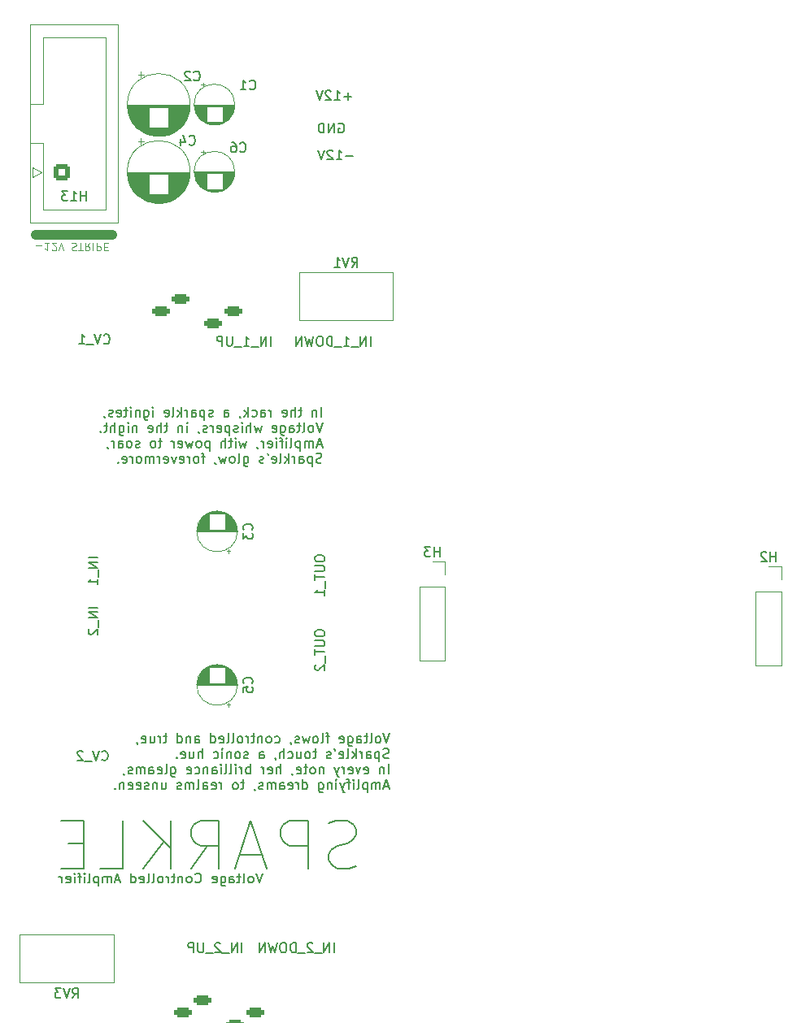
<source format=gbo>
G04 #@! TF.GenerationSoftware,KiCad,Pcbnew,8.0.2-1*
G04 #@! TF.CreationDate,2024-05-10T10:02:21+02:00*
G04 #@! TF.ProjectId,sparkle,73706172-6b6c-4652-9e6b-696361645f70,rev?*
G04 #@! TF.SameCoordinates,Original*
G04 #@! TF.FileFunction,Legend,Bot*
G04 #@! TF.FilePolarity,Positive*
%FSLAX46Y46*%
G04 Gerber Fmt 4.6, Leading zero omitted, Abs format (unit mm)*
G04 Created by KiCad (PCBNEW 8.0.2-1) date 2024-05-10 10:02:21*
%MOMM*%
%LPD*%
G01*
G04 APERTURE LIST*
G04 Aperture macros list*
%AMRoundRect*
0 Rectangle with rounded corners*
0 $1 Rounding radius*
0 $2 $3 $4 $5 $6 $7 $8 $9 X,Y pos of 4 corners*
0 Add a 4 corners polygon primitive as box body*
4,1,4,$2,$3,$4,$5,$6,$7,$8,$9,$2,$3,0*
0 Add four circle primitives for the rounded corners*
1,1,$1+$1,$2,$3*
1,1,$1+$1,$4,$5*
1,1,$1+$1,$6,$7*
1,1,$1+$1,$8,$9*
0 Add four rect primitives between the rounded corners*
20,1,$1+$1,$2,$3,$4,$5,0*
20,1,$1+$1,$4,$5,$6,$7,0*
20,1,$1+$1,$6,$7,$8,$9,0*
20,1,$1+$1,$8,$9,$2,$3,0*%
G04 Aperture macros list end*
%ADD10C,0.150000*%
%ADD11C,0.100000*%
%ADD12C,0.120000*%
%ADD13C,1.000000*%
%ADD14C,1.600000*%
%ADD15O,1.600000X1.600000*%
%ADD16C,3.200000*%
%ADD17R,1.930000X1.830000*%
%ADD18C,2.130000*%
%ADD19R,1.700000X1.700000*%
%ADD20O,1.700000X1.700000*%
%ADD21C,2.000000*%
%ADD22R,2.200000X2.200000*%
%ADD23O,2.200000X2.200000*%
%ADD24R,1.800000X1.100000*%
%ADD25RoundRect,0.275000X-0.625000X0.275000X-0.625000X-0.275000X0.625000X-0.275000X0.625000X0.275000X0*%
%ADD26O,4.000000X4.000000*%
%ADD27R,1.800000X1.800000*%
%ADD28C,1.800000*%
%ADD29RoundRect,0.275000X0.625000X-0.275000X0.625000X0.275000X-0.625000X0.275000X-0.625000X-0.275000X0*%
%ADD30R,1.600000X2.400000*%
%ADD31O,1.600000X2.400000*%
%ADD32RoundRect,0.250000X-0.600000X-0.600000X0.600000X-0.600000X0.600000X0.600000X-0.600000X0.600000X0*%
%ADD33C,1.700000*%
%ADD34R,1.200000X1.200000*%
%ADD35C,1.200000*%
%ADD36C,1.440000*%
%ADD37R,1.600000X1.600000*%
G04 APERTURE END LIST*
D10*
X73663220Y-148869819D02*
X73663220Y-147869819D01*
X73187030Y-148869819D02*
X73187030Y-147869819D01*
X73187030Y-147869819D02*
X72615602Y-148869819D01*
X72615602Y-148869819D02*
X72615602Y-147869819D01*
X72377507Y-148965057D02*
X71615602Y-148965057D01*
X71425125Y-147965057D02*
X71377506Y-147917438D01*
X71377506Y-147917438D02*
X71282268Y-147869819D01*
X71282268Y-147869819D02*
X71044173Y-147869819D01*
X71044173Y-147869819D02*
X70948935Y-147917438D01*
X70948935Y-147917438D02*
X70901316Y-147965057D01*
X70901316Y-147965057D02*
X70853697Y-148060295D01*
X70853697Y-148060295D02*
X70853697Y-148155533D01*
X70853697Y-148155533D02*
X70901316Y-148298390D01*
X70901316Y-148298390D02*
X71472744Y-148869819D01*
X71472744Y-148869819D02*
X70853697Y-148869819D01*
X70663221Y-148965057D02*
X69901316Y-148965057D01*
X69663220Y-147869819D02*
X69663220Y-148679342D01*
X69663220Y-148679342D02*
X69615601Y-148774580D01*
X69615601Y-148774580D02*
X69567982Y-148822200D01*
X69567982Y-148822200D02*
X69472744Y-148869819D01*
X69472744Y-148869819D02*
X69282268Y-148869819D01*
X69282268Y-148869819D02*
X69187030Y-148822200D01*
X69187030Y-148822200D02*
X69139411Y-148774580D01*
X69139411Y-148774580D02*
X69091792Y-148679342D01*
X69091792Y-148679342D02*
X69091792Y-147869819D01*
X68615601Y-148869819D02*
X68615601Y-147869819D01*
X68615601Y-147869819D02*
X68234649Y-147869819D01*
X68234649Y-147869819D02*
X68139411Y-147917438D01*
X68139411Y-147917438D02*
X68091792Y-147965057D01*
X68091792Y-147965057D02*
X68044173Y-148060295D01*
X68044173Y-148060295D02*
X68044173Y-148203152D01*
X68044173Y-148203152D02*
X68091792Y-148298390D01*
X68091792Y-148298390D02*
X68139411Y-148346009D01*
X68139411Y-148346009D02*
X68234649Y-148393628D01*
X68234649Y-148393628D02*
X68615601Y-148393628D01*
X76663220Y-85669819D02*
X76663220Y-84669819D01*
X76187030Y-85669819D02*
X76187030Y-84669819D01*
X76187030Y-84669819D02*
X75615602Y-85669819D01*
X75615602Y-85669819D02*
X75615602Y-84669819D01*
X75377507Y-85765057D02*
X74615602Y-85765057D01*
X73853697Y-85669819D02*
X74425125Y-85669819D01*
X74139411Y-85669819D02*
X74139411Y-84669819D01*
X74139411Y-84669819D02*
X74234649Y-84812676D01*
X74234649Y-84812676D02*
X74329887Y-84907914D01*
X74329887Y-84907914D02*
X74425125Y-84955533D01*
X73663221Y-85765057D02*
X72901316Y-85765057D01*
X72663220Y-84669819D02*
X72663220Y-85479342D01*
X72663220Y-85479342D02*
X72615601Y-85574580D01*
X72615601Y-85574580D02*
X72567982Y-85622200D01*
X72567982Y-85622200D02*
X72472744Y-85669819D01*
X72472744Y-85669819D02*
X72282268Y-85669819D01*
X72282268Y-85669819D02*
X72187030Y-85622200D01*
X72187030Y-85622200D02*
X72139411Y-85574580D01*
X72139411Y-85574580D02*
X72091792Y-85479342D01*
X72091792Y-85479342D02*
X72091792Y-84669819D01*
X71615601Y-85669819D02*
X71615601Y-84669819D01*
X71615601Y-84669819D02*
X71234649Y-84669819D01*
X71234649Y-84669819D02*
X71139411Y-84717438D01*
X71139411Y-84717438D02*
X71091792Y-84765057D01*
X71091792Y-84765057D02*
X71044173Y-84860295D01*
X71044173Y-84860295D02*
X71044173Y-85003152D01*
X71044173Y-85003152D02*
X71091792Y-85098390D01*
X71091792Y-85098390D02*
X71139411Y-85146009D01*
X71139411Y-85146009D02*
X71234649Y-85193628D01*
X71234649Y-85193628D02*
X71615601Y-85193628D01*
X81913220Y-93039987D02*
X81913220Y-92039987D01*
X81437030Y-92373320D02*
X81437030Y-93039987D01*
X81437030Y-92468558D02*
X81389411Y-92420939D01*
X81389411Y-92420939D02*
X81294173Y-92373320D01*
X81294173Y-92373320D02*
X81151316Y-92373320D01*
X81151316Y-92373320D02*
X81056078Y-92420939D01*
X81056078Y-92420939D02*
X81008459Y-92516177D01*
X81008459Y-92516177D02*
X81008459Y-93039987D01*
X79913220Y-92373320D02*
X79532268Y-92373320D01*
X79770363Y-92039987D02*
X79770363Y-92897129D01*
X79770363Y-92897129D02*
X79722744Y-92992368D01*
X79722744Y-92992368D02*
X79627506Y-93039987D01*
X79627506Y-93039987D02*
X79532268Y-93039987D01*
X79198934Y-93039987D02*
X79198934Y-92039987D01*
X78770363Y-93039987D02*
X78770363Y-92516177D01*
X78770363Y-92516177D02*
X78817982Y-92420939D01*
X78817982Y-92420939D02*
X78913220Y-92373320D01*
X78913220Y-92373320D02*
X79056077Y-92373320D01*
X79056077Y-92373320D02*
X79151315Y-92420939D01*
X79151315Y-92420939D02*
X79198934Y-92468558D01*
X77913220Y-92992368D02*
X78008458Y-93039987D01*
X78008458Y-93039987D02*
X78198934Y-93039987D01*
X78198934Y-93039987D02*
X78294172Y-92992368D01*
X78294172Y-92992368D02*
X78341791Y-92897129D01*
X78341791Y-92897129D02*
X78341791Y-92516177D01*
X78341791Y-92516177D02*
X78294172Y-92420939D01*
X78294172Y-92420939D02*
X78198934Y-92373320D01*
X78198934Y-92373320D02*
X78008458Y-92373320D01*
X78008458Y-92373320D02*
X77913220Y-92420939D01*
X77913220Y-92420939D02*
X77865601Y-92516177D01*
X77865601Y-92516177D02*
X77865601Y-92611415D01*
X77865601Y-92611415D02*
X78341791Y-92706653D01*
X76675124Y-93039987D02*
X76675124Y-92373320D01*
X76675124Y-92563796D02*
X76627505Y-92468558D01*
X76627505Y-92468558D02*
X76579886Y-92420939D01*
X76579886Y-92420939D02*
X76484648Y-92373320D01*
X76484648Y-92373320D02*
X76389410Y-92373320D01*
X75627505Y-93039987D02*
X75627505Y-92516177D01*
X75627505Y-92516177D02*
X75675124Y-92420939D01*
X75675124Y-92420939D02*
X75770362Y-92373320D01*
X75770362Y-92373320D02*
X75960838Y-92373320D01*
X75960838Y-92373320D02*
X76056076Y-92420939D01*
X75627505Y-92992368D02*
X75722743Y-93039987D01*
X75722743Y-93039987D02*
X75960838Y-93039987D01*
X75960838Y-93039987D02*
X76056076Y-92992368D01*
X76056076Y-92992368D02*
X76103695Y-92897129D01*
X76103695Y-92897129D02*
X76103695Y-92801891D01*
X76103695Y-92801891D02*
X76056076Y-92706653D01*
X76056076Y-92706653D02*
X75960838Y-92659034D01*
X75960838Y-92659034D02*
X75722743Y-92659034D01*
X75722743Y-92659034D02*
X75627505Y-92611415D01*
X74722743Y-92992368D02*
X74817981Y-93039987D01*
X74817981Y-93039987D02*
X75008457Y-93039987D01*
X75008457Y-93039987D02*
X75103695Y-92992368D01*
X75103695Y-92992368D02*
X75151314Y-92944748D01*
X75151314Y-92944748D02*
X75198933Y-92849510D01*
X75198933Y-92849510D02*
X75198933Y-92563796D01*
X75198933Y-92563796D02*
X75151314Y-92468558D01*
X75151314Y-92468558D02*
X75103695Y-92420939D01*
X75103695Y-92420939D02*
X75008457Y-92373320D01*
X75008457Y-92373320D02*
X74817981Y-92373320D01*
X74817981Y-92373320D02*
X74722743Y-92420939D01*
X74294171Y-93039987D02*
X74294171Y-92039987D01*
X74198933Y-92659034D02*
X73913219Y-93039987D01*
X73913219Y-92373320D02*
X74294171Y-92754272D01*
X73437028Y-92992368D02*
X73437028Y-93039987D01*
X73437028Y-93039987D02*
X73484647Y-93135225D01*
X73484647Y-93135225D02*
X73532266Y-93182844D01*
X71817981Y-93039987D02*
X71817981Y-92516177D01*
X71817981Y-92516177D02*
X71865600Y-92420939D01*
X71865600Y-92420939D02*
X71960838Y-92373320D01*
X71960838Y-92373320D02*
X72151314Y-92373320D01*
X72151314Y-92373320D02*
X72246552Y-92420939D01*
X71817981Y-92992368D02*
X71913219Y-93039987D01*
X71913219Y-93039987D02*
X72151314Y-93039987D01*
X72151314Y-93039987D02*
X72246552Y-92992368D01*
X72246552Y-92992368D02*
X72294171Y-92897129D01*
X72294171Y-92897129D02*
X72294171Y-92801891D01*
X72294171Y-92801891D02*
X72246552Y-92706653D01*
X72246552Y-92706653D02*
X72151314Y-92659034D01*
X72151314Y-92659034D02*
X71913219Y-92659034D01*
X71913219Y-92659034D02*
X71817981Y-92611415D01*
X70627504Y-92992368D02*
X70532266Y-93039987D01*
X70532266Y-93039987D02*
X70341790Y-93039987D01*
X70341790Y-93039987D02*
X70246552Y-92992368D01*
X70246552Y-92992368D02*
X70198933Y-92897129D01*
X70198933Y-92897129D02*
X70198933Y-92849510D01*
X70198933Y-92849510D02*
X70246552Y-92754272D01*
X70246552Y-92754272D02*
X70341790Y-92706653D01*
X70341790Y-92706653D02*
X70484647Y-92706653D01*
X70484647Y-92706653D02*
X70579885Y-92659034D01*
X70579885Y-92659034D02*
X70627504Y-92563796D01*
X70627504Y-92563796D02*
X70627504Y-92516177D01*
X70627504Y-92516177D02*
X70579885Y-92420939D01*
X70579885Y-92420939D02*
X70484647Y-92373320D01*
X70484647Y-92373320D02*
X70341790Y-92373320D01*
X70341790Y-92373320D02*
X70246552Y-92420939D01*
X69770361Y-92373320D02*
X69770361Y-93373320D01*
X69770361Y-92420939D02*
X69675123Y-92373320D01*
X69675123Y-92373320D02*
X69484647Y-92373320D01*
X69484647Y-92373320D02*
X69389409Y-92420939D01*
X69389409Y-92420939D02*
X69341790Y-92468558D01*
X69341790Y-92468558D02*
X69294171Y-92563796D01*
X69294171Y-92563796D02*
X69294171Y-92849510D01*
X69294171Y-92849510D02*
X69341790Y-92944748D01*
X69341790Y-92944748D02*
X69389409Y-92992368D01*
X69389409Y-92992368D02*
X69484647Y-93039987D01*
X69484647Y-93039987D02*
X69675123Y-93039987D01*
X69675123Y-93039987D02*
X69770361Y-92992368D01*
X68437028Y-93039987D02*
X68437028Y-92516177D01*
X68437028Y-92516177D02*
X68484647Y-92420939D01*
X68484647Y-92420939D02*
X68579885Y-92373320D01*
X68579885Y-92373320D02*
X68770361Y-92373320D01*
X68770361Y-92373320D02*
X68865599Y-92420939D01*
X68437028Y-92992368D02*
X68532266Y-93039987D01*
X68532266Y-93039987D02*
X68770361Y-93039987D01*
X68770361Y-93039987D02*
X68865599Y-92992368D01*
X68865599Y-92992368D02*
X68913218Y-92897129D01*
X68913218Y-92897129D02*
X68913218Y-92801891D01*
X68913218Y-92801891D02*
X68865599Y-92706653D01*
X68865599Y-92706653D02*
X68770361Y-92659034D01*
X68770361Y-92659034D02*
X68532266Y-92659034D01*
X68532266Y-92659034D02*
X68437028Y-92611415D01*
X67960837Y-93039987D02*
X67960837Y-92373320D01*
X67960837Y-92563796D02*
X67913218Y-92468558D01*
X67913218Y-92468558D02*
X67865599Y-92420939D01*
X67865599Y-92420939D02*
X67770361Y-92373320D01*
X67770361Y-92373320D02*
X67675123Y-92373320D01*
X67341789Y-93039987D02*
X67341789Y-92039987D01*
X67246551Y-92659034D02*
X66960837Y-93039987D01*
X66960837Y-92373320D02*
X67341789Y-92754272D01*
X66389408Y-93039987D02*
X66484646Y-92992368D01*
X66484646Y-92992368D02*
X66532265Y-92897129D01*
X66532265Y-92897129D02*
X66532265Y-92039987D01*
X65627503Y-92992368D02*
X65722741Y-93039987D01*
X65722741Y-93039987D02*
X65913217Y-93039987D01*
X65913217Y-93039987D02*
X66008455Y-92992368D01*
X66008455Y-92992368D02*
X66056074Y-92897129D01*
X66056074Y-92897129D02*
X66056074Y-92516177D01*
X66056074Y-92516177D02*
X66008455Y-92420939D01*
X66008455Y-92420939D02*
X65913217Y-92373320D01*
X65913217Y-92373320D02*
X65722741Y-92373320D01*
X65722741Y-92373320D02*
X65627503Y-92420939D01*
X65627503Y-92420939D02*
X65579884Y-92516177D01*
X65579884Y-92516177D02*
X65579884Y-92611415D01*
X65579884Y-92611415D02*
X66056074Y-92706653D01*
X64389407Y-93039987D02*
X64389407Y-92373320D01*
X64389407Y-92039987D02*
X64437026Y-92087606D01*
X64437026Y-92087606D02*
X64389407Y-92135225D01*
X64389407Y-92135225D02*
X64341788Y-92087606D01*
X64341788Y-92087606D02*
X64389407Y-92039987D01*
X64389407Y-92039987D02*
X64389407Y-92135225D01*
X63484646Y-92373320D02*
X63484646Y-93182844D01*
X63484646Y-93182844D02*
X63532265Y-93278082D01*
X63532265Y-93278082D02*
X63579884Y-93325701D01*
X63579884Y-93325701D02*
X63675122Y-93373320D01*
X63675122Y-93373320D02*
X63817979Y-93373320D01*
X63817979Y-93373320D02*
X63913217Y-93325701D01*
X63484646Y-92992368D02*
X63579884Y-93039987D01*
X63579884Y-93039987D02*
X63770360Y-93039987D01*
X63770360Y-93039987D02*
X63865598Y-92992368D01*
X63865598Y-92992368D02*
X63913217Y-92944748D01*
X63913217Y-92944748D02*
X63960836Y-92849510D01*
X63960836Y-92849510D02*
X63960836Y-92563796D01*
X63960836Y-92563796D02*
X63913217Y-92468558D01*
X63913217Y-92468558D02*
X63865598Y-92420939D01*
X63865598Y-92420939D02*
X63770360Y-92373320D01*
X63770360Y-92373320D02*
X63579884Y-92373320D01*
X63579884Y-92373320D02*
X63484646Y-92420939D01*
X63008455Y-92373320D02*
X63008455Y-93039987D01*
X63008455Y-92468558D02*
X62960836Y-92420939D01*
X62960836Y-92420939D02*
X62865598Y-92373320D01*
X62865598Y-92373320D02*
X62722741Y-92373320D01*
X62722741Y-92373320D02*
X62627503Y-92420939D01*
X62627503Y-92420939D02*
X62579884Y-92516177D01*
X62579884Y-92516177D02*
X62579884Y-93039987D01*
X62103693Y-93039987D02*
X62103693Y-92373320D01*
X62103693Y-92039987D02*
X62151312Y-92087606D01*
X62151312Y-92087606D02*
X62103693Y-92135225D01*
X62103693Y-92135225D02*
X62056074Y-92087606D01*
X62056074Y-92087606D02*
X62103693Y-92039987D01*
X62103693Y-92039987D02*
X62103693Y-92135225D01*
X61770360Y-92373320D02*
X61389408Y-92373320D01*
X61627503Y-92039987D02*
X61627503Y-92897129D01*
X61627503Y-92897129D02*
X61579884Y-92992368D01*
X61579884Y-92992368D02*
X61484646Y-93039987D01*
X61484646Y-93039987D02*
X61389408Y-93039987D01*
X60675122Y-92992368D02*
X60770360Y-93039987D01*
X60770360Y-93039987D02*
X60960836Y-93039987D01*
X60960836Y-93039987D02*
X61056074Y-92992368D01*
X61056074Y-92992368D02*
X61103693Y-92897129D01*
X61103693Y-92897129D02*
X61103693Y-92516177D01*
X61103693Y-92516177D02*
X61056074Y-92420939D01*
X61056074Y-92420939D02*
X60960836Y-92373320D01*
X60960836Y-92373320D02*
X60770360Y-92373320D01*
X60770360Y-92373320D02*
X60675122Y-92420939D01*
X60675122Y-92420939D02*
X60627503Y-92516177D01*
X60627503Y-92516177D02*
X60627503Y-92611415D01*
X60627503Y-92611415D02*
X61103693Y-92706653D01*
X60246550Y-92992368D02*
X60151312Y-93039987D01*
X60151312Y-93039987D02*
X59960836Y-93039987D01*
X59960836Y-93039987D02*
X59865598Y-92992368D01*
X59865598Y-92992368D02*
X59817979Y-92897129D01*
X59817979Y-92897129D02*
X59817979Y-92849510D01*
X59817979Y-92849510D02*
X59865598Y-92754272D01*
X59865598Y-92754272D02*
X59960836Y-92706653D01*
X59960836Y-92706653D02*
X60103693Y-92706653D01*
X60103693Y-92706653D02*
X60198931Y-92659034D01*
X60198931Y-92659034D02*
X60246550Y-92563796D01*
X60246550Y-92563796D02*
X60246550Y-92516177D01*
X60246550Y-92516177D02*
X60198931Y-92420939D01*
X60198931Y-92420939D02*
X60103693Y-92373320D01*
X60103693Y-92373320D02*
X59960836Y-92373320D01*
X59960836Y-92373320D02*
X59865598Y-92420939D01*
X59341788Y-92992368D02*
X59341788Y-93039987D01*
X59341788Y-93039987D02*
X59389407Y-93135225D01*
X59389407Y-93135225D02*
X59437026Y-93182844D01*
X82056077Y-93649931D02*
X81722744Y-94649931D01*
X81722744Y-94649931D02*
X81389411Y-93649931D01*
X80913220Y-94649931D02*
X81008458Y-94602312D01*
X81008458Y-94602312D02*
X81056077Y-94554692D01*
X81056077Y-94554692D02*
X81103696Y-94459454D01*
X81103696Y-94459454D02*
X81103696Y-94173740D01*
X81103696Y-94173740D02*
X81056077Y-94078502D01*
X81056077Y-94078502D02*
X81008458Y-94030883D01*
X81008458Y-94030883D02*
X80913220Y-93983264D01*
X80913220Y-93983264D02*
X80770363Y-93983264D01*
X80770363Y-93983264D02*
X80675125Y-94030883D01*
X80675125Y-94030883D02*
X80627506Y-94078502D01*
X80627506Y-94078502D02*
X80579887Y-94173740D01*
X80579887Y-94173740D02*
X80579887Y-94459454D01*
X80579887Y-94459454D02*
X80627506Y-94554692D01*
X80627506Y-94554692D02*
X80675125Y-94602312D01*
X80675125Y-94602312D02*
X80770363Y-94649931D01*
X80770363Y-94649931D02*
X80913220Y-94649931D01*
X80008458Y-94649931D02*
X80103696Y-94602312D01*
X80103696Y-94602312D02*
X80151315Y-94507073D01*
X80151315Y-94507073D02*
X80151315Y-93649931D01*
X79770362Y-93983264D02*
X79389410Y-93983264D01*
X79627505Y-93649931D02*
X79627505Y-94507073D01*
X79627505Y-94507073D02*
X79579886Y-94602312D01*
X79579886Y-94602312D02*
X79484648Y-94649931D01*
X79484648Y-94649931D02*
X79389410Y-94649931D01*
X78627505Y-94649931D02*
X78627505Y-94126121D01*
X78627505Y-94126121D02*
X78675124Y-94030883D01*
X78675124Y-94030883D02*
X78770362Y-93983264D01*
X78770362Y-93983264D02*
X78960838Y-93983264D01*
X78960838Y-93983264D02*
X79056076Y-94030883D01*
X78627505Y-94602312D02*
X78722743Y-94649931D01*
X78722743Y-94649931D02*
X78960838Y-94649931D01*
X78960838Y-94649931D02*
X79056076Y-94602312D01*
X79056076Y-94602312D02*
X79103695Y-94507073D01*
X79103695Y-94507073D02*
X79103695Y-94411835D01*
X79103695Y-94411835D02*
X79056076Y-94316597D01*
X79056076Y-94316597D02*
X78960838Y-94268978D01*
X78960838Y-94268978D02*
X78722743Y-94268978D01*
X78722743Y-94268978D02*
X78627505Y-94221359D01*
X77722743Y-93983264D02*
X77722743Y-94792788D01*
X77722743Y-94792788D02*
X77770362Y-94888026D01*
X77770362Y-94888026D02*
X77817981Y-94935645D01*
X77817981Y-94935645D02*
X77913219Y-94983264D01*
X77913219Y-94983264D02*
X78056076Y-94983264D01*
X78056076Y-94983264D02*
X78151314Y-94935645D01*
X77722743Y-94602312D02*
X77817981Y-94649931D01*
X77817981Y-94649931D02*
X78008457Y-94649931D01*
X78008457Y-94649931D02*
X78103695Y-94602312D01*
X78103695Y-94602312D02*
X78151314Y-94554692D01*
X78151314Y-94554692D02*
X78198933Y-94459454D01*
X78198933Y-94459454D02*
X78198933Y-94173740D01*
X78198933Y-94173740D02*
X78151314Y-94078502D01*
X78151314Y-94078502D02*
X78103695Y-94030883D01*
X78103695Y-94030883D02*
X78008457Y-93983264D01*
X78008457Y-93983264D02*
X77817981Y-93983264D01*
X77817981Y-93983264D02*
X77722743Y-94030883D01*
X76865600Y-94602312D02*
X76960838Y-94649931D01*
X76960838Y-94649931D02*
X77151314Y-94649931D01*
X77151314Y-94649931D02*
X77246552Y-94602312D01*
X77246552Y-94602312D02*
X77294171Y-94507073D01*
X77294171Y-94507073D02*
X77294171Y-94126121D01*
X77294171Y-94126121D02*
X77246552Y-94030883D01*
X77246552Y-94030883D02*
X77151314Y-93983264D01*
X77151314Y-93983264D02*
X76960838Y-93983264D01*
X76960838Y-93983264D02*
X76865600Y-94030883D01*
X76865600Y-94030883D02*
X76817981Y-94126121D01*
X76817981Y-94126121D02*
X76817981Y-94221359D01*
X76817981Y-94221359D02*
X77294171Y-94316597D01*
X75722742Y-93983264D02*
X75532266Y-94649931D01*
X75532266Y-94649931D02*
X75341790Y-94173740D01*
X75341790Y-94173740D02*
X75151314Y-94649931D01*
X75151314Y-94649931D02*
X74960838Y-93983264D01*
X74579885Y-94649931D02*
X74579885Y-93649931D01*
X74151314Y-94649931D02*
X74151314Y-94126121D01*
X74151314Y-94126121D02*
X74198933Y-94030883D01*
X74198933Y-94030883D02*
X74294171Y-93983264D01*
X74294171Y-93983264D02*
X74437028Y-93983264D01*
X74437028Y-93983264D02*
X74532266Y-94030883D01*
X74532266Y-94030883D02*
X74579885Y-94078502D01*
X73675123Y-94649931D02*
X73675123Y-93983264D01*
X73675123Y-93649931D02*
X73722742Y-93697550D01*
X73722742Y-93697550D02*
X73675123Y-93745169D01*
X73675123Y-93745169D02*
X73627504Y-93697550D01*
X73627504Y-93697550D02*
X73675123Y-93649931D01*
X73675123Y-93649931D02*
X73675123Y-93745169D01*
X73246552Y-94602312D02*
X73151314Y-94649931D01*
X73151314Y-94649931D02*
X72960838Y-94649931D01*
X72960838Y-94649931D02*
X72865600Y-94602312D01*
X72865600Y-94602312D02*
X72817981Y-94507073D01*
X72817981Y-94507073D02*
X72817981Y-94459454D01*
X72817981Y-94459454D02*
X72865600Y-94364216D01*
X72865600Y-94364216D02*
X72960838Y-94316597D01*
X72960838Y-94316597D02*
X73103695Y-94316597D01*
X73103695Y-94316597D02*
X73198933Y-94268978D01*
X73198933Y-94268978D02*
X73246552Y-94173740D01*
X73246552Y-94173740D02*
X73246552Y-94126121D01*
X73246552Y-94126121D02*
X73198933Y-94030883D01*
X73198933Y-94030883D02*
X73103695Y-93983264D01*
X73103695Y-93983264D02*
X72960838Y-93983264D01*
X72960838Y-93983264D02*
X72865600Y-94030883D01*
X72389409Y-93983264D02*
X72389409Y-94983264D01*
X72389409Y-94030883D02*
X72294171Y-93983264D01*
X72294171Y-93983264D02*
X72103695Y-93983264D01*
X72103695Y-93983264D02*
X72008457Y-94030883D01*
X72008457Y-94030883D02*
X71960838Y-94078502D01*
X71960838Y-94078502D02*
X71913219Y-94173740D01*
X71913219Y-94173740D02*
X71913219Y-94459454D01*
X71913219Y-94459454D02*
X71960838Y-94554692D01*
X71960838Y-94554692D02*
X72008457Y-94602312D01*
X72008457Y-94602312D02*
X72103695Y-94649931D01*
X72103695Y-94649931D02*
X72294171Y-94649931D01*
X72294171Y-94649931D02*
X72389409Y-94602312D01*
X71103695Y-94602312D02*
X71198933Y-94649931D01*
X71198933Y-94649931D02*
X71389409Y-94649931D01*
X71389409Y-94649931D02*
X71484647Y-94602312D01*
X71484647Y-94602312D02*
X71532266Y-94507073D01*
X71532266Y-94507073D02*
X71532266Y-94126121D01*
X71532266Y-94126121D02*
X71484647Y-94030883D01*
X71484647Y-94030883D02*
X71389409Y-93983264D01*
X71389409Y-93983264D02*
X71198933Y-93983264D01*
X71198933Y-93983264D02*
X71103695Y-94030883D01*
X71103695Y-94030883D02*
X71056076Y-94126121D01*
X71056076Y-94126121D02*
X71056076Y-94221359D01*
X71056076Y-94221359D02*
X71532266Y-94316597D01*
X70627504Y-94649931D02*
X70627504Y-93983264D01*
X70627504Y-94173740D02*
X70579885Y-94078502D01*
X70579885Y-94078502D02*
X70532266Y-94030883D01*
X70532266Y-94030883D02*
X70437028Y-93983264D01*
X70437028Y-93983264D02*
X70341790Y-93983264D01*
X70056075Y-94602312D02*
X69960837Y-94649931D01*
X69960837Y-94649931D02*
X69770361Y-94649931D01*
X69770361Y-94649931D02*
X69675123Y-94602312D01*
X69675123Y-94602312D02*
X69627504Y-94507073D01*
X69627504Y-94507073D02*
X69627504Y-94459454D01*
X69627504Y-94459454D02*
X69675123Y-94364216D01*
X69675123Y-94364216D02*
X69770361Y-94316597D01*
X69770361Y-94316597D02*
X69913218Y-94316597D01*
X69913218Y-94316597D02*
X70008456Y-94268978D01*
X70008456Y-94268978D02*
X70056075Y-94173740D01*
X70056075Y-94173740D02*
X70056075Y-94126121D01*
X70056075Y-94126121D02*
X70008456Y-94030883D01*
X70008456Y-94030883D02*
X69913218Y-93983264D01*
X69913218Y-93983264D02*
X69770361Y-93983264D01*
X69770361Y-93983264D02*
X69675123Y-94030883D01*
X69151313Y-94602312D02*
X69151313Y-94649931D01*
X69151313Y-94649931D02*
X69198932Y-94745169D01*
X69198932Y-94745169D02*
X69246551Y-94792788D01*
X67960837Y-94649931D02*
X67960837Y-93983264D01*
X67960837Y-93649931D02*
X68008456Y-93697550D01*
X68008456Y-93697550D02*
X67960837Y-93745169D01*
X67960837Y-93745169D02*
X67913218Y-93697550D01*
X67913218Y-93697550D02*
X67960837Y-93649931D01*
X67960837Y-93649931D02*
X67960837Y-93745169D01*
X67484647Y-93983264D02*
X67484647Y-94649931D01*
X67484647Y-94078502D02*
X67437028Y-94030883D01*
X67437028Y-94030883D02*
X67341790Y-93983264D01*
X67341790Y-93983264D02*
X67198933Y-93983264D01*
X67198933Y-93983264D02*
X67103695Y-94030883D01*
X67103695Y-94030883D02*
X67056076Y-94126121D01*
X67056076Y-94126121D02*
X67056076Y-94649931D01*
X65960837Y-93983264D02*
X65579885Y-93983264D01*
X65817980Y-93649931D02*
X65817980Y-94507073D01*
X65817980Y-94507073D02*
X65770361Y-94602312D01*
X65770361Y-94602312D02*
X65675123Y-94649931D01*
X65675123Y-94649931D02*
X65579885Y-94649931D01*
X65246551Y-94649931D02*
X65246551Y-93649931D01*
X64817980Y-94649931D02*
X64817980Y-94126121D01*
X64817980Y-94126121D02*
X64865599Y-94030883D01*
X64865599Y-94030883D02*
X64960837Y-93983264D01*
X64960837Y-93983264D02*
X65103694Y-93983264D01*
X65103694Y-93983264D02*
X65198932Y-94030883D01*
X65198932Y-94030883D02*
X65246551Y-94078502D01*
X63960837Y-94602312D02*
X64056075Y-94649931D01*
X64056075Y-94649931D02*
X64246551Y-94649931D01*
X64246551Y-94649931D02*
X64341789Y-94602312D01*
X64341789Y-94602312D02*
X64389408Y-94507073D01*
X64389408Y-94507073D02*
X64389408Y-94126121D01*
X64389408Y-94126121D02*
X64341789Y-94030883D01*
X64341789Y-94030883D02*
X64246551Y-93983264D01*
X64246551Y-93983264D02*
X64056075Y-93983264D01*
X64056075Y-93983264D02*
X63960837Y-94030883D01*
X63960837Y-94030883D02*
X63913218Y-94126121D01*
X63913218Y-94126121D02*
X63913218Y-94221359D01*
X63913218Y-94221359D02*
X64389408Y-94316597D01*
X62722741Y-93983264D02*
X62722741Y-94649931D01*
X62722741Y-94078502D02*
X62675122Y-94030883D01*
X62675122Y-94030883D02*
X62579884Y-93983264D01*
X62579884Y-93983264D02*
X62437027Y-93983264D01*
X62437027Y-93983264D02*
X62341789Y-94030883D01*
X62341789Y-94030883D02*
X62294170Y-94126121D01*
X62294170Y-94126121D02*
X62294170Y-94649931D01*
X61817979Y-94649931D02*
X61817979Y-93983264D01*
X61817979Y-93649931D02*
X61865598Y-93697550D01*
X61865598Y-93697550D02*
X61817979Y-93745169D01*
X61817979Y-93745169D02*
X61770360Y-93697550D01*
X61770360Y-93697550D02*
X61817979Y-93649931D01*
X61817979Y-93649931D02*
X61817979Y-93745169D01*
X60913218Y-93983264D02*
X60913218Y-94792788D01*
X60913218Y-94792788D02*
X60960837Y-94888026D01*
X60960837Y-94888026D02*
X61008456Y-94935645D01*
X61008456Y-94935645D02*
X61103694Y-94983264D01*
X61103694Y-94983264D02*
X61246551Y-94983264D01*
X61246551Y-94983264D02*
X61341789Y-94935645D01*
X60913218Y-94602312D02*
X61008456Y-94649931D01*
X61008456Y-94649931D02*
X61198932Y-94649931D01*
X61198932Y-94649931D02*
X61294170Y-94602312D01*
X61294170Y-94602312D02*
X61341789Y-94554692D01*
X61341789Y-94554692D02*
X61389408Y-94459454D01*
X61389408Y-94459454D02*
X61389408Y-94173740D01*
X61389408Y-94173740D02*
X61341789Y-94078502D01*
X61341789Y-94078502D02*
X61294170Y-94030883D01*
X61294170Y-94030883D02*
X61198932Y-93983264D01*
X61198932Y-93983264D02*
X61008456Y-93983264D01*
X61008456Y-93983264D02*
X60913218Y-94030883D01*
X60437027Y-94649931D02*
X60437027Y-93649931D01*
X60008456Y-94649931D02*
X60008456Y-94126121D01*
X60008456Y-94126121D02*
X60056075Y-94030883D01*
X60056075Y-94030883D02*
X60151313Y-93983264D01*
X60151313Y-93983264D02*
X60294170Y-93983264D01*
X60294170Y-93983264D02*
X60389408Y-94030883D01*
X60389408Y-94030883D02*
X60437027Y-94078502D01*
X59675122Y-93983264D02*
X59294170Y-93983264D01*
X59532265Y-93649931D02*
X59532265Y-94507073D01*
X59532265Y-94507073D02*
X59484646Y-94602312D01*
X59484646Y-94602312D02*
X59389408Y-94649931D01*
X59389408Y-94649931D02*
X59294170Y-94649931D01*
X58960836Y-94554692D02*
X58913217Y-94602312D01*
X58913217Y-94602312D02*
X58960836Y-94649931D01*
X58960836Y-94649931D02*
X59008455Y-94602312D01*
X59008455Y-94602312D02*
X58960836Y-94554692D01*
X58960836Y-94554692D02*
X58960836Y-94649931D01*
X81960839Y-95974160D02*
X81484649Y-95974160D01*
X82056077Y-96259875D02*
X81722744Y-95259875D01*
X81722744Y-95259875D02*
X81389411Y-96259875D01*
X81056077Y-96259875D02*
X81056077Y-95593208D01*
X81056077Y-95688446D02*
X81008458Y-95640827D01*
X81008458Y-95640827D02*
X80913220Y-95593208D01*
X80913220Y-95593208D02*
X80770363Y-95593208D01*
X80770363Y-95593208D02*
X80675125Y-95640827D01*
X80675125Y-95640827D02*
X80627506Y-95736065D01*
X80627506Y-95736065D02*
X80627506Y-96259875D01*
X80627506Y-95736065D02*
X80579887Y-95640827D01*
X80579887Y-95640827D02*
X80484649Y-95593208D01*
X80484649Y-95593208D02*
X80341792Y-95593208D01*
X80341792Y-95593208D02*
X80246553Y-95640827D01*
X80246553Y-95640827D02*
X80198934Y-95736065D01*
X80198934Y-95736065D02*
X80198934Y-96259875D01*
X79722744Y-95593208D02*
X79722744Y-96593208D01*
X79722744Y-95640827D02*
X79627506Y-95593208D01*
X79627506Y-95593208D02*
X79437030Y-95593208D01*
X79437030Y-95593208D02*
X79341792Y-95640827D01*
X79341792Y-95640827D02*
X79294173Y-95688446D01*
X79294173Y-95688446D02*
X79246554Y-95783684D01*
X79246554Y-95783684D02*
X79246554Y-96069398D01*
X79246554Y-96069398D02*
X79294173Y-96164636D01*
X79294173Y-96164636D02*
X79341792Y-96212256D01*
X79341792Y-96212256D02*
X79437030Y-96259875D01*
X79437030Y-96259875D02*
X79627506Y-96259875D01*
X79627506Y-96259875D02*
X79722744Y-96212256D01*
X78675125Y-96259875D02*
X78770363Y-96212256D01*
X78770363Y-96212256D02*
X78817982Y-96117017D01*
X78817982Y-96117017D02*
X78817982Y-95259875D01*
X78294172Y-96259875D02*
X78294172Y-95593208D01*
X78294172Y-95259875D02*
X78341791Y-95307494D01*
X78341791Y-95307494D02*
X78294172Y-95355113D01*
X78294172Y-95355113D02*
X78246553Y-95307494D01*
X78246553Y-95307494D02*
X78294172Y-95259875D01*
X78294172Y-95259875D02*
X78294172Y-95355113D01*
X77960839Y-95593208D02*
X77579887Y-95593208D01*
X77817982Y-96259875D02*
X77817982Y-95402732D01*
X77817982Y-95402732D02*
X77770363Y-95307494D01*
X77770363Y-95307494D02*
X77675125Y-95259875D01*
X77675125Y-95259875D02*
X77579887Y-95259875D01*
X77246553Y-96259875D02*
X77246553Y-95593208D01*
X77246553Y-95259875D02*
X77294172Y-95307494D01*
X77294172Y-95307494D02*
X77246553Y-95355113D01*
X77246553Y-95355113D02*
X77198934Y-95307494D01*
X77198934Y-95307494D02*
X77246553Y-95259875D01*
X77246553Y-95259875D02*
X77246553Y-95355113D01*
X76389411Y-96212256D02*
X76484649Y-96259875D01*
X76484649Y-96259875D02*
X76675125Y-96259875D01*
X76675125Y-96259875D02*
X76770363Y-96212256D01*
X76770363Y-96212256D02*
X76817982Y-96117017D01*
X76817982Y-96117017D02*
X76817982Y-95736065D01*
X76817982Y-95736065D02*
X76770363Y-95640827D01*
X76770363Y-95640827D02*
X76675125Y-95593208D01*
X76675125Y-95593208D02*
X76484649Y-95593208D01*
X76484649Y-95593208D02*
X76389411Y-95640827D01*
X76389411Y-95640827D02*
X76341792Y-95736065D01*
X76341792Y-95736065D02*
X76341792Y-95831303D01*
X76341792Y-95831303D02*
X76817982Y-95926541D01*
X75913220Y-96259875D02*
X75913220Y-95593208D01*
X75913220Y-95783684D02*
X75865601Y-95688446D01*
X75865601Y-95688446D02*
X75817982Y-95640827D01*
X75817982Y-95640827D02*
X75722744Y-95593208D01*
X75722744Y-95593208D02*
X75627506Y-95593208D01*
X75246553Y-96212256D02*
X75246553Y-96259875D01*
X75246553Y-96259875D02*
X75294172Y-96355113D01*
X75294172Y-96355113D02*
X75341791Y-96402732D01*
X74151315Y-95593208D02*
X73960839Y-96259875D01*
X73960839Y-96259875D02*
X73770363Y-95783684D01*
X73770363Y-95783684D02*
X73579887Y-96259875D01*
X73579887Y-96259875D02*
X73389411Y-95593208D01*
X73008458Y-96259875D02*
X73008458Y-95593208D01*
X73008458Y-95259875D02*
X73056077Y-95307494D01*
X73056077Y-95307494D02*
X73008458Y-95355113D01*
X73008458Y-95355113D02*
X72960839Y-95307494D01*
X72960839Y-95307494D02*
X73008458Y-95259875D01*
X73008458Y-95259875D02*
X73008458Y-95355113D01*
X72675125Y-95593208D02*
X72294173Y-95593208D01*
X72532268Y-95259875D02*
X72532268Y-96117017D01*
X72532268Y-96117017D02*
X72484649Y-96212256D01*
X72484649Y-96212256D02*
X72389411Y-96259875D01*
X72389411Y-96259875D02*
X72294173Y-96259875D01*
X71960839Y-96259875D02*
X71960839Y-95259875D01*
X71532268Y-96259875D02*
X71532268Y-95736065D01*
X71532268Y-95736065D02*
X71579887Y-95640827D01*
X71579887Y-95640827D02*
X71675125Y-95593208D01*
X71675125Y-95593208D02*
X71817982Y-95593208D01*
X71817982Y-95593208D02*
X71913220Y-95640827D01*
X71913220Y-95640827D02*
X71960839Y-95688446D01*
X70294172Y-95593208D02*
X70294172Y-96593208D01*
X70294172Y-95640827D02*
X70198934Y-95593208D01*
X70198934Y-95593208D02*
X70008458Y-95593208D01*
X70008458Y-95593208D02*
X69913220Y-95640827D01*
X69913220Y-95640827D02*
X69865601Y-95688446D01*
X69865601Y-95688446D02*
X69817982Y-95783684D01*
X69817982Y-95783684D02*
X69817982Y-96069398D01*
X69817982Y-96069398D02*
X69865601Y-96164636D01*
X69865601Y-96164636D02*
X69913220Y-96212256D01*
X69913220Y-96212256D02*
X70008458Y-96259875D01*
X70008458Y-96259875D02*
X70198934Y-96259875D01*
X70198934Y-96259875D02*
X70294172Y-96212256D01*
X69246553Y-96259875D02*
X69341791Y-96212256D01*
X69341791Y-96212256D02*
X69389410Y-96164636D01*
X69389410Y-96164636D02*
X69437029Y-96069398D01*
X69437029Y-96069398D02*
X69437029Y-95783684D01*
X69437029Y-95783684D02*
X69389410Y-95688446D01*
X69389410Y-95688446D02*
X69341791Y-95640827D01*
X69341791Y-95640827D02*
X69246553Y-95593208D01*
X69246553Y-95593208D02*
X69103696Y-95593208D01*
X69103696Y-95593208D02*
X69008458Y-95640827D01*
X69008458Y-95640827D02*
X68960839Y-95688446D01*
X68960839Y-95688446D02*
X68913220Y-95783684D01*
X68913220Y-95783684D02*
X68913220Y-96069398D01*
X68913220Y-96069398D02*
X68960839Y-96164636D01*
X68960839Y-96164636D02*
X69008458Y-96212256D01*
X69008458Y-96212256D02*
X69103696Y-96259875D01*
X69103696Y-96259875D02*
X69246553Y-96259875D01*
X68579886Y-95593208D02*
X68389410Y-96259875D01*
X68389410Y-96259875D02*
X68198934Y-95783684D01*
X68198934Y-95783684D02*
X68008458Y-96259875D01*
X68008458Y-96259875D02*
X67817982Y-95593208D01*
X67056077Y-96212256D02*
X67151315Y-96259875D01*
X67151315Y-96259875D02*
X67341791Y-96259875D01*
X67341791Y-96259875D02*
X67437029Y-96212256D01*
X67437029Y-96212256D02*
X67484648Y-96117017D01*
X67484648Y-96117017D02*
X67484648Y-95736065D01*
X67484648Y-95736065D02*
X67437029Y-95640827D01*
X67437029Y-95640827D02*
X67341791Y-95593208D01*
X67341791Y-95593208D02*
X67151315Y-95593208D01*
X67151315Y-95593208D02*
X67056077Y-95640827D01*
X67056077Y-95640827D02*
X67008458Y-95736065D01*
X67008458Y-95736065D02*
X67008458Y-95831303D01*
X67008458Y-95831303D02*
X67484648Y-95926541D01*
X66579886Y-96259875D02*
X66579886Y-95593208D01*
X66579886Y-95783684D02*
X66532267Y-95688446D01*
X66532267Y-95688446D02*
X66484648Y-95640827D01*
X66484648Y-95640827D02*
X66389410Y-95593208D01*
X66389410Y-95593208D02*
X66294172Y-95593208D01*
X65341790Y-95593208D02*
X64960838Y-95593208D01*
X65198933Y-95259875D02*
X65198933Y-96117017D01*
X65198933Y-96117017D02*
X65151314Y-96212256D01*
X65151314Y-96212256D02*
X65056076Y-96259875D01*
X65056076Y-96259875D02*
X64960838Y-96259875D01*
X64484647Y-96259875D02*
X64579885Y-96212256D01*
X64579885Y-96212256D02*
X64627504Y-96164636D01*
X64627504Y-96164636D02*
X64675123Y-96069398D01*
X64675123Y-96069398D02*
X64675123Y-95783684D01*
X64675123Y-95783684D02*
X64627504Y-95688446D01*
X64627504Y-95688446D02*
X64579885Y-95640827D01*
X64579885Y-95640827D02*
X64484647Y-95593208D01*
X64484647Y-95593208D02*
X64341790Y-95593208D01*
X64341790Y-95593208D02*
X64246552Y-95640827D01*
X64246552Y-95640827D02*
X64198933Y-95688446D01*
X64198933Y-95688446D02*
X64151314Y-95783684D01*
X64151314Y-95783684D02*
X64151314Y-96069398D01*
X64151314Y-96069398D02*
X64198933Y-96164636D01*
X64198933Y-96164636D02*
X64246552Y-96212256D01*
X64246552Y-96212256D02*
X64341790Y-96259875D01*
X64341790Y-96259875D02*
X64484647Y-96259875D01*
X63008456Y-96212256D02*
X62913218Y-96259875D01*
X62913218Y-96259875D02*
X62722742Y-96259875D01*
X62722742Y-96259875D02*
X62627504Y-96212256D01*
X62627504Y-96212256D02*
X62579885Y-96117017D01*
X62579885Y-96117017D02*
X62579885Y-96069398D01*
X62579885Y-96069398D02*
X62627504Y-95974160D01*
X62627504Y-95974160D02*
X62722742Y-95926541D01*
X62722742Y-95926541D02*
X62865599Y-95926541D01*
X62865599Y-95926541D02*
X62960837Y-95878922D01*
X62960837Y-95878922D02*
X63008456Y-95783684D01*
X63008456Y-95783684D02*
X63008456Y-95736065D01*
X63008456Y-95736065D02*
X62960837Y-95640827D01*
X62960837Y-95640827D02*
X62865599Y-95593208D01*
X62865599Y-95593208D02*
X62722742Y-95593208D01*
X62722742Y-95593208D02*
X62627504Y-95640827D01*
X62008456Y-96259875D02*
X62103694Y-96212256D01*
X62103694Y-96212256D02*
X62151313Y-96164636D01*
X62151313Y-96164636D02*
X62198932Y-96069398D01*
X62198932Y-96069398D02*
X62198932Y-95783684D01*
X62198932Y-95783684D02*
X62151313Y-95688446D01*
X62151313Y-95688446D02*
X62103694Y-95640827D01*
X62103694Y-95640827D02*
X62008456Y-95593208D01*
X62008456Y-95593208D02*
X61865599Y-95593208D01*
X61865599Y-95593208D02*
X61770361Y-95640827D01*
X61770361Y-95640827D02*
X61722742Y-95688446D01*
X61722742Y-95688446D02*
X61675123Y-95783684D01*
X61675123Y-95783684D02*
X61675123Y-96069398D01*
X61675123Y-96069398D02*
X61722742Y-96164636D01*
X61722742Y-96164636D02*
X61770361Y-96212256D01*
X61770361Y-96212256D02*
X61865599Y-96259875D01*
X61865599Y-96259875D02*
X62008456Y-96259875D01*
X60817980Y-96259875D02*
X60817980Y-95736065D01*
X60817980Y-95736065D02*
X60865599Y-95640827D01*
X60865599Y-95640827D02*
X60960837Y-95593208D01*
X60960837Y-95593208D02*
X61151313Y-95593208D01*
X61151313Y-95593208D02*
X61246551Y-95640827D01*
X60817980Y-96212256D02*
X60913218Y-96259875D01*
X60913218Y-96259875D02*
X61151313Y-96259875D01*
X61151313Y-96259875D02*
X61246551Y-96212256D01*
X61246551Y-96212256D02*
X61294170Y-96117017D01*
X61294170Y-96117017D02*
X61294170Y-96021779D01*
X61294170Y-96021779D02*
X61246551Y-95926541D01*
X61246551Y-95926541D02*
X61151313Y-95878922D01*
X61151313Y-95878922D02*
X60913218Y-95878922D01*
X60913218Y-95878922D02*
X60817980Y-95831303D01*
X60341789Y-96259875D02*
X60341789Y-95593208D01*
X60341789Y-95783684D02*
X60294170Y-95688446D01*
X60294170Y-95688446D02*
X60246551Y-95640827D01*
X60246551Y-95640827D02*
X60151313Y-95593208D01*
X60151313Y-95593208D02*
X60056075Y-95593208D01*
X59675122Y-96212256D02*
X59675122Y-96259875D01*
X59675122Y-96259875D02*
X59722741Y-96355113D01*
X59722741Y-96355113D02*
X59770360Y-96402732D01*
X81960839Y-97822200D02*
X81817982Y-97869819D01*
X81817982Y-97869819D02*
X81579887Y-97869819D01*
X81579887Y-97869819D02*
X81484649Y-97822200D01*
X81484649Y-97822200D02*
X81437030Y-97774580D01*
X81437030Y-97774580D02*
X81389411Y-97679342D01*
X81389411Y-97679342D02*
X81389411Y-97584104D01*
X81389411Y-97584104D02*
X81437030Y-97488866D01*
X81437030Y-97488866D02*
X81484649Y-97441247D01*
X81484649Y-97441247D02*
X81579887Y-97393628D01*
X81579887Y-97393628D02*
X81770363Y-97346009D01*
X81770363Y-97346009D02*
X81865601Y-97298390D01*
X81865601Y-97298390D02*
X81913220Y-97250771D01*
X81913220Y-97250771D02*
X81960839Y-97155533D01*
X81960839Y-97155533D02*
X81960839Y-97060295D01*
X81960839Y-97060295D02*
X81913220Y-96965057D01*
X81913220Y-96965057D02*
X81865601Y-96917438D01*
X81865601Y-96917438D02*
X81770363Y-96869819D01*
X81770363Y-96869819D02*
X81532268Y-96869819D01*
X81532268Y-96869819D02*
X81389411Y-96917438D01*
X80960839Y-97203152D02*
X80960839Y-98203152D01*
X80960839Y-97250771D02*
X80865601Y-97203152D01*
X80865601Y-97203152D02*
X80675125Y-97203152D01*
X80675125Y-97203152D02*
X80579887Y-97250771D01*
X80579887Y-97250771D02*
X80532268Y-97298390D01*
X80532268Y-97298390D02*
X80484649Y-97393628D01*
X80484649Y-97393628D02*
X80484649Y-97679342D01*
X80484649Y-97679342D02*
X80532268Y-97774580D01*
X80532268Y-97774580D02*
X80579887Y-97822200D01*
X80579887Y-97822200D02*
X80675125Y-97869819D01*
X80675125Y-97869819D02*
X80865601Y-97869819D01*
X80865601Y-97869819D02*
X80960839Y-97822200D01*
X79627506Y-97869819D02*
X79627506Y-97346009D01*
X79627506Y-97346009D02*
X79675125Y-97250771D01*
X79675125Y-97250771D02*
X79770363Y-97203152D01*
X79770363Y-97203152D02*
X79960839Y-97203152D01*
X79960839Y-97203152D02*
X80056077Y-97250771D01*
X79627506Y-97822200D02*
X79722744Y-97869819D01*
X79722744Y-97869819D02*
X79960839Y-97869819D01*
X79960839Y-97869819D02*
X80056077Y-97822200D01*
X80056077Y-97822200D02*
X80103696Y-97726961D01*
X80103696Y-97726961D02*
X80103696Y-97631723D01*
X80103696Y-97631723D02*
X80056077Y-97536485D01*
X80056077Y-97536485D02*
X79960839Y-97488866D01*
X79960839Y-97488866D02*
X79722744Y-97488866D01*
X79722744Y-97488866D02*
X79627506Y-97441247D01*
X79151315Y-97869819D02*
X79151315Y-97203152D01*
X79151315Y-97393628D02*
X79103696Y-97298390D01*
X79103696Y-97298390D02*
X79056077Y-97250771D01*
X79056077Y-97250771D02*
X78960839Y-97203152D01*
X78960839Y-97203152D02*
X78865601Y-97203152D01*
X78532267Y-97869819D02*
X78532267Y-96869819D01*
X78437029Y-97488866D02*
X78151315Y-97869819D01*
X78151315Y-97203152D02*
X78532267Y-97584104D01*
X77579886Y-97869819D02*
X77675124Y-97822200D01*
X77675124Y-97822200D02*
X77722743Y-97726961D01*
X77722743Y-97726961D02*
X77722743Y-96869819D01*
X76817981Y-97822200D02*
X76913219Y-97869819D01*
X76913219Y-97869819D02*
X77103695Y-97869819D01*
X77103695Y-97869819D02*
X77198933Y-97822200D01*
X77198933Y-97822200D02*
X77246552Y-97726961D01*
X77246552Y-97726961D02*
X77246552Y-97346009D01*
X77246552Y-97346009D02*
X77198933Y-97250771D01*
X77198933Y-97250771D02*
X77103695Y-97203152D01*
X77103695Y-97203152D02*
X76913219Y-97203152D01*
X76913219Y-97203152D02*
X76817981Y-97250771D01*
X76817981Y-97250771D02*
X76770362Y-97346009D01*
X76770362Y-97346009D02*
X76770362Y-97441247D01*
X76770362Y-97441247D02*
X77246552Y-97536485D01*
X76294171Y-96869819D02*
X76389409Y-97060295D01*
X75913219Y-97822200D02*
X75817981Y-97869819D01*
X75817981Y-97869819D02*
X75627505Y-97869819D01*
X75627505Y-97869819D02*
X75532267Y-97822200D01*
X75532267Y-97822200D02*
X75484648Y-97726961D01*
X75484648Y-97726961D02*
X75484648Y-97679342D01*
X75484648Y-97679342D02*
X75532267Y-97584104D01*
X75532267Y-97584104D02*
X75627505Y-97536485D01*
X75627505Y-97536485D02*
X75770362Y-97536485D01*
X75770362Y-97536485D02*
X75865600Y-97488866D01*
X75865600Y-97488866D02*
X75913219Y-97393628D01*
X75913219Y-97393628D02*
X75913219Y-97346009D01*
X75913219Y-97346009D02*
X75865600Y-97250771D01*
X75865600Y-97250771D02*
X75770362Y-97203152D01*
X75770362Y-97203152D02*
X75627505Y-97203152D01*
X75627505Y-97203152D02*
X75532267Y-97250771D01*
X73865600Y-97203152D02*
X73865600Y-98012676D01*
X73865600Y-98012676D02*
X73913219Y-98107914D01*
X73913219Y-98107914D02*
X73960838Y-98155533D01*
X73960838Y-98155533D02*
X74056076Y-98203152D01*
X74056076Y-98203152D02*
X74198933Y-98203152D01*
X74198933Y-98203152D02*
X74294171Y-98155533D01*
X73865600Y-97822200D02*
X73960838Y-97869819D01*
X73960838Y-97869819D02*
X74151314Y-97869819D01*
X74151314Y-97869819D02*
X74246552Y-97822200D01*
X74246552Y-97822200D02*
X74294171Y-97774580D01*
X74294171Y-97774580D02*
X74341790Y-97679342D01*
X74341790Y-97679342D02*
X74341790Y-97393628D01*
X74341790Y-97393628D02*
X74294171Y-97298390D01*
X74294171Y-97298390D02*
X74246552Y-97250771D01*
X74246552Y-97250771D02*
X74151314Y-97203152D01*
X74151314Y-97203152D02*
X73960838Y-97203152D01*
X73960838Y-97203152D02*
X73865600Y-97250771D01*
X73246552Y-97869819D02*
X73341790Y-97822200D01*
X73341790Y-97822200D02*
X73389409Y-97726961D01*
X73389409Y-97726961D02*
X73389409Y-96869819D01*
X72722742Y-97869819D02*
X72817980Y-97822200D01*
X72817980Y-97822200D02*
X72865599Y-97774580D01*
X72865599Y-97774580D02*
X72913218Y-97679342D01*
X72913218Y-97679342D02*
X72913218Y-97393628D01*
X72913218Y-97393628D02*
X72865599Y-97298390D01*
X72865599Y-97298390D02*
X72817980Y-97250771D01*
X72817980Y-97250771D02*
X72722742Y-97203152D01*
X72722742Y-97203152D02*
X72579885Y-97203152D01*
X72579885Y-97203152D02*
X72484647Y-97250771D01*
X72484647Y-97250771D02*
X72437028Y-97298390D01*
X72437028Y-97298390D02*
X72389409Y-97393628D01*
X72389409Y-97393628D02*
X72389409Y-97679342D01*
X72389409Y-97679342D02*
X72437028Y-97774580D01*
X72437028Y-97774580D02*
X72484647Y-97822200D01*
X72484647Y-97822200D02*
X72579885Y-97869819D01*
X72579885Y-97869819D02*
X72722742Y-97869819D01*
X72056075Y-97203152D02*
X71865599Y-97869819D01*
X71865599Y-97869819D02*
X71675123Y-97393628D01*
X71675123Y-97393628D02*
X71484647Y-97869819D01*
X71484647Y-97869819D02*
X71294171Y-97203152D01*
X70865599Y-97822200D02*
X70865599Y-97869819D01*
X70865599Y-97869819D02*
X70913218Y-97965057D01*
X70913218Y-97965057D02*
X70960837Y-98012676D01*
X69817980Y-97203152D02*
X69437028Y-97203152D01*
X69675123Y-97869819D02*
X69675123Y-97012676D01*
X69675123Y-97012676D02*
X69627504Y-96917438D01*
X69627504Y-96917438D02*
X69532266Y-96869819D01*
X69532266Y-96869819D02*
X69437028Y-96869819D01*
X68960837Y-97869819D02*
X69056075Y-97822200D01*
X69056075Y-97822200D02*
X69103694Y-97774580D01*
X69103694Y-97774580D02*
X69151313Y-97679342D01*
X69151313Y-97679342D02*
X69151313Y-97393628D01*
X69151313Y-97393628D02*
X69103694Y-97298390D01*
X69103694Y-97298390D02*
X69056075Y-97250771D01*
X69056075Y-97250771D02*
X68960837Y-97203152D01*
X68960837Y-97203152D02*
X68817980Y-97203152D01*
X68817980Y-97203152D02*
X68722742Y-97250771D01*
X68722742Y-97250771D02*
X68675123Y-97298390D01*
X68675123Y-97298390D02*
X68627504Y-97393628D01*
X68627504Y-97393628D02*
X68627504Y-97679342D01*
X68627504Y-97679342D02*
X68675123Y-97774580D01*
X68675123Y-97774580D02*
X68722742Y-97822200D01*
X68722742Y-97822200D02*
X68817980Y-97869819D01*
X68817980Y-97869819D02*
X68960837Y-97869819D01*
X68198932Y-97869819D02*
X68198932Y-97203152D01*
X68198932Y-97393628D02*
X68151313Y-97298390D01*
X68151313Y-97298390D02*
X68103694Y-97250771D01*
X68103694Y-97250771D02*
X68008456Y-97203152D01*
X68008456Y-97203152D02*
X67913218Y-97203152D01*
X67198932Y-97822200D02*
X67294170Y-97869819D01*
X67294170Y-97869819D02*
X67484646Y-97869819D01*
X67484646Y-97869819D02*
X67579884Y-97822200D01*
X67579884Y-97822200D02*
X67627503Y-97726961D01*
X67627503Y-97726961D02*
X67627503Y-97346009D01*
X67627503Y-97346009D02*
X67579884Y-97250771D01*
X67579884Y-97250771D02*
X67484646Y-97203152D01*
X67484646Y-97203152D02*
X67294170Y-97203152D01*
X67294170Y-97203152D02*
X67198932Y-97250771D01*
X67198932Y-97250771D02*
X67151313Y-97346009D01*
X67151313Y-97346009D02*
X67151313Y-97441247D01*
X67151313Y-97441247D02*
X67627503Y-97536485D01*
X66817979Y-97203152D02*
X66579884Y-97869819D01*
X66579884Y-97869819D02*
X66341789Y-97203152D01*
X65579884Y-97822200D02*
X65675122Y-97869819D01*
X65675122Y-97869819D02*
X65865598Y-97869819D01*
X65865598Y-97869819D02*
X65960836Y-97822200D01*
X65960836Y-97822200D02*
X66008455Y-97726961D01*
X66008455Y-97726961D02*
X66008455Y-97346009D01*
X66008455Y-97346009D02*
X65960836Y-97250771D01*
X65960836Y-97250771D02*
X65865598Y-97203152D01*
X65865598Y-97203152D02*
X65675122Y-97203152D01*
X65675122Y-97203152D02*
X65579884Y-97250771D01*
X65579884Y-97250771D02*
X65532265Y-97346009D01*
X65532265Y-97346009D02*
X65532265Y-97441247D01*
X65532265Y-97441247D02*
X66008455Y-97536485D01*
X65103693Y-97869819D02*
X65103693Y-97203152D01*
X65103693Y-97393628D02*
X65056074Y-97298390D01*
X65056074Y-97298390D02*
X65008455Y-97250771D01*
X65008455Y-97250771D02*
X64913217Y-97203152D01*
X64913217Y-97203152D02*
X64817979Y-97203152D01*
X64484645Y-97869819D02*
X64484645Y-97203152D01*
X64484645Y-97298390D02*
X64437026Y-97250771D01*
X64437026Y-97250771D02*
X64341788Y-97203152D01*
X64341788Y-97203152D02*
X64198931Y-97203152D01*
X64198931Y-97203152D02*
X64103693Y-97250771D01*
X64103693Y-97250771D02*
X64056074Y-97346009D01*
X64056074Y-97346009D02*
X64056074Y-97869819D01*
X64056074Y-97346009D02*
X64008455Y-97250771D01*
X64008455Y-97250771D02*
X63913217Y-97203152D01*
X63913217Y-97203152D02*
X63770360Y-97203152D01*
X63770360Y-97203152D02*
X63675121Y-97250771D01*
X63675121Y-97250771D02*
X63627502Y-97346009D01*
X63627502Y-97346009D02*
X63627502Y-97869819D01*
X63008455Y-97869819D02*
X63103693Y-97822200D01*
X63103693Y-97822200D02*
X63151312Y-97774580D01*
X63151312Y-97774580D02*
X63198931Y-97679342D01*
X63198931Y-97679342D02*
X63198931Y-97393628D01*
X63198931Y-97393628D02*
X63151312Y-97298390D01*
X63151312Y-97298390D02*
X63103693Y-97250771D01*
X63103693Y-97250771D02*
X63008455Y-97203152D01*
X63008455Y-97203152D02*
X62865598Y-97203152D01*
X62865598Y-97203152D02*
X62770360Y-97250771D01*
X62770360Y-97250771D02*
X62722741Y-97298390D01*
X62722741Y-97298390D02*
X62675122Y-97393628D01*
X62675122Y-97393628D02*
X62675122Y-97679342D01*
X62675122Y-97679342D02*
X62722741Y-97774580D01*
X62722741Y-97774580D02*
X62770360Y-97822200D01*
X62770360Y-97822200D02*
X62865598Y-97869819D01*
X62865598Y-97869819D02*
X63008455Y-97869819D01*
X62246550Y-97869819D02*
X62246550Y-97203152D01*
X62246550Y-97393628D02*
X62198931Y-97298390D01*
X62198931Y-97298390D02*
X62151312Y-97250771D01*
X62151312Y-97250771D02*
X62056074Y-97203152D01*
X62056074Y-97203152D02*
X61960836Y-97203152D01*
X61246550Y-97822200D02*
X61341788Y-97869819D01*
X61341788Y-97869819D02*
X61532264Y-97869819D01*
X61532264Y-97869819D02*
X61627502Y-97822200D01*
X61627502Y-97822200D02*
X61675121Y-97726961D01*
X61675121Y-97726961D02*
X61675121Y-97346009D01*
X61675121Y-97346009D02*
X61627502Y-97250771D01*
X61627502Y-97250771D02*
X61532264Y-97203152D01*
X61532264Y-97203152D02*
X61341788Y-97203152D01*
X61341788Y-97203152D02*
X61246550Y-97250771D01*
X61246550Y-97250771D02*
X61198931Y-97346009D01*
X61198931Y-97346009D02*
X61198931Y-97441247D01*
X61198931Y-97441247D02*
X61675121Y-97536485D01*
X60770359Y-97774580D02*
X60722740Y-97822200D01*
X60722740Y-97822200D02*
X60770359Y-97869819D01*
X60770359Y-97869819D02*
X60817978Y-97822200D01*
X60817978Y-97822200D02*
X60770359Y-97774580D01*
X60770359Y-97774580D02*
X60770359Y-97869819D01*
X85263220Y-65888866D02*
X84501316Y-65888866D01*
X83501316Y-66269819D02*
X84072744Y-66269819D01*
X83787030Y-66269819D02*
X83787030Y-65269819D01*
X83787030Y-65269819D02*
X83882268Y-65412676D01*
X83882268Y-65412676D02*
X83977506Y-65507914D01*
X83977506Y-65507914D02*
X84072744Y-65555533D01*
X83120363Y-65365057D02*
X83072744Y-65317438D01*
X83072744Y-65317438D02*
X82977506Y-65269819D01*
X82977506Y-65269819D02*
X82739411Y-65269819D01*
X82739411Y-65269819D02*
X82644173Y-65317438D01*
X82644173Y-65317438D02*
X82596554Y-65365057D01*
X82596554Y-65365057D02*
X82548935Y-65460295D01*
X82548935Y-65460295D02*
X82548935Y-65555533D01*
X82548935Y-65555533D02*
X82596554Y-65698390D01*
X82596554Y-65698390D02*
X83167982Y-66269819D01*
X83167982Y-66269819D02*
X82548935Y-66269819D01*
X82263220Y-65269819D02*
X81929887Y-66269819D01*
X81929887Y-66269819D02*
X81596554Y-65269819D01*
X83263220Y-148869819D02*
X83263220Y-147869819D01*
X82787030Y-148869819D02*
X82787030Y-147869819D01*
X82787030Y-147869819D02*
X82215602Y-148869819D01*
X82215602Y-148869819D02*
X82215602Y-147869819D01*
X81977507Y-148965057D02*
X81215602Y-148965057D01*
X81025125Y-147965057D02*
X80977506Y-147917438D01*
X80977506Y-147917438D02*
X80882268Y-147869819D01*
X80882268Y-147869819D02*
X80644173Y-147869819D01*
X80644173Y-147869819D02*
X80548935Y-147917438D01*
X80548935Y-147917438D02*
X80501316Y-147965057D01*
X80501316Y-147965057D02*
X80453697Y-148060295D01*
X80453697Y-148060295D02*
X80453697Y-148155533D01*
X80453697Y-148155533D02*
X80501316Y-148298390D01*
X80501316Y-148298390D02*
X81072744Y-148869819D01*
X81072744Y-148869819D02*
X80453697Y-148869819D01*
X80263221Y-148965057D02*
X79501316Y-148965057D01*
X79263220Y-148869819D02*
X79263220Y-147869819D01*
X79263220Y-147869819D02*
X79025125Y-147869819D01*
X79025125Y-147869819D02*
X78882268Y-147917438D01*
X78882268Y-147917438D02*
X78787030Y-148012676D01*
X78787030Y-148012676D02*
X78739411Y-148107914D01*
X78739411Y-148107914D02*
X78691792Y-148298390D01*
X78691792Y-148298390D02*
X78691792Y-148441247D01*
X78691792Y-148441247D02*
X78739411Y-148631723D01*
X78739411Y-148631723D02*
X78787030Y-148726961D01*
X78787030Y-148726961D02*
X78882268Y-148822200D01*
X78882268Y-148822200D02*
X79025125Y-148869819D01*
X79025125Y-148869819D02*
X79263220Y-148869819D01*
X78072744Y-147869819D02*
X77882268Y-147869819D01*
X77882268Y-147869819D02*
X77787030Y-147917438D01*
X77787030Y-147917438D02*
X77691792Y-148012676D01*
X77691792Y-148012676D02*
X77644173Y-148203152D01*
X77644173Y-148203152D02*
X77644173Y-148536485D01*
X77644173Y-148536485D02*
X77691792Y-148726961D01*
X77691792Y-148726961D02*
X77787030Y-148822200D01*
X77787030Y-148822200D02*
X77882268Y-148869819D01*
X77882268Y-148869819D02*
X78072744Y-148869819D01*
X78072744Y-148869819D02*
X78167982Y-148822200D01*
X78167982Y-148822200D02*
X78263220Y-148726961D01*
X78263220Y-148726961D02*
X78310839Y-148536485D01*
X78310839Y-148536485D02*
X78310839Y-148203152D01*
X78310839Y-148203152D02*
X78263220Y-148012676D01*
X78263220Y-148012676D02*
X78167982Y-147917438D01*
X78167982Y-147917438D02*
X78072744Y-147869819D01*
X77310839Y-147869819D02*
X77072744Y-148869819D01*
X77072744Y-148869819D02*
X76882268Y-148155533D01*
X76882268Y-148155533D02*
X76691792Y-148869819D01*
X76691792Y-148869819D02*
X76453697Y-147869819D01*
X76072744Y-148869819D02*
X76072744Y-147869819D01*
X76072744Y-147869819D02*
X75501316Y-148869819D01*
X75501316Y-148869819D02*
X75501316Y-147869819D01*
X59091792Y-128774580D02*
X59139411Y-128822200D01*
X59139411Y-128822200D02*
X59282268Y-128869819D01*
X59282268Y-128869819D02*
X59377506Y-128869819D01*
X59377506Y-128869819D02*
X59520363Y-128822200D01*
X59520363Y-128822200D02*
X59615601Y-128726961D01*
X59615601Y-128726961D02*
X59663220Y-128631723D01*
X59663220Y-128631723D02*
X59710839Y-128441247D01*
X59710839Y-128441247D02*
X59710839Y-128298390D01*
X59710839Y-128298390D02*
X59663220Y-128107914D01*
X59663220Y-128107914D02*
X59615601Y-128012676D01*
X59615601Y-128012676D02*
X59520363Y-127917438D01*
X59520363Y-127917438D02*
X59377506Y-127869819D01*
X59377506Y-127869819D02*
X59282268Y-127869819D01*
X59282268Y-127869819D02*
X59139411Y-127917438D01*
X59139411Y-127917438D02*
X59091792Y-127965057D01*
X58806077Y-127869819D02*
X58472744Y-128869819D01*
X58472744Y-128869819D02*
X58139411Y-127869819D01*
X58044173Y-128965057D02*
X57282268Y-128965057D01*
X57091791Y-127965057D02*
X57044172Y-127917438D01*
X57044172Y-127917438D02*
X56948934Y-127869819D01*
X56948934Y-127869819D02*
X56710839Y-127869819D01*
X56710839Y-127869819D02*
X56615601Y-127917438D01*
X56615601Y-127917438D02*
X56567982Y-127965057D01*
X56567982Y-127965057D02*
X56520363Y-128060295D01*
X56520363Y-128060295D02*
X56520363Y-128155533D01*
X56520363Y-128155533D02*
X56567982Y-128298390D01*
X56567982Y-128298390D02*
X57139410Y-128869819D01*
X57139410Y-128869819D02*
X56520363Y-128869819D01*
X58669819Y-107736779D02*
X57669819Y-107736779D01*
X58669819Y-108212969D02*
X57669819Y-108212969D01*
X57669819Y-108212969D02*
X58669819Y-108784397D01*
X58669819Y-108784397D02*
X57669819Y-108784397D01*
X58765057Y-109022493D02*
X58765057Y-109784397D01*
X58669819Y-110546302D02*
X58669819Y-109974874D01*
X58669819Y-110260588D02*
X57669819Y-110260588D01*
X57669819Y-110260588D02*
X57812676Y-110165350D01*
X57812676Y-110165350D02*
X57907914Y-110070112D01*
X57907914Y-110070112D02*
X57955533Y-109974874D01*
X81269819Y-115527255D02*
X81269819Y-115717731D01*
X81269819Y-115717731D02*
X81317438Y-115812969D01*
X81317438Y-115812969D02*
X81412676Y-115908207D01*
X81412676Y-115908207D02*
X81603152Y-115955826D01*
X81603152Y-115955826D02*
X81936485Y-115955826D01*
X81936485Y-115955826D02*
X82126961Y-115908207D01*
X82126961Y-115908207D02*
X82222200Y-115812969D01*
X82222200Y-115812969D02*
X82269819Y-115717731D01*
X82269819Y-115717731D02*
X82269819Y-115527255D01*
X82269819Y-115527255D02*
X82222200Y-115432017D01*
X82222200Y-115432017D02*
X82126961Y-115336779D01*
X82126961Y-115336779D02*
X81936485Y-115289160D01*
X81936485Y-115289160D02*
X81603152Y-115289160D01*
X81603152Y-115289160D02*
X81412676Y-115336779D01*
X81412676Y-115336779D02*
X81317438Y-115432017D01*
X81317438Y-115432017D02*
X81269819Y-115527255D01*
X81269819Y-116384398D02*
X82079342Y-116384398D01*
X82079342Y-116384398D02*
X82174580Y-116432017D01*
X82174580Y-116432017D02*
X82222200Y-116479636D01*
X82222200Y-116479636D02*
X82269819Y-116574874D01*
X82269819Y-116574874D02*
X82269819Y-116765350D01*
X82269819Y-116765350D02*
X82222200Y-116860588D01*
X82222200Y-116860588D02*
X82174580Y-116908207D01*
X82174580Y-116908207D02*
X82079342Y-116955826D01*
X82079342Y-116955826D02*
X81269819Y-116955826D01*
X81269819Y-117289160D02*
X81269819Y-117860588D01*
X82269819Y-117574874D02*
X81269819Y-117574874D01*
X82365057Y-117955827D02*
X82365057Y-118717731D01*
X81365057Y-118908208D02*
X81317438Y-118955827D01*
X81317438Y-118955827D02*
X81269819Y-119051065D01*
X81269819Y-119051065D02*
X81269819Y-119289160D01*
X81269819Y-119289160D02*
X81317438Y-119384398D01*
X81317438Y-119384398D02*
X81365057Y-119432017D01*
X81365057Y-119432017D02*
X81460295Y-119479636D01*
X81460295Y-119479636D02*
X81555533Y-119479636D01*
X81555533Y-119479636D02*
X81698390Y-119432017D01*
X81698390Y-119432017D02*
X82269819Y-118860589D01*
X82269819Y-118860589D02*
X82269819Y-119479636D01*
X89056077Y-126039987D02*
X88722744Y-127039987D01*
X88722744Y-127039987D02*
X88389411Y-126039987D01*
X87913220Y-127039987D02*
X88008458Y-126992368D01*
X88008458Y-126992368D02*
X88056077Y-126944748D01*
X88056077Y-126944748D02*
X88103696Y-126849510D01*
X88103696Y-126849510D02*
X88103696Y-126563796D01*
X88103696Y-126563796D02*
X88056077Y-126468558D01*
X88056077Y-126468558D02*
X88008458Y-126420939D01*
X88008458Y-126420939D02*
X87913220Y-126373320D01*
X87913220Y-126373320D02*
X87770363Y-126373320D01*
X87770363Y-126373320D02*
X87675125Y-126420939D01*
X87675125Y-126420939D02*
X87627506Y-126468558D01*
X87627506Y-126468558D02*
X87579887Y-126563796D01*
X87579887Y-126563796D02*
X87579887Y-126849510D01*
X87579887Y-126849510D02*
X87627506Y-126944748D01*
X87627506Y-126944748D02*
X87675125Y-126992368D01*
X87675125Y-126992368D02*
X87770363Y-127039987D01*
X87770363Y-127039987D02*
X87913220Y-127039987D01*
X87008458Y-127039987D02*
X87103696Y-126992368D01*
X87103696Y-126992368D02*
X87151315Y-126897129D01*
X87151315Y-126897129D02*
X87151315Y-126039987D01*
X86770362Y-126373320D02*
X86389410Y-126373320D01*
X86627505Y-126039987D02*
X86627505Y-126897129D01*
X86627505Y-126897129D02*
X86579886Y-126992368D01*
X86579886Y-126992368D02*
X86484648Y-127039987D01*
X86484648Y-127039987D02*
X86389410Y-127039987D01*
X85627505Y-127039987D02*
X85627505Y-126516177D01*
X85627505Y-126516177D02*
X85675124Y-126420939D01*
X85675124Y-126420939D02*
X85770362Y-126373320D01*
X85770362Y-126373320D02*
X85960838Y-126373320D01*
X85960838Y-126373320D02*
X86056076Y-126420939D01*
X85627505Y-126992368D02*
X85722743Y-127039987D01*
X85722743Y-127039987D02*
X85960838Y-127039987D01*
X85960838Y-127039987D02*
X86056076Y-126992368D01*
X86056076Y-126992368D02*
X86103695Y-126897129D01*
X86103695Y-126897129D02*
X86103695Y-126801891D01*
X86103695Y-126801891D02*
X86056076Y-126706653D01*
X86056076Y-126706653D02*
X85960838Y-126659034D01*
X85960838Y-126659034D02*
X85722743Y-126659034D01*
X85722743Y-126659034D02*
X85627505Y-126611415D01*
X84722743Y-126373320D02*
X84722743Y-127182844D01*
X84722743Y-127182844D02*
X84770362Y-127278082D01*
X84770362Y-127278082D02*
X84817981Y-127325701D01*
X84817981Y-127325701D02*
X84913219Y-127373320D01*
X84913219Y-127373320D02*
X85056076Y-127373320D01*
X85056076Y-127373320D02*
X85151314Y-127325701D01*
X84722743Y-126992368D02*
X84817981Y-127039987D01*
X84817981Y-127039987D02*
X85008457Y-127039987D01*
X85008457Y-127039987D02*
X85103695Y-126992368D01*
X85103695Y-126992368D02*
X85151314Y-126944748D01*
X85151314Y-126944748D02*
X85198933Y-126849510D01*
X85198933Y-126849510D02*
X85198933Y-126563796D01*
X85198933Y-126563796D02*
X85151314Y-126468558D01*
X85151314Y-126468558D02*
X85103695Y-126420939D01*
X85103695Y-126420939D02*
X85008457Y-126373320D01*
X85008457Y-126373320D02*
X84817981Y-126373320D01*
X84817981Y-126373320D02*
X84722743Y-126420939D01*
X83865600Y-126992368D02*
X83960838Y-127039987D01*
X83960838Y-127039987D02*
X84151314Y-127039987D01*
X84151314Y-127039987D02*
X84246552Y-126992368D01*
X84246552Y-126992368D02*
X84294171Y-126897129D01*
X84294171Y-126897129D02*
X84294171Y-126516177D01*
X84294171Y-126516177D02*
X84246552Y-126420939D01*
X84246552Y-126420939D02*
X84151314Y-126373320D01*
X84151314Y-126373320D02*
X83960838Y-126373320D01*
X83960838Y-126373320D02*
X83865600Y-126420939D01*
X83865600Y-126420939D02*
X83817981Y-126516177D01*
X83817981Y-126516177D02*
X83817981Y-126611415D01*
X83817981Y-126611415D02*
X84294171Y-126706653D01*
X82770361Y-126373320D02*
X82389409Y-126373320D01*
X82627504Y-127039987D02*
X82627504Y-126182844D01*
X82627504Y-126182844D02*
X82579885Y-126087606D01*
X82579885Y-126087606D02*
X82484647Y-126039987D01*
X82484647Y-126039987D02*
X82389409Y-126039987D01*
X81913218Y-127039987D02*
X82008456Y-126992368D01*
X82008456Y-126992368D02*
X82056075Y-126897129D01*
X82056075Y-126897129D02*
X82056075Y-126039987D01*
X81389408Y-127039987D02*
X81484646Y-126992368D01*
X81484646Y-126992368D02*
X81532265Y-126944748D01*
X81532265Y-126944748D02*
X81579884Y-126849510D01*
X81579884Y-126849510D02*
X81579884Y-126563796D01*
X81579884Y-126563796D02*
X81532265Y-126468558D01*
X81532265Y-126468558D02*
X81484646Y-126420939D01*
X81484646Y-126420939D02*
X81389408Y-126373320D01*
X81389408Y-126373320D02*
X81246551Y-126373320D01*
X81246551Y-126373320D02*
X81151313Y-126420939D01*
X81151313Y-126420939D02*
X81103694Y-126468558D01*
X81103694Y-126468558D02*
X81056075Y-126563796D01*
X81056075Y-126563796D02*
X81056075Y-126849510D01*
X81056075Y-126849510D02*
X81103694Y-126944748D01*
X81103694Y-126944748D02*
X81151313Y-126992368D01*
X81151313Y-126992368D02*
X81246551Y-127039987D01*
X81246551Y-127039987D02*
X81389408Y-127039987D01*
X80722741Y-126373320D02*
X80532265Y-127039987D01*
X80532265Y-127039987D02*
X80341789Y-126563796D01*
X80341789Y-126563796D02*
X80151313Y-127039987D01*
X80151313Y-127039987D02*
X79960837Y-126373320D01*
X79627503Y-126992368D02*
X79532265Y-127039987D01*
X79532265Y-127039987D02*
X79341789Y-127039987D01*
X79341789Y-127039987D02*
X79246551Y-126992368D01*
X79246551Y-126992368D02*
X79198932Y-126897129D01*
X79198932Y-126897129D02*
X79198932Y-126849510D01*
X79198932Y-126849510D02*
X79246551Y-126754272D01*
X79246551Y-126754272D02*
X79341789Y-126706653D01*
X79341789Y-126706653D02*
X79484646Y-126706653D01*
X79484646Y-126706653D02*
X79579884Y-126659034D01*
X79579884Y-126659034D02*
X79627503Y-126563796D01*
X79627503Y-126563796D02*
X79627503Y-126516177D01*
X79627503Y-126516177D02*
X79579884Y-126420939D01*
X79579884Y-126420939D02*
X79484646Y-126373320D01*
X79484646Y-126373320D02*
X79341789Y-126373320D01*
X79341789Y-126373320D02*
X79246551Y-126420939D01*
X78722741Y-126992368D02*
X78722741Y-127039987D01*
X78722741Y-127039987D02*
X78770360Y-127135225D01*
X78770360Y-127135225D02*
X78817979Y-127182844D01*
X77103694Y-126992368D02*
X77198932Y-127039987D01*
X77198932Y-127039987D02*
X77389408Y-127039987D01*
X77389408Y-127039987D02*
X77484646Y-126992368D01*
X77484646Y-126992368D02*
X77532265Y-126944748D01*
X77532265Y-126944748D02*
X77579884Y-126849510D01*
X77579884Y-126849510D02*
X77579884Y-126563796D01*
X77579884Y-126563796D02*
X77532265Y-126468558D01*
X77532265Y-126468558D02*
X77484646Y-126420939D01*
X77484646Y-126420939D02*
X77389408Y-126373320D01*
X77389408Y-126373320D02*
X77198932Y-126373320D01*
X77198932Y-126373320D02*
X77103694Y-126420939D01*
X76532265Y-127039987D02*
X76627503Y-126992368D01*
X76627503Y-126992368D02*
X76675122Y-126944748D01*
X76675122Y-126944748D02*
X76722741Y-126849510D01*
X76722741Y-126849510D02*
X76722741Y-126563796D01*
X76722741Y-126563796D02*
X76675122Y-126468558D01*
X76675122Y-126468558D02*
X76627503Y-126420939D01*
X76627503Y-126420939D02*
X76532265Y-126373320D01*
X76532265Y-126373320D02*
X76389408Y-126373320D01*
X76389408Y-126373320D02*
X76294170Y-126420939D01*
X76294170Y-126420939D02*
X76246551Y-126468558D01*
X76246551Y-126468558D02*
X76198932Y-126563796D01*
X76198932Y-126563796D02*
X76198932Y-126849510D01*
X76198932Y-126849510D02*
X76246551Y-126944748D01*
X76246551Y-126944748D02*
X76294170Y-126992368D01*
X76294170Y-126992368D02*
X76389408Y-127039987D01*
X76389408Y-127039987D02*
X76532265Y-127039987D01*
X75770360Y-126373320D02*
X75770360Y-127039987D01*
X75770360Y-126468558D02*
X75722741Y-126420939D01*
X75722741Y-126420939D02*
X75627503Y-126373320D01*
X75627503Y-126373320D02*
X75484646Y-126373320D01*
X75484646Y-126373320D02*
X75389408Y-126420939D01*
X75389408Y-126420939D02*
X75341789Y-126516177D01*
X75341789Y-126516177D02*
X75341789Y-127039987D01*
X75008455Y-126373320D02*
X74627503Y-126373320D01*
X74865598Y-126039987D02*
X74865598Y-126897129D01*
X74865598Y-126897129D02*
X74817979Y-126992368D01*
X74817979Y-126992368D02*
X74722741Y-127039987D01*
X74722741Y-127039987D02*
X74627503Y-127039987D01*
X74294169Y-127039987D02*
X74294169Y-126373320D01*
X74294169Y-126563796D02*
X74246550Y-126468558D01*
X74246550Y-126468558D02*
X74198931Y-126420939D01*
X74198931Y-126420939D02*
X74103693Y-126373320D01*
X74103693Y-126373320D02*
X74008455Y-126373320D01*
X73532264Y-127039987D02*
X73627502Y-126992368D01*
X73627502Y-126992368D02*
X73675121Y-126944748D01*
X73675121Y-126944748D02*
X73722740Y-126849510D01*
X73722740Y-126849510D02*
X73722740Y-126563796D01*
X73722740Y-126563796D02*
X73675121Y-126468558D01*
X73675121Y-126468558D02*
X73627502Y-126420939D01*
X73627502Y-126420939D02*
X73532264Y-126373320D01*
X73532264Y-126373320D02*
X73389407Y-126373320D01*
X73389407Y-126373320D02*
X73294169Y-126420939D01*
X73294169Y-126420939D02*
X73246550Y-126468558D01*
X73246550Y-126468558D02*
X73198931Y-126563796D01*
X73198931Y-126563796D02*
X73198931Y-126849510D01*
X73198931Y-126849510D02*
X73246550Y-126944748D01*
X73246550Y-126944748D02*
X73294169Y-126992368D01*
X73294169Y-126992368D02*
X73389407Y-127039987D01*
X73389407Y-127039987D02*
X73532264Y-127039987D01*
X72627502Y-127039987D02*
X72722740Y-126992368D01*
X72722740Y-126992368D02*
X72770359Y-126897129D01*
X72770359Y-126897129D02*
X72770359Y-126039987D01*
X72103692Y-127039987D02*
X72198930Y-126992368D01*
X72198930Y-126992368D02*
X72246549Y-126897129D01*
X72246549Y-126897129D02*
X72246549Y-126039987D01*
X71341787Y-126992368D02*
X71437025Y-127039987D01*
X71437025Y-127039987D02*
X71627501Y-127039987D01*
X71627501Y-127039987D02*
X71722739Y-126992368D01*
X71722739Y-126992368D02*
X71770358Y-126897129D01*
X71770358Y-126897129D02*
X71770358Y-126516177D01*
X71770358Y-126516177D02*
X71722739Y-126420939D01*
X71722739Y-126420939D02*
X71627501Y-126373320D01*
X71627501Y-126373320D02*
X71437025Y-126373320D01*
X71437025Y-126373320D02*
X71341787Y-126420939D01*
X71341787Y-126420939D02*
X71294168Y-126516177D01*
X71294168Y-126516177D02*
X71294168Y-126611415D01*
X71294168Y-126611415D02*
X71770358Y-126706653D01*
X70437025Y-127039987D02*
X70437025Y-126039987D01*
X70437025Y-126992368D02*
X70532263Y-127039987D01*
X70532263Y-127039987D02*
X70722739Y-127039987D01*
X70722739Y-127039987D02*
X70817977Y-126992368D01*
X70817977Y-126992368D02*
X70865596Y-126944748D01*
X70865596Y-126944748D02*
X70913215Y-126849510D01*
X70913215Y-126849510D02*
X70913215Y-126563796D01*
X70913215Y-126563796D02*
X70865596Y-126468558D01*
X70865596Y-126468558D02*
X70817977Y-126420939D01*
X70817977Y-126420939D02*
X70722739Y-126373320D01*
X70722739Y-126373320D02*
X70532263Y-126373320D01*
X70532263Y-126373320D02*
X70437025Y-126420939D01*
X68770358Y-127039987D02*
X68770358Y-126516177D01*
X68770358Y-126516177D02*
X68817977Y-126420939D01*
X68817977Y-126420939D02*
X68913215Y-126373320D01*
X68913215Y-126373320D02*
X69103691Y-126373320D01*
X69103691Y-126373320D02*
X69198929Y-126420939D01*
X68770358Y-126992368D02*
X68865596Y-127039987D01*
X68865596Y-127039987D02*
X69103691Y-127039987D01*
X69103691Y-127039987D02*
X69198929Y-126992368D01*
X69198929Y-126992368D02*
X69246548Y-126897129D01*
X69246548Y-126897129D02*
X69246548Y-126801891D01*
X69246548Y-126801891D02*
X69198929Y-126706653D01*
X69198929Y-126706653D02*
X69103691Y-126659034D01*
X69103691Y-126659034D02*
X68865596Y-126659034D01*
X68865596Y-126659034D02*
X68770358Y-126611415D01*
X68294167Y-126373320D02*
X68294167Y-127039987D01*
X68294167Y-126468558D02*
X68246548Y-126420939D01*
X68246548Y-126420939D02*
X68151310Y-126373320D01*
X68151310Y-126373320D02*
X68008453Y-126373320D01*
X68008453Y-126373320D02*
X67913215Y-126420939D01*
X67913215Y-126420939D02*
X67865596Y-126516177D01*
X67865596Y-126516177D02*
X67865596Y-127039987D01*
X66960834Y-127039987D02*
X66960834Y-126039987D01*
X66960834Y-126992368D02*
X67056072Y-127039987D01*
X67056072Y-127039987D02*
X67246548Y-127039987D01*
X67246548Y-127039987D02*
X67341786Y-126992368D01*
X67341786Y-126992368D02*
X67389405Y-126944748D01*
X67389405Y-126944748D02*
X67437024Y-126849510D01*
X67437024Y-126849510D02*
X67437024Y-126563796D01*
X67437024Y-126563796D02*
X67389405Y-126468558D01*
X67389405Y-126468558D02*
X67341786Y-126420939D01*
X67341786Y-126420939D02*
X67246548Y-126373320D01*
X67246548Y-126373320D02*
X67056072Y-126373320D01*
X67056072Y-126373320D02*
X66960834Y-126420939D01*
X65865595Y-126373320D02*
X65484643Y-126373320D01*
X65722738Y-126039987D02*
X65722738Y-126897129D01*
X65722738Y-126897129D02*
X65675119Y-126992368D01*
X65675119Y-126992368D02*
X65579881Y-127039987D01*
X65579881Y-127039987D02*
X65484643Y-127039987D01*
X65151309Y-127039987D02*
X65151309Y-126373320D01*
X65151309Y-126563796D02*
X65103690Y-126468558D01*
X65103690Y-126468558D02*
X65056071Y-126420939D01*
X65056071Y-126420939D02*
X64960833Y-126373320D01*
X64960833Y-126373320D02*
X64865595Y-126373320D01*
X64103690Y-126373320D02*
X64103690Y-127039987D01*
X64532261Y-126373320D02*
X64532261Y-126897129D01*
X64532261Y-126897129D02*
X64484642Y-126992368D01*
X64484642Y-126992368D02*
X64389404Y-127039987D01*
X64389404Y-127039987D02*
X64246547Y-127039987D01*
X64246547Y-127039987D02*
X64151309Y-126992368D01*
X64151309Y-126992368D02*
X64103690Y-126944748D01*
X63246547Y-126992368D02*
X63341785Y-127039987D01*
X63341785Y-127039987D02*
X63532261Y-127039987D01*
X63532261Y-127039987D02*
X63627499Y-126992368D01*
X63627499Y-126992368D02*
X63675118Y-126897129D01*
X63675118Y-126897129D02*
X63675118Y-126516177D01*
X63675118Y-126516177D02*
X63627499Y-126420939D01*
X63627499Y-126420939D02*
X63532261Y-126373320D01*
X63532261Y-126373320D02*
X63341785Y-126373320D01*
X63341785Y-126373320D02*
X63246547Y-126420939D01*
X63246547Y-126420939D02*
X63198928Y-126516177D01*
X63198928Y-126516177D02*
X63198928Y-126611415D01*
X63198928Y-126611415D02*
X63675118Y-126706653D01*
X62722737Y-126992368D02*
X62722737Y-127039987D01*
X62722737Y-127039987D02*
X62770356Y-127135225D01*
X62770356Y-127135225D02*
X62817975Y-127182844D01*
X88960839Y-128602312D02*
X88817982Y-128649931D01*
X88817982Y-128649931D02*
X88579887Y-128649931D01*
X88579887Y-128649931D02*
X88484649Y-128602312D01*
X88484649Y-128602312D02*
X88437030Y-128554692D01*
X88437030Y-128554692D02*
X88389411Y-128459454D01*
X88389411Y-128459454D02*
X88389411Y-128364216D01*
X88389411Y-128364216D02*
X88437030Y-128268978D01*
X88437030Y-128268978D02*
X88484649Y-128221359D01*
X88484649Y-128221359D02*
X88579887Y-128173740D01*
X88579887Y-128173740D02*
X88770363Y-128126121D01*
X88770363Y-128126121D02*
X88865601Y-128078502D01*
X88865601Y-128078502D02*
X88913220Y-128030883D01*
X88913220Y-128030883D02*
X88960839Y-127935645D01*
X88960839Y-127935645D02*
X88960839Y-127840407D01*
X88960839Y-127840407D02*
X88913220Y-127745169D01*
X88913220Y-127745169D02*
X88865601Y-127697550D01*
X88865601Y-127697550D02*
X88770363Y-127649931D01*
X88770363Y-127649931D02*
X88532268Y-127649931D01*
X88532268Y-127649931D02*
X88389411Y-127697550D01*
X87960839Y-127983264D02*
X87960839Y-128983264D01*
X87960839Y-128030883D02*
X87865601Y-127983264D01*
X87865601Y-127983264D02*
X87675125Y-127983264D01*
X87675125Y-127983264D02*
X87579887Y-128030883D01*
X87579887Y-128030883D02*
X87532268Y-128078502D01*
X87532268Y-128078502D02*
X87484649Y-128173740D01*
X87484649Y-128173740D02*
X87484649Y-128459454D01*
X87484649Y-128459454D02*
X87532268Y-128554692D01*
X87532268Y-128554692D02*
X87579887Y-128602312D01*
X87579887Y-128602312D02*
X87675125Y-128649931D01*
X87675125Y-128649931D02*
X87865601Y-128649931D01*
X87865601Y-128649931D02*
X87960839Y-128602312D01*
X86627506Y-128649931D02*
X86627506Y-128126121D01*
X86627506Y-128126121D02*
X86675125Y-128030883D01*
X86675125Y-128030883D02*
X86770363Y-127983264D01*
X86770363Y-127983264D02*
X86960839Y-127983264D01*
X86960839Y-127983264D02*
X87056077Y-128030883D01*
X86627506Y-128602312D02*
X86722744Y-128649931D01*
X86722744Y-128649931D02*
X86960839Y-128649931D01*
X86960839Y-128649931D02*
X87056077Y-128602312D01*
X87056077Y-128602312D02*
X87103696Y-128507073D01*
X87103696Y-128507073D02*
X87103696Y-128411835D01*
X87103696Y-128411835D02*
X87056077Y-128316597D01*
X87056077Y-128316597D02*
X86960839Y-128268978D01*
X86960839Y-128268978D02*
X86722744Y-128268978D01*
X86722744Y-128268978D02*
X86627506Y-128221359D01*
X86151315Y-128649931D02*
X86151315Y-127983264D01*
X86151315Y-128173740D02*
X86103696Y-128078502D01*
X86103696Y-128078502D02*
X86056077Y-128030883D01*
X86056077Y-128030883D02*
X85960839Y-127983264D01*
X85960839Y-127983264D02*
X85865601Y-127983264D01*
X85532267Y-128649931D02*
X85532267Y-127649931D01*
X85437029Y-128268978D02*
X85151315Y-128649931D01*
X85151315Y-127983264D02*
X85532267Y-128364216D01*
X84579886Y-128649931D02*
X84675124Y-128602312D01*
X84675124Y-128602312D02*
X84722743Y-128507073D01*
X84722743Y-128507073D02*
X84722743Y-127649931D01*
X83817981Y-128602312D02*
X83913219Y-128649931D01*
X83913219Y-128649931D02*
X84103695Y-128649931D01*
X84103695Y-128649931D02*
X84198933Y-128602312D01*
X84198933Y-128602312D02*
X84246552Y-128507073D01*
X84246552Y-128507073D02*
X84246552Y-128126121D01*
X84246552Y-128126121D02*
X84198933Y-128030883D01*
X84198933Y-128030883D02*
X84103695Y-127983264D01*
X84103695Y-127983264D02*
X83913219Y-127983264D01*
X83913219Y-127983264D02*
X83817981Y-128030883D01*
X83817981Y-128030883D02*
X83770362Y-128126121D01*
X83770362Y-128126121D02*
X83770362Y-128221359D01*
X83770362Y-128221359D02*
X84246552Y-128316597D01*
X83294171Y-127649931D02*
X83389409Y-127840407D01*
X82913219Y-128602312D02*
X82817981Y-128649931D01*
X82817981Y-128649931D02*
X82627505Y-128649931D01*
X82627505Y-128649931D02*
X82532267Y-128602312D01*
X82532267Y-128602312D02*
X82484648Y-128507073D01*
X82484648Y-128507073D02*
X82484648Y-128459454D01*
X82484648Y-128459454D02*
X82532267Y-128364216D01*
X82532267Y-128364216D02*
X82627505Y-128316597D01*
X82627505Y-128316597D02*
X82770362Y-128316597D01*
X82770362Y-128316597D02*
X82865600Y-128268978D01*
X82865600Y-128268978D02*
X82913219Y-128173740D01*
X82913219Y-128173740D02*
X82913219Y-128126121D01*
X82913219Y-128126121D02*
X82865600Y-128030883D01*
X82865600Y-128030883D02*
X82770362Y-127983264D01*
X82770362Y-127983264D02*
X82627505Y-127983264D01*
X82627505Y-127983264D02*
X82532267Y-128030883D01*
X81437028Y-127983264D02*
X81056076Y-127983264D01*
X81294171Y-127649931D02*
X81294171Y-128507073D01*
X81294171Y-128507073D02*
X81246552Y-128602312D01*
X81246552Y-128602312D02*
X81151314Y-128649931D01*
X81151314Y-128649931D02*
X81056076Y-128649931D01*
X80579885Y-128649931D02*
X80675123Y-128602312D01*
X80675123Y-128602312D02*
X80722742Y-128554692D01*
X80722742Y-128554692D02*
X80770361Y-128459454D01*
X80770361Y-128459454D02*
X80770361Y-128173740D01*
X80770361Y-128173740D02*
X80722742Y-128078502D01*
X80722742Y-128078502D02*
X80675123Y-128030883D01*
X80675123Y-128030883D02*
X80579885Y-127983264D01*
X80579885Y-127983264D02*
X80437028Y-127983264D01*
X80437028Y-127983264D02*
X80341790Y-128030883D01*
X80341790Y-128030883D02*
X80294171Y-128078502D01*
X80294171Y-128078502D02*
X80246552Y-128173740D01*
X80246552Y-128173740D02*
X80246552Y-128459454D01*
X80246552Y-128459454D02*
X80294171Y-128554692D01*
X80294171Y-128554692D02*
X80341790Y-128602312D01*
X80341790Y-128602312D02*
X80437028Y-128649931D01*
X80437028Y-128649931D02*
X80579885Y-128649931D01*
X79389409Y-127983264D02*
X79389409Y-128649931D01*
X79817980Y-127983264D02*
X79817980Y-128507073D01*
X79817980Y-128507073D02*
X79770361Y-128602312D01*
X79770361Y-128602312D02*
X79675123Y-128649931D01*
X79675123Y-128649931D02*
X79532266Y-128649931D01*
X79532266Y-128649931D02*
X79437028Y-128602312D01*
X79437028Y-128602312D02*
X79389409Y-128554692D01*
X78484647Y-128602312D02*
X78579885Y-128649931D01*
X78579885Y-128649931D02*
X78770361Y-128649931D01*
X78770361Y-128649931D02*
X78865599Y-128602312D01*
X78865599Y-128602312D02*
X78913218Y-128554692D01*
X78913218Y-128554692D02*
X78960837Y-128459454D01*
X78960837Y-128459454D02*
X78960837Y-128173740D01*
X78960837Y-128173740D02*
X78913218Y-128078502D01*
X78913218Y-128078502D02*
X78865599Y-128030883D01*
X78865599Y-128030883D02*
X78770361Y-127983264D01*
X78770361Y-127983264D02*
X78579885Y-127983264D01*
X78579885Y-127983264D02*
X78484647Y-128030883D01*
X78056075Y-128649931D02*
X78056075Y-127649931D01*
X77627504Y-128649931D02*
X77627504Y-128126121D01*
X77627504Y-128126121D02*
X77675123Y-128030883D01*
X77675123Y-128030883D02*
X77770361Y-127983264D01*
X77770361Y-127983264D02*
X77913218Y-127983264D01*
X77913218Y-127983264D02*
X78008456Y-128030883D01*
X78008456Y-128030883D02*
X78056075Y-128078502D01*
X77103694Y-128602312D02*
X77103694Y-128649931D01*
X77103694Y-128649931D02*
X77151313Y-128745169D01*
X77151313Y-128745169D02*
X77198932Y-128792788D01*
X75484647Y-128649931D02*
X75484647Y-128126121D01*
X75484647Y-128126121D02*
X75532266Y-128030883D01*
X75532266Y-128030883D02*
X75627504Y-127983264D01*
X75627504Y-127983264D02*
X75817980Y-127983264D01*
X75817980Y-127983264D02*
X75913218Y-128030883D01*
X75484647Y-128602312D02*
X75579885Y-128649931D01*
X75579885Y-128649931D02*
X75817980Y-128649931D01*
X75817980Y-128649931D02*
X75913218Y-128602312D01*
X75913218Y-128602312D02*
X75960837Y-128507073D01*
X75960837Y-128507073D02*
X75960837Y-128411835D01*
X75960837Y-128411835D02*
X75913218Y-128316597D01*
X75913218Y-128316597D02*
X75817980Y-128268978D01*
X75817980Y-128268978D02*
X75579885Y-128268978D01*
X75579885Y-128268978D02*
X75484647Y-128221359D01*
X74294170Y-128602312D02*
X74198932Y-128649931D01*
X74198932Y-128649931D02*
X74008456Y-128649931D01*
X74008456Y-128649931D02*
X73913218Y-128602312D01*
X73913218Y-128602312D02*
X73865599Y-128507073D01*
X73865599Y-128507073D02*
X73865599Y-128459454D01*
X73865599Y-128459454D02*
X73913218Y-128364216D01*
X73913218Y-128364216D02*
X74008456Y-128316597D01*
X74008456Y-128316597D02*
X74151313Y-128316597D01*
X74151313Y-128316597D02*
X74246551Y-128268978D01*
X74246551Y-128268978D02*
X74294170Y-128173740D01*
X74294170Y-128173740D02*
X74294170Y-128126121D01*
X74294170Y-128126121D02*
X74246551Y-128030883D01*
X74246551Y-128030883D02*
X74151313Y-127983264D01*
X74151313Y-127983264D02*
X74008456Y-127983264D01*
X74008456Y-127983264D02*
X73913218Y-128030883D01*
X73294170Y-128649931D02*
X73389408Y-128602312D01*
X73389408Y-128602312D02*
X73437027Y-128554692D01*
X73437027Y-128554692D02*
X73484646Y-128459454D01*
X73484646Y-128459454D02*
X73484646Y-128173740D01*
X73484646Y-128173740D02*
X73437027Y-128078502D01*
X73437027Y-128078502D02*
X73389408Y-128030883D01*
X73389408Y-128030883D02*
X73294170Y-127983264D01*
X73294170Y-127983264D02*
X73151313Y-127983264D01*
X73151313Y-127983264D02*
X73056075Y-128030883D01*
X73056075Y-128030883D02*
X73008456Y-128078502D01*
X73008456Y-128078502D02*
X72960837Y-128173740D01*
X72960837Y-128173740D02*
X72960837Y-128459454D01*
X72960837Y-128459454D02*
X73008456Y-128554692D01*
X73008456Y-128554692D02*
X73056075Y-128602312D01*
X73056075Y-128602312D02*
X73151313Y-128649931D01*
X73151313Y-128649931D02*
X73294170Y-128649931D01*
X72532265Y-127983264D02*
X72532265Y-128649931D01*
X72532265Y-128078502D02*
X72484646Y-128030883D01*
X72484646Y-128030883D02*
X72389408Y-127983264D01*
X72389408Y-127983264D02*
X72246551Y-127983264D01*
X72246551Y-127983264D02*
X72151313Y-128030883D01*
X72151313Y-128030883D02*
X72103694Y-128126121D01*
X72103694Y-128126121D02*
X72103694Y-128649931D01*
X71627503Y-128649931D02*
X71627503Y-127983264D01*
X71627503Y-127649931D02*
X71675122Y-127697550D01*
X71675122Y-127697550D02*
X71627503Y-127745169D01*
X71627503Y-127745169D02*
X71579884Y-127697550D01*
X71579884Y-127697550D02*
X71627503Y-127649931D01*
X71627503Y-127649931D02*
X71627503Y-127745169D01*
X70722742Y-128602312D02*
X70817980Y-128649931D01*
X70817980Y-128649931D02*
X71008456Y-128649931D01*
X71008456Y-128649931D02*
X71103694Y-128602312D01*
X71103694Y-128602312D02*
X71151313Y-128554692D01*
X71151313Y-128554692D02*
X71198932Y-128459454D01*
X71198932Y-128459454D02*
X71198932Y-128173740D01*
X71198932Y-128173740D02*
X71151313Y-128078502D01*
X71151313Y-128078502D02*
X71103694Y-128030883D01*
X71103694Y-128030883D02*
X71008456Y-127983264D01*
X71008456Y-127983264D02*
X70817980Y-127983264D01*
X70817980Y-127983264D02*
X70722742Y-128030883D01*
X69532265Y-128649931D02*
X69532265Y-127649931D01*
X69103694Y-128649931D02*
X69103694Y-128126121D01*
X69103694Y-128126121D02*
X69151313Y-128030883D01*
X69151313Y-128030883D02*
X69246551Y-127983264D01*
X69246551Y-127983264D02*
X69389408Y-127983264D01*
X69389408Y-127983264D02*
X69484646Y-128030883D01*
X69484646Y-128030883D02*
X69532265Y-128078502D01*
X68198932Y-127983264D02*
X68198932Y-128649931D01*
X68627503Y-127983264D02*
X68627503Y-128507073D01*
X68627503Y-128507073D02*
X68579884Y-128602312D01*
X68579884Y-128602312D02*
X68484646Y-128649931D01*
X68484646Y-128649931D02*
X68341789Y-128649931D01*
X68341789Y-128649931D02*
X68246551Y-128602312D01*
X68246551Y-128602312D02*
X68198932Y-128554692D01*
X67341789Y-128602312D02*
X67437027Y-128649931D01*
X67437027Y-128649931D02*
X67627503Y-128649931D01*
X67627503Y-128649931D02*
X67722741Y-128602312D01*
X67722741Y-128602312D02*
X67770360Y-128507073D01*
X67770360Y-128507073D02*
X67770360Y-128126121D01*
X67770360Y-128126121D02*
X67722741Y-128030883D01*
X67722741Y-128030883D02*
X67627503Y-127983264D01*
X67627503Y-127983264D02*
X67437027Y-127983264D01*
X67437027Y-127983264D02*
X67341789Y-128030883D01*
X67341789Y-128030883D02*
X67294170Y-128126121D01*
X67294170Y-128126121D02*
X67294170Y-128221359D01*
X67294170Y-128221359D02*
X67770360Y-128316597D01*
X66865598Y-128554692D02*
X66817979Y-128602312D01*
X66817979Y-128602312D02*
X66865598Y-128649931D01*
X66865598Y-128649931D02*
X66913217Y-128602312D01*
X66913217Y-128602312D02*
X66865598Y-128554692D01*
X66865598Y-128554692D02*
X66865598Y-128649931D01*
X88913220Y-130259875D02*
X88913220Y-129259875D01*
X88437030Y-129593208D02*
X88437030Y-130259875D01*
X88437030Y-129688446D02*
X88389411Y-129640827D01*
X88389411Y-129640827D02*
X88294173Y-129593208D01*
X88294173Y-129593208D02*
X88151316Y-129593208D01*
X88151316Y-129593208D02*
X88056078Y-129640827D01*
X88056078Y-129640827D02*
X88008459Y-129736065D01*
X88008459Y-129736065D02*
X88008459Y-130259875D01*
X86389411Y-130212256D02*
X86484649Y-130259875D01*
X86484649Y-130259875D02*
X86675125Y-130259875D01*
X86675125Y-130259875D02*
X86770363Y-130212256D01*
X86770363Y-130212256D02*
X86817982Y-130117017D01*
X86817982Y-130117017D02*
X86817982Y-129736065D01*
X86817982Y-129736065D02*
X86770363Y-129640827D01*
X86770363Y-129640827D02*
X86675125Y-129593208D01*
X86675125Y-129593208D02*
X86484649Y-129593208D01*
X86484649Y-129593208D02*
X86389411Y-129640827D01*
X86389411Y-129640827D02*
X86341792Y-129736065D01*
X86341792Y-129736065D02*
X86341792Y-129831303D01*
X86341792Y-129831303D02*
X86817982Y-129926541D01*
X86008458Y-129593208D02*
X85770363Y-130259875D01*
X85770363Y-130259875D02*
X85532268Y-129593208D01*
X84770363Y-130212256D02*
X84865601Y-130259875D01*
X84865601Y-130259875D02*
X85056077Y-130259875D01*
X85056077Y-130259875D02*
X85151315Y-130212256D01*
X85151315Y-130212256D02*
X85198934Y-130117017D01*
X85198934Y-130117017D02*
X85198934Y-129736065D01*
X85198934Y-129736065D02*
X85151315Y-129640827D01*
X85151315Y-129640827D02*
X85056077Y-129593208D01*
X85056077Y-129593208D02*
X84865601Y-129593208D01*
X84865601Y-129593208D02*
X84770363Y-129640827D01*
X84770363Y-129640827D02*
X84722744Y-129736065D01*
X84722744Y-129736065D02*
X84722744Y-129831303D01*
X84722744Y-129831303D02*
X85198934Y-129926541D01*
X84294172Y-130259875D02*
X84294172Y-129593208D01*
X84294172Y-129783684D02*
X84246553Y-129688446D01*
X84246553Y-129688446D02*
X84198934Y-129640827D01*
X84198934Y-129640827D02*
X84103696Y-129593208D01*
X84103696Y-129593208D02*
X84008458Y-129593208D01*
X83770362Y-129593208D02*
X83532267Y-130259875D01*
X83294172Y-129593208D02*
X83532267Y-130259875D01*
X83532267Y-130259875D02*
X83627505Y-130497970D01*
X83627505Y-130497970D02*
X83675124Y-130545589D01*
X83675124Y-130545589D02*
X83770362Y-130593208D01*
X82151314Y-129593208D02*
X82151314Y-130259875D01*
X82151314Y-129688446D02*
X82103695Y-129640827D01*
X82103695Y-129640827D02*
X82008457Y-129593208D01*
X82008457Y-129593208D02*
X81865600Y-129593208D01*
X81865600Y-129593208D02*
X81770362Y-129640827D01*
X81770362Y-129640827D02*
X81722743Y-129736065D01*
X81722743Y-129736065D02*
X81722743Y-130259875D01*
X81103695Y-130259875D02*
X81198933Y-130212256D01*
X81198933Y-130212256D02*
X81246552Y-130164636D01*
X81246552Y-130164636D02*
X81294171Y-130069398D01*
X81294171Y-130069398D02*
X81294171Y-129783684D01*
X81294171Y-129783684D02*
X81246552Y-129688446D01*
X81246552Y-129688446D02*
X81198933Y-129640827D01*
X81198933Y-129640827D02*
X81103695Y-129593208D01*
X81103695Y-129593208D02*
X80960838Y-129593208D01*
X80960838Y-129593208D02*
X80865600Y-129640827D01*
X80865600Y-129640827D02*
X80817981Y-129688446D01*
X80817981Y-129688446D02*
X80770362Y-129783684D01*
X80770362Y-129783684D02*
X80770362Y-130069398D01*
X80770362Y-130069398D02*
X80817981Y-130164636D01*
X80817981Y-130164636D02*
X80865600Y-130212256D01*
X80865600Y-130212256D02*
X80960838Y-130259875D01*
X80960838Y-130259875D02*
X81103695Y-130259875D01*
X80484647Y-129593208D02*
X80103695Y-129593208D01*
X80341790Y-129259875D02*
X80341790Y-130117017D01*
X80341790Y-130117017D02*
X80294171Y-130212256D01*
X80294171Y-130212256D02*
X80198933Y-130259875D01*
X80198933Y-130259875D02*
X80103695Y-130259875D01*
X79389409Y-130212256D02*
X79484647Y-130259875D01*
X79484647Y-130259875D02*
X79675123Y-130259875D01*
X79675123Y-130259875D02*
X79770361Y-130212256D01*
X79770361Y-130212256D02*
X79817980Y-130117017D01*
X79817980Y-130117017D02*
X79817980Y-129736065D01*
X79817980Y-129736065D02*
X79770361Y-129640827D01*
X79770361Y-129640827D02*
X79675123Y-129593208D01*
X79675123Y-129593208D02*
X79484647Y-129593208D01*
X79484647Y-129593208D02*
X79389409Y-129640827D01*
X79389409Y-129640827D02*
X79341790Y-129736065D01*
X79341790Y-129736065D02*
X79341790Y-129831303D01*
X79341790Y-129831303D02*
X79817980Y-129926541D01*
X78865599Y-130212256D02*
X78865599Y-130259875D01*
X78865599Y-130259875D02*
X78913218Y-130355113D01*
X78913218Y-130355113D02*
X78960837Y-130402732D01*
X77675123Y-130259875D02*
X77675123Y-129259875D01*
X77246552Y-130259875D02*
X77246552Y-129736065D01*
X77246552Y-129736065D02*
X77294171Y-129640827D01*
X77294171Y-129640827D02*
X77389409Y-129593208D01*
X77389409Y-129593208D02*
X77532266Y-129593208D01*
X77532266Y-129593208D02*
X77627504Y-129640827D01*
X77627504Y-129640827D02*
X77675123Y-129688446D01*
X76389409Y-130212256D02*
X76484647Y-130259875D01*
X76484647Y-130259875D02*
X76675123Y-130259875D01*
X76675123Y-130259875D02*
X76770361Y-130212256D01*
X76770361Y-130212256D02*
X76817980Y-130117017D01*
X76817980Y-130117017D02*
X76817980Y-129736065D01*
X76817980Y-129736065D02*
X76770361Y-129640827D01*
X76770361Y-129640827D02*
X76675123Y-129593208D01*
X76675123Y-129593208D02*
X76484647Y-129593208D01*
X76484647Y-129593208D02*
X76389409Y-129640827D01*
X76389409Y-129640827D02*
X76341790Y-129736065D01*
X76341790Y-129736065D02*
X76341790Y-129831303D01*
X76341790Y-129831303D02*
X76817980Y-129926541D01*
X75913218Y-130259875D02*
X75913218Y-129593208D01*
X75913218Y-129783684D02*
X75865599Y-129688446D01*
X75865599Y-129688446D02*
X75817980Y-129640827D01*
X75817980Y-129640827D02*
X75722742Y-129593208D01*
X75722742Y-129593208D02*
X75627504Y-129593208D01*
X74532265Y-130259875D02*
X74532265Y-129259875D01*
X74532265Y-129640827D02*
X74437027Y-129593208D01*
X74437027Y-129593208D02*
X74246551Y-129593208D01*
X74246551Y-129593208D02*
X74151313Y-129640827D01*
X74151313Y-129640827D02*
X74103694Y-129688446D01*
X74103694Y-129688446D02*
X74056075Y-129783684D01*
X74056075Y-129783684D02*
X74056075Y-130069398D01*
X74056075Y-130069398D02*
X74103694Y-130164636D01*
X74103694Y-130164636D02*
X74151313Y-130212256D01*
X74151313Y-130212256D02*
X74246551Y-130259875D01*
X74246551Y-130259875D02*
X74437027Y-130259875D01*
X74437027Y-130259875D02*
X74532265Y-130212256D01*
X73627503Y-130259875D02*
X73627503Y-129593208D01*
X73627503Y-129783684D02*
X73579884Y-129688446D01*
X73579884Y-129688446D02*
X73532265Y-129640827D01*
X73532265Y-129640827D02*
X73437027Y-129593208D01*
X73437027Y-129593208D02*
X73341789Y-129593208D01*
X73008455Y-130259875D02*
X73008455Y-129593208D01*
X73008455Y-129259875D02*
X73056074Y-129307494D01*
X73056074Y-129307494D02*
X73008455Y-129355113D01*
X73008455Y-129355113D02*
X72960836Y-129307494D01*
X72960836Y-129307494D02*
X73008455Y-129259875D01*
X73008455Y-129259875D02*
X73008455Y-129355113D01*
X72389408Y-130259875D02*
X72484646Y-130212256D01*
X72484646Y-130212256D02*
X72532265Y-130117017D01*
X72532265Y-130117017D02*
X72532265Y-129259875D01*
X71865598Y-130259875D02*
X71960836Y-130212256D01*
X71960836Y-130212256D02*
X72008455Y-130117017D01*
X72008455Y-130117017D02*
X72008455Y-129259875D01*
X71484645Y-130259875D02*
X71484645Y-129593208D01*
X71484645Y-129259875D02*
X71532264Y-129307494D01*
X71532264Y-129307494D02*
X71484645Y-129355113D01*
X71484645Y-129355113D02*
X71437026Y-129307494D01*
X71437026Y-129307494D02*
X71484645Y-129259875D01*
X71484645Y-129259875D02*
X71484645Y-129355113D01*
X70579884Y-130259875D02*
X70579884Y-129736065D01*
X70579884Y-129736065D02*
X70627503Y-129640827D01*
X70627503Y-129640827D02*
X70722741Y-129593208D01*
X70722741Y-129593208D02*
X70913217Y-129593208D01*
X70913217Y-129593208D02*
X71008455Y-129640827D01*
X70579884Y-130212256D02*
X70675122Y-130259875D01*
X70675122Y-130259875D02*
X70913217Y-130259875D01*
X70913217Y-130259875D02*
X71008455Y-130212256D01*
X71008455Y-130212256D02*
X71056074Y-130117017D01*
X71056074Y-130117017D02*
X71056074Y-130021779D01*
X71056074Y-130021779D02*
X71008455Y-129926541D01*
X71008455Y-129926541D02*
X70913217Y-129878922D01*
X70913217Y-129878922D02*
X70675122Y-129878922D01*
X70675122Y-129878922D02*
X70579884Y-129831303D01*
X70103693Y-129593208D02*
X70103693Y-130259875D01*
X70103693Y-129688446D02*
X70056074Y-129640827D01*
X70056074Y-129640827D02*
X69960836Y-129593208D01*
X69960836Y-129593208D02*
X69817979Y-129593208D01*
X69817979Y-129593208D02*
X69722741Y-129640827D01*
X69722741Y-129640827D02*
X69675122Y-129736065D01*
X69675122Y-129736065D02*
X69675122Y-130259875D01*
X68770360Y-130212256D02*
X68865598Y-130259875D01*
X68865598Y-130259875D02*
X69056074Y-130259875D01*
X69056074Y-130259875D02*
X69151312Y-130212256D01*
X69151312Y-130212256D02*
X69198931Y-130164636D01*
X69198931Y-130164636D02*
X69246550Y-130069398D01*
X69246550Y-130069398D02*
X69246550Y-129783684D01*
X69246550Y-129783684D02*
X69198931Y-129688446D01*
X69198931Y-129688446D02*
X69151312Y-129640827D01*
X69151312Y-129640827D02*
X69056074Y-129593208D01*
X69056074Y-129593208D02*
X68865598Y-129593208D01*
X68865598Y-129593208D02*
X68770360Y-129640827D01*
X67960836Y-130212256D02*
X68056074Y-130259875D01*
X68056074Y-130259875D02*
X68246550Y-130259875D01*
X68246550Y-130259875D02*
X68341788Y-130212256D01*
X68341788Y-130212256D02*
X68389407Y-130117017D01*
X68389407Y-130117017D02*
X68389407Y-129736065D01*
X68389407Y-129736065D02*
X68341788Y-129640827D01*
X68341788Y-129640827D02*
X68246550Y-129593208D01*
X68246550Y-129593208D02*
X68056074Y-129593208D01*
X68056074Y-129593208D02*
X67960836Y-129640827D01*
X67960836Y-129640827D02*
X67913217Y-129736065D01*
X67913217Y-129736065D02*
X67913217Y-129831303D01*
X67913217Y-129831303D02*
X68389407Y-129926541D01*
X66294169Y-129593208D02*
X66294169Y-130402732D01*
X66294169Y-130402732D02*
X66341788Y-130497970D01*
X66341788Y-130497970D02*
X66389407Y-130545589D01*
X66389407Y-130545589D02*
X66484645Y-130593208D01*
X66484645Y-130593208D02*
X66627502Y-130593208D01*
X66627502Y-130593208D02*
X66722740Y-130545589D01*
X66294169Y-130212256D02*
X66389407Y-130259875D01*
X66389407Y-130259875D02*
X66579883Y-130259875D01*
X66579883Y-130259875D02*
X66675121Y-130212256D01*
X66675121Y-130212256D02*
X66722740Y-130164636D01*
X66722740Y-130164636D02*
X66770359Y-130069398D01*
X66770359Y-130069398D02*
X66770359Y-129783684D01*
X66770359Y-129783684D02*
X66722740Y-129688446D01*
X66722740Y-129688446D02*
X66675121Y-129640827D01*
X66675121Y-129640827D02*
X66579883Y-129593208D01*
X66579883Y-129593208D02*
X66389407Y-129593208D01*
X66389407Y-129593208D02*
X66294169Y-129640827D01*
X65675121Y-130259875D02*
X65770359Y-130212256D01*
X65770359Y-130212256D02*
X65817978Y-130117017D01*
X65817978Y-130117017D02*
X65817978Y-129259875D01*
X64913216Y-130212256D02*
X65008454Y-130259875D01*
X65008454Y-130259875D02*
X65198930Y-130259875D01*
X65198930Y-130259875D02*
X65294168Y-130212256D01*
X65294168Y-130212256D02*
X65341787Y-130117017D01*
X65341787Y-130117017D02*
X65341787Y-129736065D01*
X65341787Y-129736065D02*
X65294168Y-129640827D01*
X65294168Y-129640827D02*
X65198930Y-129593208D01*
X65198930Y-129593208D02*
X65008454Y-129593208D01*
X65008454Y-129593208D02*
X64913216Y-129640827D01*
X64913216Y-129640827D02*
X64865597Y-129736065D01*
X64865597Y-129736065D02*
X64865597Y-129831303D01*
X64865597Y-129831303D02*
X65341787Y-129926541D01*
X64008454Y-130259875D02*
X64008454Y-129736065D01*
X64008454Y-129736065D02*
X64056073Y-129640827D01*
X64056073Y-129640827D02*
X64151311Y-129593208D01*
X64151311Y-129593208D02*
X64341787Y-129593208D01*
X64341787Y-129593208D02*
X64437025Y-129640827D01*
X64008454Y-130212256D02*
X64103692Y-130259875D01*
X64103692Y-130259875D02*
X64341787Y-130259875D01*
X64341787Y-130259875D02*
X64437025Y-130212256D01*
X64437025Y-130212256D02*
X64484644Y-130117017D01*
X64484644Y-130117017D02*
X64484644Y-130021779D01*
X64484644Y-130021779D02*
X64437025Y-129926541D01*
X64437025Y-129926541D02*
X64341787Y-129878922D01*
X64341787Y-129878922D02*
X64103692Y-129878922D01*
X64103692Y-129878922D02*
X64008454Y-129831303D01*
X63532263Y-130259875D02*
X63532263Y-129593208D01*
X63532263Y-129688446D02*
X63484644Y-129640827D01*
X63484644Y-129640827D02*
X63389406Y-129593208D01*
X63389406Y-129593208D02*
X63246549Y-129593208D01*
X63246549Y-129593208D02*
X63151311Y-129640827D01*
X63151311Y-129640827D02*
X63103692Y-129736065D01*
X63103692Y-129736065D02*
X63103692Y-130259875D01*
X63103692Y-129736065D02*
X63056073Y-129640827D01*
X63056073Y-129640827D02*
X62960835Y-129593208D01*
X62960835Y-129593208D02*
X62817978Y-129593208D01*
X62817978Y-129593208D02*
X62722739Y-129640827D01*
X62722739Y-129640827D02*
X62675120Y-129736065D01*
X62675120Y-129736065D02*
X62675120Y-130259875D01*
X62246549Y-130212256D02*
X62151311Y-130259875D01*
X62151311Y-130259875D02*
X61960835Y-130259875D01*
X61960835Y-130259875D02*
X61865597Y-130212256D01*
X61865597Y-130212256D02*
X61817978Y-130117017D01*
X61817978Y-130117017D02*
X61817978Y-130069398D01*
X61817978Y-130069398D02*
X61865597Y-129974160D01*
X61865597Y-129974160D02*
X61960835Y-129926541D01*
X61960835Y-129926541D02*
X62103692Y-129926541D01*
X62103692Y-129926541D02*
X62198930Y-129878922D01*
X62198930Y-129878922D02*
X62246549Y-129783684D01*
X62246549Y-129783684D02*
X62246549Y-129736065D01*
X62246549Y-129736065D02*
X62198930Y-129640827D01*
X62198930Y-129640827D02*
X62103692Y-129593208D01*
X62103692Y-129593208D02*
X61960835Y-129593208D01*
X61960835Y-129593208D02*
X61865597Y-129640827D01*
X61341787Y-130212256D02*
X61341787Y-130259875D01*
X61341787Y-130259875D02*
X61389406Y-130355113D01*
X61389406Y-130355113D02*
X61437025Y-130402732D01*
X88960839Y-131584104D02*
X88484649Y-131584104D01*
X89056077Y-131869819D02*
X88722744Y-130869819D01*
X88722744Y-130869819D02*
X88389411Y-131869819D01*
X88056077Y-131869819D02*
X88056077Y-131203152D01*
X88056077Y-131298390D02*
X88008458Y-131250771D01*
X88008458Y-131250771D02*
X87913220Y-131203152D01*
X87913220Y-131203152D02*
X87770363Y-131203152D01*
X87770363Y-131203152D02*
X87675125Y-131250771D01*
X87675125Y-131250771D02*
X87627506Y-131346009D01*
X87627506Y-131346009D02*
X87627506Y-131869819D01*
X87627506Y-131346009D02*
X87579887Y-131250771D01*
X87579887Y-131250771D02*
X87484649Y-131203152D01*
X87484649Y-131203152D02*
X87341792Y-131203152D01*
X87341792Y-131203152D02*
X87246553Y-131250771D01*
X87246553Y-131250771D02*
X87198934Y-131346009D01*
X87198934Y-131346009D02*
X87198934Y-131869819D01*
X86722744Y-131203152D02*
X86722744Y-132203152D01*
X86722744Y-131250771D02*
X86627506Y-131203152D01*
X86627506Y-131203152D02*
X86437030Y-131203152D01*
X86437030Y-131203152D02*
X86341792Y-131250771D01*
X86341792Y-131250771D02*
X86294173Y-131298390D01*
X86294173Y-131298390D02*
X86246554Y-131393628D01*
X86246554Y-131393628D02*
X86246554Y-131679342D01*
X86246554Y-131679342D02*
X86294173Y-131774580D01*
X86294173Y-131774580D02*
X86341792Y-131822200D01*
X86341792Y-131822200D02*
X86437030Y-131869819D01*
X86437030Y-131869819D02*
X86627506Y-131869819D01*
X86627506Y-131869819D02*
X86722744Y-131822200D01*
X85675125Y-131869819D02*
X85770363Y-131822200D01*
X85770363Y-131822200D02*
X85817982Y-131726961D01*
X85817982Y-131726961D02*
X85817982Y-130869819D01*
X85294172Y-131869819D02*
X85294172Y-131203152D01*
X85294172Y-130869819D02*
X85341791Y-130917438D01*
X85341791Y-130917438D02*
X85294172Y-130965057D01*
X85294172Y-130965057D02*
X85246553Y-130917438D01*
X85246553Y-130917438D02*
X85294172Y-130869819D01*
X85294172Y-130869819D02*
X85294172Y-130965057D01*
X84960839Y-131203152D02*
X84579887Y-131203152D01*
X84817982Y-131869819D02*
X84817982Y-131012676D01*
X84817982Y-131012676D02*
X84770363Y-130917438D01*
X84770363Y-130917438D02*
X84675125Y-130869819D01*
X84675125Y-130869819D02*
X84579887Y-130869819D01*
X84341791Y-131203152D02*
X84103696Y-131869819D01*
X83865601Y-131203152D02*
X84103696Y-131869819D01*
X84103696Y-131869819D02*
X84198934Y-132107914D01*
X84198934Y-132107914D02*
X84246553Y-132155533D01*
X84246553Y-132155533D02*
X84341791Y-132203152D01*
X83484648Y-131869819D02*
X83484648Y-131203152D01*
X83484648Y-130869819D02*
X83532267Y-130917438D01*
X83532267Y-130917438D02*
X83484648Y-130965057D01*
X83484648Y-130965057D02*
X83437029Y-130917438D01*
X83437029Y-130917438D02*
X83484648Y-130869819D01*
X83484648Y-130869819D02*
X83484648Y-130965057D01*
X83008458Y-131203152D02*
X83008458Y-131869819D01*
X83008458Y-131298390D02*
X82960839Y-131250771D01*
X82960839Y-131250771D02*
X82865601Y-131203152D01*
X82865601Y-131203152D02*
X82722744Y-131203152D01*
X82722744Y-131203152D02*
X82627506Y-131250771D01*
X82627506Y-131250771D02*
X82579887Y-131346009D01*
X82579887Y-131346009D02*
X82579887Y-131869819D01*
X81675125Y-131203152D02*
X81675125Y-132012676D01*
X81675125Y-132012676D02*
X81722744Y-132107914D01*
X81722744Y-132107914D02*
X81770363Y-132155533D01*
X81770363Y-132155533D02*
X81865601Y-132203152D01*
X81865601Y-132203152D02*
X82008458Y-132203152D01*
X82008458Y-132203152D02*
X82103696Y-132155533D01*
X81675125Y-131822200D02*
X81770363Y-131869819D01*
X81770363Y-131869819D02*
X81960839Y-131869819D01*
X81960839Y-131869819D02*
X82056077Y-131822200D01*
X82056077Y-131822200D02*
X82103696Y-131774580D01*
X82103696Y-131774580D02*
X82151315Y-131679342D01*
X82151315Y-131679342D02*
X82151315Y-131393628D01*
X82151315Y-131393628D02*
X82103696Y-131298390D01*
X82103696Y-131298390D02*
X82056077Y-131250771D01*
X82056077Y-131250771D02*
X81960839Y-131203152D01*
X81960839Y-131203152D02*
X81770363Y-131203152D01*
X81770363Y-131203152D02*
X81675125Y-131250771D01*
X80008458Y-131869819D02*
X80008458Y-130869819D01*
X80008458Y-131822200D02*
X80103696Y-131869819D01*
X80103696Y-131869819D02*
X80294172Y-131869819D01*
X80294172Y-131869819D02*
X80389410Y-131822200D01*
X80389410Y-131822200D02*
X80437029Y-131774580D01*
X80437029Y-131774580D02*
X80484648Y-131679342D01*
X80484648Y-131679342D02*
X80484648Y-131393628D01*
X80484648Y-131393628D02*
X80437029Y-131298390D01*
X80437029Y-131298390D02*
X80389410Y-131250771D01*
X80389410Y-131250771D02*
X80294172Y-131203152D01*
X80294172Y-131203152D02*
X80103696Y-131203152D01*
X80103696Y-131203152D02*
X80008458Y-131250771D01*
X79532267Y-131869819D02*
X79532267Y-131203152D01*
X79532267Y-131393628D02*
X79484648Y-131298390D01*
X79484648Y-131298390D02*
X79437029Y-131250771D01*
X79437029Y-131250771D02*
X79341791Y-131203152D01*
X79341791Y-131203152D02*
X79246553Y-131203152D01*
X78532267Y-131822200D02*
X78627505Y-131869819D01*
X78627505Y-131869819D02*
X78817981Y-131869819D01*
X78817981Y-131869819D02*
X78913219Y-131822200D01*
X78913219Y-131822200D02*
X78960838Y-131726961D01*
X78960838Y-131726961D02*
X78960838Y-131346009D01*
X78960838Y-131346009D02*
X78913219Y-131250771D01*
X78913219Y-131250771D02*
X78817981Y-131203152D01*
X78817981Y-131203152D02*
X78627505Y-131203152D01*
X78627505Y-131203152D02*
X78532267Y-131250771D01*
X78532267Y-131250771D02*
X78484648Y-131346009D01*
X78484648Y-131346009D02*
X78484648Y-131441247D01*
X78484648Y-131441247D02*
X78960838Y-131536485D01*
X77627505Y-131869819D02*
X77627505Y-131346009D01*
X77627505Y-131346009D02*
X77675124Y-131250771D01*
X77675124Y-131250771D02*
X77770362Y-131203152D01*
X77770362Y-131203152D02*
X77960838Y-131203152D01*
X77960838Y-131203152D02*
X78056076Y-131250771D01*
X77627505Y-131822200D02*
X77722743Y-131869819D01*
X77722743Y-131869819D02*
X77960838Y-131869819D01*
X77960838Y-131869819D02*
X78056076Y-131822200D01*
X78056076Y-131822200D02*
X78103695Y-131726961D01*
X78103695Y-131726961D02*
X78103695Y-131631723D01*
X78103695Y-131631723D02*
X78056076Y-131536485D01*
X78056076Y-131536485D02*
X77960838Y-131488866D01*
X77960838Y-131488866D02*
X77722743Y-131488866D01*
X77722743Y-131488866D02*
X77627505Y-131441247D01*
X77151314Y-131869819D02*
X77151314Y-131203152D01*
X77151314Y-131298390D02*
X77103695Y-131250771D01*
X77103695Y-131250771D02*
X77008457Y-131203152D01*
X77008457Y-131203152D02*
X76865600Y-131203152D01*
X76865600Y-131203152D02*
X76770362Y-131250771D01*
X76770362Y-131250771D02*
X76722743Y-131346009D01*
X76722743Y-131346009D02*
X76722743Y-131869819D01*
X76722743Y-131346009D02*
X76675124Y-131250771D01*
X76675124Y-131250771D02*
X76579886Y-131203152D01*
X76579886Y-131203152D02*
X76437029Y-131203152D01*
X76437029Y-131203152D02*
X76341790Y-131250771D01*
X76341790Y-131250771D02*
X76294171Y-131346009D01*
X76294171Y-131346009D02*
X76294171Y-131869819D01*
X75865600Y-131822200D02*
X75770362Y-131869819D01*
X75770362Y-131869819D02*
X75579886Y-131869819D01*
X75579886Y-131869819D02*
X75484648Y-131822200D01*
X75484648Y-131822200D02*
X75437029Y-131726961D01*
X75437029Y-131726961D02*
X75437029Y-131679342D01*
X75437029Y-131679342D02*
X75484648Y-131584104D01*
X75484648Y-131584104D02*
X75579886Y-131536485D01*
X75579886Y-131536485D02*
X75722743Y-131536485D01*
X75722743Y-131536485D02*
X75817981Y-131488866D01*
X75817981Y-131488866D02*
X75865600Y-131393628D01*
X75865600Y-131393628D02*
X75865600Y-131346009D01*
X75865600Y-131346009D02*
X75817981Y-131250771D01*
X75817981Y-131250771D02*
X75722743Y-131203152D01*
X75722743Y-131203152D02*
X75579886Y-131203152D01*
X75579886Y-131203152D02*
X75484648Y-131250771D01*
X74960838Y-131822200D02*
X74960838Y-131869819D01*
X74960838Y-131869819D02*
X75008457Y-131965057D01*
X75008457Y-131965057D02*
X75056076Y-132012676D01*
X73913219Y-131203152D02*
X73532267Y-131203152D01*
X73770362Y-130869819D02*
X73770362Y-131726961D01*
X73770362Y-131726961D02*
X73722743Y-131822200D01*
X73722743Y-131822200D02*
X73627505Y-131869819D01*
X73627505Y-131869819D02*
X73532267Y-131869819D01*
X73056076Y-131869819D02*
X73151314Y-131822200D01*
X73151314Y-131822200D02*
X73198933Y-131774580D01*
X73198933Y-131774580D02*
X73246552Y-131679342D01*
X73246552Y-131679342D02*
X73246552Y-131393628D01*
X73246552Y-131393628D02*
X73198933Y-131298390D01*
X73198933Y-131298390D02*
X73151314Y-131250771D01*
X73151314Y-131250771D02*
X73056076Y-131203152D01*
X73056076Y-131203152D02*
X72913219Y-131203152D01*
X72913219Y-131203152D02*
X72817981Y-131250771D01*
X72817981Y-131250771D02*
X72770362Y-131298390D01*
X72770362Y-131298390D02*
X72722743Y-131393628D01*
X72722743Y-131393628D02*
X72722743Y-131679342D01*
X72722743Y-131679342D02*
X72770362Y-131774580D01*
X72770362Y-131774580D02*
X72817981Y-131822200D01*
X72817981Y-131822200D02*
X72913219Y-131869819D01*
X72913219Y-131869819D02*
X73056076Y-131869819D01*
X71532266Y-131869819D02*
X71532266Y-131203152D01*
X71532266Y-131393628D02*
X71484647Y-131298390D01*
X71484647Y-131298390D02*
X71437028Y-131250771D01*
X71437028Y-131250771D02*
X71341790Y-131203152D01*
X71341790Y-131203152D02*
X71246552Y-131203152D01*
X70532266Y-131822200D02*
X70627504Y-131869819D01*
X70627504Y-131869819D02*
X70817980Y-131869819D01*
X70817980Y-131869819D02*
X70913218Y-131822200D01*
X70913218Y-131822200D02*
X70960837Y-131726961D01*
X70960837Y-131726961D02*
X70960837Y-131346009D01*
X70960837Y-131346009D02*
X70913218Y-131250771D01*
X70913218Y-131250771D02*
X70817980Y-131203152D01*
X70817980Y-131203152D02*
X70627504Y-131203152D01*
X70627504Y-131203152D02*
X70532266Y-131250771D01*
X70532266Y-131250771D02*
X70484647Y-131346009D01*
X70484647Y-131346009D02*
X70484647Y-131441247D01*
X70484647Y-131441247D02*
X70960837Y-131536485D01*
X69627504Y-131869819D02*
X69627504Y-131346009D01*
X69627504Y-131346009D02*
X69675123Y-131250771D01*
X69675123Y-131250771D02*
X69770361Y-131203152D01*
X69770361Y-131203152D02*
X69960837Y-131203152D01*
X69960837Y-131203152D02*
X70056075Y-131250771D01*
X69627504Y-131822200D02*
X69722742Y-131869819D01*
X69722742Y-131869819D02*
X69960837Y-131869819D01*
X69960837Y-131869819D02*
X70056075Y-131822200D01*
X70056075Y-131822200D02*
X70103694Y-131726961D01*
X70103694Y-131726961D02*
X70103694Y-131631723D01*
X70103694Y-131631723D02*
X70056075Y-131536485D01*
X70056075Y-131536485D02*
X69960837Y-131488866D01*
X69960837Y-131488866D02*
X69722742Y-131488866D01*
X69722742Y-131488866D02*
X69627504Y-131441247D01*
X69008456Y-131869819D02*
X69103694Y-131822200D01*
X69103694Y-131822200D02*
X69151313Y-131726961D01*
X69151313Y-131726961D02*
X69151313Y-130869819D01*
X68627503Y-131869819D02*
X68627503Y-131203152D01*
X68627503Y-131298390D02*
X68579884Y-131250771D01*
X68579884Y-131250771D02*
X68484646Y-131203152D01*
X68484646Y-131203152D02*
X68341789Y-131203152D01*
X68341789Y-131203152D02*
X68246551Y-131250771D01*
X68246551Y-131250771D02*
X68198932Y-131346009D01*
X68198932Y-131346009D02*
X68198932Y-131869819D01*
X68198932Y-131346009D02*
X68151313Y-131250771D01*
X68151313Y-131250771D02*
X68056075Y-131203152D01*
X68056075Y-131203152D02*
X67913218Y-131203152D01*
X67913218Y-131203152D02*
X67817979Y-131250771D01*
X67817979Y-131250771D02*
X67770360Y-131346009D01*
X67770360Y-131346009D02*
X67770360Y-131869819D01*
X67341789Y-131822200D02*
X67246551Y-131869819D01*
X67246551Y-131869819D02*
X67056075Y-131869819D01*
X67056075Y-131869819D02*
X66960837Y-131822200D01*
X66960837Y-131822200D02*
X66913218Y-131726961D01*
X66913218Y-131726961D02*
X66913218Y-131679342D01*
X66913218Y-131679342D02*
X66960837Y-131584104D01*
X66960837Y-131584104D02*
X67056075Y-131536485D01*
X67056075Y-131536485D02*
X67198932Y-131536485D01*
X67198932Y-131536485D02*
X67294170Y-131488866D01*
X67294170Y-131488866D02*
X67341789Y-131393628D01*
X67341789Y-131393628D02*
X67341789Y-131346009D01*
X67341789Y-131346009D02*
X67294170Y-131250771D01*
X67294170Y-131250771D02*
X67198932Y-131203152D01*
X67198932Y-131203152D02*
X67056075Y-131203152D01*
X67056075Y-131203152D02*
X66960837Y-131250771D01*
X65294170Y-131203152D02*
X65294170Y-131869819D01*
X65722741Y-131203152D02*
X65722741Y-131726961D01*
X65722741Y-131726961D02*
X65675122Y-131822200D01*
X65675122Y-131822200D02*
X65579884Y-131869819D01*
X65579884Y-131869819D02*
X65437027Y-131869819D01*
X65437027Y-131869819D02*
X65341789Y-131822200D01*
X65341789Y-131822200D02*
X65294170Y-131774580D01*
X64817979Y-131203152D02*
X64817979Y-131869819D01*
X64817979Y-131298390D02*
X64770360Y-131250771D01*
X64770360Y-131250771D02*
X64675122Y-131203152D01*
X64675122Y-131203152D02*
X64532265Y-131203152D01*
X64532265Y-131203152D02*
X64437027Y-131250771D01*
X64437027Y-131250771D02*
X64389408Y-131346009D01*
X64389408Y-131346009D02*
X64389408Y-131869819D01*
X63960836Y-131822200D02*
X63865598Y-131869819D01*
X63865598Y-131869819D02*
X63675122Y-131869819D01*
X63675122Y-131869819D02*
X63579884Y-131822200D01*
X63579884Y-131822200D02*
X63532265Y-131726961D01*
X63532265Y-131726961D02*
X63532265Y-131679342D01*
X63532265Y-131679342D02*
X63579884Y-131584104D01*
X63579884Y-131584104D02*
X63675122Y-131536485D01*
X63675122Y-131536485D02*
X63817979Y-131536485D01*
X63817979Y-131536485D02*
X63913217Y-131488866D01*
X63913217Y-131488866D02*
X63960836Y-131393628D01*
X63960836Y-131393628D02*
X63960836Y-131346009D01*
X63960836Y-131346009D02*
X63913217Y-131250771D01*
X63913217Y-131250771D02*
X63817979Y-131203152D01*
X63817979Y-131203152D02*
X63675122Y-131203152D01*
X63675122Y-131203152D02*
X63579884Y-131250771D01*
X62722741Y-131822200D02*
X62817979Y-131869819D01*
X62817979Y-131869819D02*
X63008455Y-131869819D01*
X63008455Y-131869819D02*
X63103693Y-131822200D01*
X63103693Y-131822200D02*
X63151312Y-131726961D01*
X63151312Y-131726961D02*
X63151312Y-131346009D01*
X63151312Y-131346009D02*
X63103693Y-131250771D01*
X63103693Y-131250771D02*
X63008455Y-131203152D01*
X63008455Y-131203152D02*
X62817979Y-131203152D01*
X62817979Y-131203152D02*
X62722741Y-131250771D01*
X62722741Y-131250771D02*
X62675122Y-131346009D01*
X62675122Y-131346009D02*
X62675122Y-131441247D01*
X62675122Y-131441247D02*
X63151312Y-131536485D01*
X61865598Y-131822200D02*
X61960836Y-131869819D01*
X61960836Y-131869819D02*
X62151312Y-131869819D01*
X62151312Y-131869819D02*
X62246550Y-131822200D01*
X62246550Y-131822200D02*
X62294169Y-131726961D01*
X62294169Y-131726961D02*
X62294169Y-131346009D01*
X62294169Y-131346009D02*
X62246550Y-131250771D01*
X62246550Y-131250771D02*
X62151312Y-131203152D01*
X62151312Y-131203152D02*
X61960836Y-131203152D01*
X61960836Y-131203152D02*
X61865598Y-131250771D01*
X61865598Y-131250771D02*
X61817979Y-131346009D01*
X61817979Y-131346009D02*
X61817979Y-131441247D01*
X61817979Y-131441247D02*
X62294169Y-131536485D01*
X61389407Y-131203152D02*
X61389407Y-131869819D01*
X61389407Y-131298390D02*
X61341788Y-131250771D01*
X61341788Y-131250771D02*
X61246550Y-131203152D01*
X61246550Y-131203152D02*
X61103693Y-131203152D01*
X61103693Y-131203152D02*
X61008455Y-131250771D01*
X61008455Y-131250771D02*
X60960836Y-131346009D01*
X60960836Y-131346009D02*
X60960836Y-131869819D01*
X60484645Y-131774580D02*
X60437026Y-131822200D01*
X60437026Y-131822200D02*
X60484645Y-131869819D01*
X60484645Y-131869819D02*
X60532264Y-131822200D01*
X60532264Y-131822200D02*
X60484645Y-131774580D01*
X60484645Y-131774580D02*
X60484645Y-131869819D01*
X85063220Y-59688866D02*
X84301316Y-59688866D01*
X84682268Y-60069819D02*
X84682268Y-59307914D01*
X83301316Y-60069819D02*
X83872744Y-60069819D01*
X83587030Y-60069819D02*
X83587030Y-59069819D01*
X83587030Y-59069819D02*
X83682268Y-59212676D01*
X83682268Y-59212676D02*
X83777506Y-59307914D01*
X83777506Y-59307914D02*
X83872744Y-59355533D01*
X82920363Y-59165057D02*
X82872744Y-59117438D01*
X82872744Y-59117438D02*
X82777506Y-59069819D01*
X82777506Y-59069819D02*
X82539411Y-59069819D01*
X82539411Y-59069819D02*
X82444173Y-59117438D01*
X82444173Y-59117438D02*
X82396554Y-59165057D01*
X82396554Y-59165057D02*
X82348935Y-59260295D01*
X82348935Y-59260295D02*
X82348935Y-59355533D01*
X82348935Y-59355533D02*
X82396554Y-59498390D01*
X82396554Y-59498390D02*
X82967982Y-60069819D01*
X82967982Y-60069819D02*
X82348935Y-60069819D01*
X82063220Y-59069819D02*
X81729887Y-60069819D01*
X81729887Y-60069819D02*
X81396554Y-59069819D01*
X85548935Y-139892200D02*
X84834649Y-140130295D01*
X84834649Y-140130295D02*
X83644173Y-140130295D01*
X83644173Y-140130295D02*
X83167982Y-139892200D01*
X83167982Y-139892200D02*
X82929887Y-139654104D01*
X82929887Y-139654104D02*
X82691792Y-139177914D01*
X82691792Y-139177914D02*
X82691792Y-138701723D01*
X82691792Y-138701723D02*
X82929887Y-138225533D01*
X82929887Y-138225533D02*
X83167982Y-137987438D01*
X83167982Y-137987438D02*
X83644173Y-137749342D01*
X83644173Y-137749342D02*
X84596554Y-137511247D01*
X84596554Y-137511247D02*
X85072744Y-137273152D01*
X85072744Y-137273152D02*
X85310839Y-137035057D01*
X85310839Y-137035057D02*
X85548935Y-136558866D01*
X85548935Y-136558866D02*
X85548935Y-136082676D01*
X85548935Y-136082676D02*
X85310839Y-135606485D01*
X85310839Y-135606485D02*
X85072744Y-135368390D01*
X85072744Y-135368390D02*
X84596554Y-135130295D01*
X84596554Y-135130295D02*
X83406077Y-135130295D01*
X83406077Y-135130295D02*
X82691792Y-135368390D01*
X80548934Y-140130295D02*
X80548934Y-135130295D01*
X80548934Y-135130295D02*
X78644172Y-135130295D01*
X78644172Y-135130295D02*
X78167982Y-135368390D01*
X78167982Y-135368390D02*
X77929887Y-135606485D01*
X77929887Y-135606485D02*
X77691791Y-136082676D01*
X77691791Y-136082676D02*
X77691791Y-136796961D01*
X77691791Y-136796961D02*
X77929887Y-137273152D01*
X77929887Y-137273152D02*
X78167982Y-137511247D01*
X78167982Y-137511247D02*
X78644172Y-137749342D01*
X78644172Y-137749342D02*
X80548934Y-137749342D01*
X75787030Y-138701723D02*
X73406077Y-138701723D01*
X76263220Y-140130295D02*
X74596553Y-135130295D01*
X74596553Y-135130295D02*
X72929887Y-140130295D01*
X68406077Y-140130295D02*
X70072744Y-137749342D01*
X71263220Y-140130295D02*
X71263220Y-135130295D01*
X71263220Y-135130295D02*
X69358458Y-135130295D01*
X69358458Y-135130295D02*
X68882268Y-135368390D01*
X68882268Y-135368390D02*
X68644173Y-135606485D01*
X68644173Y-135606485D02*
X68406077Y-136082676D01*
X68406077Y-136082676D02*
X68406077Y-136796961D01*
X68406077Y-136796961D02*
X68644173Y-137273152D01*
X68644173Y-137273152D02*
X68882268Y-137511247D01*
X68882268Y-137511247D02*
X69358458Y-137749342D01*
X69358458Y-137749342D02*
X71263220Y-137749342D01*
X66263220Y-140130295D02*
X66263220Y-135130295D01*
X63406077Y-140130295D02*
X65548935Y-137273152D01*
X63406077Y-135130295D02*
X66263220Y-137987438D01*
X58882268Y-140130295D02*
X61263220Y-140130295D01*
X61263220Y-140130295D02*
X61263220Y-135130295D01*
X57215601Y-137511247D02*
X55548935Y-137511247D01*
X54834649Y-140130295D02*
X57215601Y-140130295D01*
X57215601Y-140130295D02*
X57215601Y-135130295D01*
X57215601Y-135130295D02*
X54834649Y-135130295D01*
X75806077Y-140619819D02*
X75472744Y-141619819D01*
X75472744Y-141619819D02*
X75139411Y-140619819D01*
X74663220Y-141619819D02*
X74758458Y-141572200D01*
X74758458Y-141572200D02*
X74806077Y-141524580D01*
X74806077Y-141524580D02*
X74853696Y-141429342D01*
X74853696Y-141429342D02*
X74853696Y-141143628D01*
X74853696Y-141143628D02*
X74806077Y-141048390D01*
X74806077Y-141048390D02*
X74758458Y-141000771D01*
X74758458Y-141000771D02*
X74663220Y-140953152D01*
X74663220Y-140953152D02*
X74520363Y-140953152D01*
X74520363Y-140953152D02*
X74425125Y-141000771D01*
X74425125Y-141000771D02*
X74377506Y-141048390D01*
X74377506Y-141048390D02*
X74329887Y-141143628D01*
X74329887Y-141143628D02*
X74329887Y-141429342D01*
X74329887Y-141429342D02*
X74377506Y-141524580D01*
X74377506Y-141524580D02*
X74425125Y-141572200D01*
X74425125Y-141572200D02*
X74520363Y-141619819D01*
X74520363Y-141619819D02*
X74663220Y-141619819D01*
X73758458Y-141619819D02*
X73853696Y-141572200D01*
X73853696Y-141572200D02*
X73901315Y-141476961D01*
X73901315Y-141476961D02*
X73901315Y-140619819D01*
X73520362Y-140953152D02*
X73139410Y-140953152D01*
X73377505Y-140619819D02*
X73377505Y-141476961D01*
X73377505Y-141476961D02*
X73329886Y-141572200D01*
X73329886Y-141572200D02*
X73234648Y-141619819D01*
X73234648Y-141619819D02*
X73139410Y-141619819D01*
X72377505Y-141619819D02*
X72377505Y-141096009D01*
X72377505Y-141096009D02*
X72425124Y-141000771D01*
X72425124Y-141000771D02*
X72520362Y-140953152D01*
X72520362Y-140953152D02*
X72710838Y-140953152D01*
X72710838Y-140953152D02*
X72806076Y-141000771D01*
X72377505Y-141572200D02*
X72472743Y-141619819D01*
X72472743Y-141619819D02*
X72710838Y-141619819D01*
X72710838Y-141619819D02*
X72806076Y-141572200D01*
X72806076Y-141572200D02*
X72853695Y-141476961D01*
X72853695Y-141476961D02*
X72853695Y-141381723D01*
X72853695Y-141381723D02*
X72806076Y-141286485D01*
X72806076Y-141286485D02*
X72710838Y-141238866D01*
X72710838Y-141238866D02*
X72472743Y-141238866D01*
X72472743Y-141238866D02*
X72377505Y-141191247D01*
X71472743Y-140953152D02*
X71472743Y-141762676D01*
X71472743Y-141762676D02*
X71520362Y-141857914D01*
X71520362Y-141857914D02*
X71567981Y-141905533D01*
X71567981Y-141905533D02*
X71663219Y-141953152D01*
X71663219Y-141953152D02*
X71806076Y-141953152D01*
X71806076Y-141953152D02*
X71901314Y-141905533D01*
X71472743Y-141572200D02*
X71567981Y-141619819D01*
X71567981Y-141619819D02*
X71758457Y-141619819D01*
X71758457Y-141619819D02*
X71853695Y-141572200D01*
X71853695Y-141572200D02*
X71901314Y-141524580D01*
X71901314Y-141524580D02*
X71948933Y-141429342D01*
X71948933Y-141429342D02*
X71948933Y-141143628D01*
X71948933Y-141143628D02*
X71901314Y-141048390D01*
X71901314Y-141048390D02*
X71853695Y-141000771D01*
X71853695Y-141000771D02*
X71758457Y-140953152D01*
X71758457Y-140953152D02*
X71567981Y-140953152D01*
X71567981Y-140953152D02*
X71472743Y-141000771D01*
X70615600Y-141572200D02*
X70710838Y-141619819D01*
X70710838Y-141619819D02*
X70901314Y-141619819D01*
X70901314Y-141619819D02*
X70996552Y-141572200D01*
X70996552Y-141572200D02*
X71044171Y-141476961D01*
X71044171Y-141476961D02*
X71044171Y-141096009D01*
X71044171Y-141096009D02*
X70996552Y-141000771D01*
X70996552Y-141000771D02*
X70901314Y-140953152D01*
X70901314Y-140953152D02*
X70710838Y-140953152D01*
X70710838Y-140953152D02*
X70615600Y-141000771D01*
X70615600Y-141000771D02*
X70567981Y-141096009D01*
X70567981Y-141096009D02*
X70567981Y-141191247D01*
X70567981Y-141191247D02*
X71044171Y-141286485D01*
X68806076Y-141524580D02*
X68853695Y-141572200D01*
X68853695Y-141572200D02*
X68996552Y-141619819D01*
X68996552Y-141619819D02*
X69091790Y-141619819D01*
X69091790Y-141619819D02*
X69234647Y-141572200D01*
X69234647Y-141572200D02*
X69329885Y-141476961D01*
X69329885Y-141476961D02*
X69377504Y-141381723D01*
X69377504Y-141381723D02*
X69425123Y-141191247D01*
X69425123Y-141191247D02*
X69425123Y-141048390D01*
X69425123Y-141048390D02*
X69377504Y-140857914D01*
X69377504Y-140857914D02*
X69329885Y-140762676D01*
X69329885Y-140762676D02*
X69234647Y-140667438D01*
X69234647Y-140667438D02*
X69091790Y-140619819D01*
X69091790Y-140619819D02*
X68996552Y-140619819D01*
X68996552Y-140619819D02*
X68853695Y-140667438D01*
X68853695Y-140667438D02*
X68806076Y-140715057D01*
X68234647Y-141619819D02*
X68329885Y-141572200D01*
X68329885Y-141572200D02*
X68377504Y-141524580D01*
X68377504Y-141524580D02*
X68425123Y-141429342D01*
X68425123Y-141429342D02*
X68425123Y-141143628D01*
X68425123Y-141143628D02*
X68377504Y-141048390D01*
X68377504Y-141048390D02*
X68329885Y-141000771D01*
X68329885Y-141000771D02*
X68234647Y-140953152D01*
X68234647Y-140953152D02*
X68091790Y-140953152D01*
X68091790Y-140953152D02*
X67996552Y-141000771D01*
X67996552Y-141000771D02*
X67948933Y-141048390D01*
X67948933Y-141048390D02*
X67901314Y-141143628D01*
X67901314Y-141143628D02*
X67901314Y-141429342D01*
X67901314Y-141429342D02*
X67948933Y-141524580D01*
X67948933Y-141524580D02*
X67996552Y-141572200D01*
X67996552Y-141572200D02*
X68091790Y-141619819D01*
X68091790Y-141619819D02*
X68234647Y-141619819D01*
X67472742Y-140953152D02*
X67472742Y-141619819D01*
X67472742Y-141048390D02*
X67425123Y-141000771D01*
X67425123Y-141000771D02*
X67329885Y-140953152D01*
X67329885Y-140953152D02*
X67187028Y-140953152D01*
X67187028Y-140953152D02*
X67091790Y-141000771D01*
X67091790Y-141000771D02*
X67044171Y-141096009D01*
X67044171Y-141096009D02*
X67044171Y-141619819D01*
X66710837Y-140953152D02*
X66329885Y-140953152D01*
X66567980Y-140619819D02*
X66567980Y-141476961D01*
X66567980Y-141476961D02*
X66520361Y-141572200D01*
X66520361Y-141572200D02*
X66425123Y-141619819D01*
X66425123Y-141619819D02*
X66329885Y-141619819D01*
X65996551Y-141619819D02*
X65996551Y-140953152D01*
X65996551Y-141143628D02*
X65948932Y-141048390D01*
X65948932Y-141048390D02*
X65901313Y-141000771D01*
X65901313Y-141000771D02*
X65806075Y-140953152D01*
X65806075Y-140953152D02*
X65710837Y-140953152D01*
X65234646Y-141619819D02*
X65329884Y-141572200D01*
X65329884Y-141572200D02*
X65377503Y-141524580D01*
X65377503Y-141524580D02*
X65425122Y-141429342D01*
X65425122Y-141429342D02*
X65425122Y-141143628D01*
X65425122Y-141143628D02*
X65377503Y-141048390D01*
X65377503Y-141048390D02*
X65329884Y-141000771D01*
X65329884Y-141000771D02*
X65234646Y-140953152D01*
X65234646Y-140953152D02*
X65091789Y-140953152D01*
X65091789Y-140953152D02*
X64996551Y-141000771D01*
X64996551Y-141000771D02*
X64948932Y-141048390D01*
X64948932Y-141048390D02*
X64901313Y-141143628D01*
X64901313Y-141143628D02*
X64901313Y-141429342D01*
X64901313Y-141429342D02*
X64948932Y-141524580D01*
X64948932Y-141524580D02*
X64996551Y-141572200D01*
X64996551Y-141572200D02*
X65091789Y-141619819D01*
X65091789Y-141619819D02*
X65234646Y-141619819D01*
X64329884Y-141619819D02*
X64425122Y-141572200D01*
X64425122Y-141572200D02*
X64472741Y-141476961D01*
X64472741Y-141476961D02*
X64472741Y-140619819D01*
X63806074Y-141619819D02*
X63901312Y-141572200D01*
X63901312Y-141572200D02*
X63948931Y-141476961D01*
X63948931Y-141476961D02*
X63948931Y-140619819D01*
X63044169Y-141572200D02*
X63139407Y-141619819D01*
X63139407Y-141619819D02*
X63329883Y-141619819D01*
X63329883Y-141619819D02*
X63425121Y-141572200D01*
X63425121Y-141572200D02*
X63472740Y-141476961D01*
X63472740Y-141476961D02*
X63472740Y-141096009D01*
X63472740Y-141096009D02*
X63425121Y-141000771D01*
X63425121Y-141000771D02*
X63329883Y-140953152D01*
X63329883Y-140953152D02*
X63139407Y-140953152D01*
X63139407Y-140953152D02*
X63044169Y-141000771D01*
X63044169Y-141000771D02*
X62996550Y-141096009D01*
X62996550Y-141096009D02*
X62996550Y-141191247D01*
X62996550Y-141191247D02*
X63472740Y-141286485D01*
X62139407Y-141619819D02*
X62139407Y-140619819D01*
X62139407Y-141572200D02*
X62234645Y-141619819D01*
X62234645Y-141619819D02*
X62425121Y-141619819D01*
X62425121Y-141619819D02*
X62520359Y-141572200D01*
X62520359Y-141572200D02*
X62567978Y-141524580D01*
X62567978Y-141524580D02*
X62615597Y-141429342D01*
X62615597Y-141429342D02*
X62615597Y-141143628D01*
X62615597Y-141143628D02*
X62567978Y-141048390D01*
X62567978Y-141048390D02*
X62520359Y-141000771D01*
X62520359Y-141000771D02*
X62425121Y-140953152D01*
X62425121Y-140953152D02*
X62234645Y-140953152D01*
X62234645Y-140953152D02*
X62139407Y-141000771D01*
X60948930Y-141334104D02*
X60472740Y-141334104D01*
X61044168Y-141619819D02*
X60710835Y-140619819D01*
X60710835Y-140619819D02*
X60377502Y-141619819D01*
X60044168Y-141619819D02*
X60044168Y-140953152D01*
X60044168Y-141048390D02*
X59996549Y-141000771D01*
X59996549Y-141000771D02*
X59901311Y-140953152D01*
X59901311Y-140953152D02*
X59758454Y-140953152D01*
X59758454Y-140953152D02*
X59663216Y-141000771D01*
X59663216Y-141000771D02*
X59615597Y-141096009D01*
X59615597Y-141096009D02*
X59615597Y-141619819D01*
X59615597Y-141096009D02*
X59567978Y-141000771D01*
X59567978Y-141000771D02*
X59472740Y-140953152D01*
X59472740Y-140953152D02*
X59329883Y-140953152D01*
X59329883Y-140953152D02*
X59234644Y-141000771D01*
X59234644Y-141000771D02*
X59187025Y-141096009D01*
X59187025Y-141096009D02*
X59187025Y-141619819D01*
X58710835Y-140953152D02*
X58710835Y-141953152D01*
X58710835Y-141000771D02*
X58615597Y-140953152D01*
X58615597Y-140953152D02*
X58425121Y-140953152D01*
X58425121Y-140953152D02*
X58329883Y-141000771D01*
X58329883Y-141000771D02*
X58282264Y-141048390D01*
X58282264Y-141048390D02*
X58234645Y-141143628D01*
X58234645Y-141143628D02*
X58234645Y-141429342D01*
X58234645Y-141429342D02*
X58282264Y-141524580D01*
X58282264Y-141524580D02*
X58329883Y-141572200D01*
X58329883Y-141572200D02*
X58425121Y-141619819D01*
X58425121Y-141619819D02*
X58615597Y-141619819D01*
X58615597Y-141619819D02*
X58710835Y-141572200D01*
X57663216Y-141619819D02*
X57758454Y-141572200D01*
X57758454Y-141572200D02*
X57806073Y-141476961D01*
X57806073Y-141476961D02*
X57806073Y-140619819D01*
X57282263Y-141619819D02*
X57282263Y-140953152D01*
X57282263Y-140619819D02*
X57329882Y-140667438D01*
X57329882Y-140667438D02*
X57282263Y-140715057D01*
X57282263Y-140715057D02*
X57234644Y-140667438D01*
X57234644Y-140667438D02*
X57282263Y-140619819D01*
X57282263Y-140619819D02*
X57282263Y-140715057D01*
X56948930Y-140953152D02*
X56567978Y-140953152D01*
X56806073Y-141619819D02*
X56806073Y-140762676D01*
X56806073Y-140762676D02*
X56758454Y-140667438D01*
X56758454Y-140667438D02*
X56663216Y-140619819D01*
X56663216Y-140619819D02*
X56567978Y-140619819D01*
X56234644Y-141619819D02*
X56234644Y-140953152D01*
X56234644Y-140619819D02*
X56282263Y-140667438D01*
X56282263Y-140667438D02*
X56234644Y-140715057D01*
X56234644Y-140715057D02*
X56187025Y-140667438D01*
X56187025Y-140667438D02*
X56234644Y-140619819D01*
X56234644Y-140619819D02*
X56234644Y-140715057D01*
X55377502Y-141572200D02*
X55472740Y-141619819D01*
X55472740Y-141619819D02*
X55663216Y-141619819D01*
X55663216Y-141619819D02*
X55758454Y-141572200D01*
X55758454Y-141572200D02*
X55806073Y-141476961D01*
X55806073Y-141476961D02*
X55806073Y-141096009D01*
X55806073Y-141096009D02*
X55758454Y-141000771D01*
X55758454Y-141000771D02*
X55663216Y-140953152D01*
X55663216Y-140953152D02*
X55472740Y-140953152D01*
X55472740Y-140953152D02*
X55377502Y-141000771D01*
X55377502Y-141000771D02*
X55329883Y-141096009D01*
X55329883Y-141096009D02*
X55329883Y-141191247D01*
X55329883Y-141191247D02*
X55806073Y-141286485D01*
X54901311Y-141619819D02*
X54901311Y-140953152D01*
X54901311Y-141143628D02*
X54853692Y-141048390D01*
X54853692Y-141048390D02*
X54806073Y-141000771D01*
X54806073Y-141000771D02*
X54710835Y-140953152D01*
X54710835Y-140953152D02*
X54615597Y-140953152D01*
X81269819Y-107727255D02*
X81269819Y-107917731D01*
X81269819Y-107917731D02*
X81317438Y-108012969D01*
X81317438Y-108012969D02*
X81412676Y-108108207D01*
X81412676Y-108108207D02*
X81603152Y-108155826D01*
X81603152Y-108155826D02*
X81936485Y-108155826D01*
X81936485Y-108155826D02*
X82126961Y-108108207D01*
X82126961Y-108108207D02*
X82222200Y-108012969D01*
X82222200Y-108012969D02*
X82269819Y-107917731D01*
X82269819Y-107917731D02*
X82269819Y-107727255D01*
X82269819Y-107727255D02*
X82222200Y-107632017D01*
X82222200Y-107632017D02*
X82126961Y-107536779D01*
X82126961Y-107536779D02*
X81936485Y-107489160D01*
X81936485Y-107489160D02*
X81603152Y-107489160D01*
X81603152Y-107489160D02*
X81412676Y-107536779D01*
X81412676Y-107536779D02*
X81317438Y-107632017D01*
X81317438Y-107632017D02*
X81269819Y-107727255D01*
X81269819Y-108584398D02*
X82079342Y-108584398D01*
X82079342Y-108584398D02*
X82174580Y-108632017D01*
X82174580Y-108632017D02*
X82222200Y-108679636D01*
X82222200Y-108679636D02*
X82269819Y-108774874D01*
X82269819Y-108774874D02*
X82269819Y-108965350D01*
X82269819Y-108965350D02*
X82222200Y-109060588D01*
X82222200Y-109060588D02*
X82174580Y-109108207D01*
X82174580Y-109108207D02*
X82079342Y-109155826D01*
X82079342Y-109155826D02*
X81269819Y-109155826D01*
X81269819Y-109489160D02*
X81269819Y-110060588D01*
X82269819Y-109774874D02*
X81269819Y-109774874D01*
X82365057Y-110155827D02*
X82365057Y-110917731D01*
X82269819Y-111679636D02*
X82269819Y-111108208D01*
X82269819Y-111393922D02*
X81269819Y-111393922D01*
X81269819Y-111393922D02*
X81412676Y-111298684D01*
X81412676Y-111298684D02*
X81507914Y-111203446D01*
X81507914Y-111203446D02*
X81555533Y-111108208D01*
X83739411Y-62517438D02*
X83834649Y-62469819D01*
X83834649Y-62469819D02*
X83977506Y-62469819D01*
X83977506Y-62469819D02*
X84120363Y-62517438D01*
X84120363Y-62517438D02*
X84215601Y-62612676D01*
X84215601Y-62612676D02*
X84263220Y-62707914D01*
X84263220Y-62707914D02*
X84310839Y-62898390D01*
X84310839Y-62898390D02*
X84310839Y-63041247D01*
X84310839Y-63041247D02*
X84263220Y-63231723D01*
X84263220Y-63231723D02*
X84215601Y-63326961D01*
X84215601Y-63326961D02*
X84120363Y-63422200D01*
X84120363Y-63422200D02*
X83977506Y-63469819D01*
X83977506Y-63469819D02*
X83882268Y-63469819D01*
X83882268Y-63469819D02*
X83739411Y-63422200D01*
X83739411Y-63422200D02*
X83691792Y-63374580D01*
X83691792Y-63374580D02*
X83691792Y-63041247D01*
X83691792Y-63041247D02*
X83882268Y-63041247D01*
X83263220Y-63469819D02*
X83263220Y-62469819D01*
X83263220Y-62469819D02*
X82691792Y-63469819D01*
X82691792Y-63469819D02*
X82691792Y-62469819D01*
X82215601Y-63469819D02*
X82215601Y-62469819D01*
X82215601Y-62469819D02*
X81977506Y-62469819D01*
X81977506Y-62469819D02*
X81834649Y-62517438D01*
X81834649Y-62517438D02*
X81739411Y-62612676D01*
X81739411Y-62612676D02*
X81691792Y-62707914D01*
X81691792Y-62707914D02*
X81644173Y-62898390D01*
X81644173Y-62898390D02*
X81644173Y-63041247D01*
X81644173Y-63041247D02*
X81691792Y-63231723D01*
X81691792Y-63231723D02*
X81739411Y-63326961D01*
X81739411Y-63326961D02*
X81834649Y-63422200D01*
X81834649Y-63422200D02*
X81977506Y-63469819D01*
X81977506Y-63469819D02*
X82215601Y-63469819D01*
X87063220Y-85669819D02*
X87063220Y-84669819D01*
X86587030Y-85669819D02*
X86587030Y-84669819D01*
X86587030Y-84669819D02*
X86015602Y-85669819D01*
X86015602Y-85669819D02*
X86015602Y-84669819D01*
X85777507Y-85765057D02*
X85015602Y-85765057D01*
X84253697Y-85669819D02*
X84825125Y-85669819D01*
X84539411Y-85669819D02*
X84539411Y-84669819D01*
X84539411Y-84669819D02*
X84634649Y-84812676D01*
X84634649Y-84812676D02*
X84729887Y-84907914D01*
X84729887Y-84907914D02*
X84825125Y-84955533D01*
X84063221Y-85765057D02*
X83301316Y-85765057D01*
X83063220Y-85669819D02*
X83063220Y-84669819D01*
X83063220Y-84669819D02*
X82825125Y-84669819D01*
X82825125Y-84669819D02*
X82682268Y-84717438D01*
X82682268Y-84717438D02*
X82587030Y-84812676D01*
X82587030Y-84812676D02*
X82539411Y-84907914D01*
X82539411Y-84907914D02*
X82491792Y-85098390D01*
X82491792Y-85098390D02*
X82491792Y-85241247D01*
X82491792Y-85241247D02*
X82539411Y-85431723D01*
X82539411Y-85431723D02*
X82587030Y-85526961D01*
X82587030Y-85526961D02*
X82682268Y-85622200D01*
X82682268Y-85622200D02*
X82825125Y-85669819D01*
X82825125Y-85669819D02*
X83063220Y-85669819D01*
X81872744Y-84669819D02*
X81682268Y-84669819D01*
X81682268Y-84669819D02*
X81587030Y-84717438D01*
X81587030Y-84717438D02*
X81491792Y-84812676D01*
X81491792Y-84812676D02*
X81444173Y-85003152D01*
X81444173Y-85003152D02*
X81444173Y-85336485D01*
X81444173Y-85336485D02*
X81491792Y-85526961D01*
X81491792Y-85526961D02*
X81587030Y-85622200D01*
X81587030Y-85622200D02*
X81682268Y-85669819D01*
X81682268Y-85669819D02*
X81872744Y-85669819D01*
X81872744Y-85669819D02*
X81967982Y-85622200D01*
X81967982Y-85622200D02*
X82063220Y-85526961D01*
X82063220Y-85526961D02*
X82110839Y-85336485D01*
X82110839Y-85336485D02*
X82110839Y-85003152D01*
X82110839Y-85003152D02*
X82063220Y-84812676D01*
X82063220Y-84812676D02*
X81967982Y-84717438D01*
X81967982Y-84717438D02*
X81872744Y-84669819D01*
X81110839Y-84669819D02*
X80872744Y-85669819D01*
X80872744Y-85669819D02*
X80682268Y-84955533D01*
X80682268Y-84955533D02*
X80491792Y-85669819D01*
X80491792Y-85669819D02*
X80253697Y-84669819D01*
X79872744Y-85669819D02*
X79872744Y-84669819D01*
X79872744Y-84669819D02*
X79301316Y-85669819D01*
X79301316Y-85669819D02*
X79301316Y-84669819D01*
X58669819Y-112936779D02*
X57669819Y-112936779D01*
X58669819Y-113412969D02*
X57669819Y-113412969D01*
X57669819Y-113412969D02*
X58669819Y-113984397D01*
X58669819Y-113984397D02*
X57669819Y-113984397D01*
X58765057Y-114222493D02*
X58765057Y-114984397D01*
X57765057Y-115174874D02*
X57717438Y-115222493D01*
X57717438Y-115222493D02*
X57669819Y-115317731D01*
X57669819Y-115317731D02*
X57669819Y-115555826D01*
X57669819Y-115555826D02*
X57717438Y-115651064D01*
X57717438Y-115651064D02*
X57765057Y-115698683D01*
X57765057Y-115698683D02*
X57860295Y-115746302D01*
X57860295Y-115746302D02*
X57955533Y-115746302D01*
X57955533Y-115746302D02*
X58098390Y-115698683D01*
X58098390Y-115698683D02*
X58669819Y-115127255D01*
X58669819Y-115127255D02*
X58669819Y-115746302D01*
X59291792Y-85374580D02*
X59339411Y-85422200D01*
X59339411Y-85422200D02*
X59482268Y-85469819D01*
X59482268Y-85469819D02*
X59577506Y-85469819D01*
X59577506Y-85469819D02*
X59720363Y-85422200D01*
X59720363Y-85422200D02*
X59815601Y-85326961D01*
X59815601Y-85326961D02*
X59863220Y-85231723D01*
X59863220Y-85231723D02*
X59910839Y-85041247D01*
X59910839Y-85041247D02*
X59910839Y-84898390D01*
X59910839Y-84898390D02*
X59863220Y-84707914D01*
X59863220Y-84707914D02*
X59815601Y-84612676D01*
X59815601Y-84612676D02*
X59720363Y-84517438D01*
X59720363Y-84517438D02*
X59577506Y-84469819D01*
X59577506Y-84469819D02*
X59482268Y-84469819D01*
X59482268Y-84469819D02*
X59339411Y-84517438D01*
X59339411Y-84517438D02*
X59291792Y-84565057D01*
X59006077Y-84469819D02*
X58672744Y-85469819D01*
X58672744Y-85469819D02*
X58339411Y-84469819D01*
X58244173Y-85565057D02*
X57482268Y-85565057D01*
X56720363Y-85469819D02*
X57291791Y-85469819D01*
X57006077Y-85469819D02*
X57006077Y-84469819D01*
X57006077Y-84469819D02*
X57101315Y-84612676D01*
X57101315Y-84612676D02*
X57196553Y-84707914D01*
X57196553Y-84707914D02*
X57291791Y-84755533D01*
X57438094Y-70534819D02*
X57438094Y-69534819D01*
X57438094Y-70011009D02*
X56866666Y-70011009D01*
X56866666Y-70534819D02*
X56866666Y-69534819D01*
X55866666Y-70534819D02*
X56438094Y-70534819D01*
X56152380Y-70534819D02*
X56152380Y-69534819D01*
X56152380Y-69534819D02*
X56247618Y-69677676D01*
X56247618Y-69677676D02*
X56342856Y-69772914D01*
X56342856Y-69772914D02*
X56438094Y-69820533D01*
X55533332Y-69534819D02*
X54914285Y-69534819D01*
X54914285Y-69534819D02*
X55247618Y-69915771D01*
X55247618Y-69915771D02*
X55104761Y-69915771D01*
X55104761Y-69915771D02*
X55009523Y-69963390D01*
X55009523Y-69963390D02*
X54961904Y-70011009D01*
X54961904Y-70011009D02*
X54914285Y-70106247D01*
X54914285Y-70106247D02*
X54914285Y-70344342D01*
X54914285Y-70344342D02*
X54961904Y-70439580D01*
X54961904Y-70439580D02*
X55009523Y-70487200D01*
X55009523Y-70487200D02*
X55104761Y-70534819D01*
X55104761Y-70534819D02*
X55390475Y-70534819D01*
X55390475Y-70534819D02*
X55485713Y-70487200D01*
X55485713Y-70487200D02*
X55533332Y-70439580D01*
D11*
X52186265Y-75237866D02*
X52795789Y-75237866D01*
X53595788Y-74933104D02*
X53138645Y-74933104D01*
X53367217Y-74933104D02*
X53367217Y-75733104D01*
X53367217Y-75733104D02*
X53291026Y-75618819D01*
X53291026Y-75618819D02*
X53214836Y-75542628D01*
X53214836Y-75542628D02*
X53138645Y-75504533D01*
X53900550Y-75656914D02*
X53938646Y-75695009D01*
X53938646Y-75695009D02*
X54014836Y-75733104D01*
X54014836Y-75733104D02*
X54205312Y-75733104D01*
X54205312Y-75733104D02*
X54281503Y-75695009D01*
X54281503Y-75695009D02*
X54319598Y-75656914D01*
X54319598Y-75656914D02*
X54357693Y-75580723D01*
X54357693Y-75580723D02*
X54357693Y-75504533D01*
X54357693Y-75504533D02*
X54319598Y-75390247D01*
X54319598Y-75390247D02*
X53862455Y-74933104D01*
X53862455Y-74933104D02*
X54357693Y-74933104D01*
X54586265Y-75733104D02*
X54852932Y-74933104D01*
X54852932Y-74933104D02*
X55119598Y-75733104D01*
X55957693Y-74971200D02*
X56071979Y-74933104D01*
X56071979Y-74933104D02*
X56262455Y-74933104D01*
X56262455Y-74933104D02*
X56338646Y-74971200D01*
X56338646Y-74971200D02*
X56376741Y-75009295D01*
X56376741Y-75009295D02*
X56414836Y-75085485D01*
X56414836Y-75085485D02*
X56414836Y-75161676D01*
X56414836Y-75161676D02*
X56376741Y-75237866D01*
X56376741Y-75237866D02*
X56338646Y-75275961D01*
X56338646Y-75275961D02*
X56262455Y-75314057D01*
X56262455Y-75314057D02*
X56110074Y-75352152D01*
X56110074Y-75352152D02*
X56033884Y-75390247D01*
X56033884Y-75390247D02*
X55995789Y-75428342D01*
X55995789Y-75428342D02*
X55957693Y-75504533D01*
X55957693Y-75504533D02*
X55957693Y-75580723D01*
X55957693Y-75580723D02*
X55995789Y-75656914D01*
X55995789Y-75656914D02*
X56033884Y-75695009D01*
X56033884Y-75695009D02*
X56110074Y-75733104D01*
X56110074Y-75733104D02*
X56300551Y-75733104D01*
X56300551Y-75733104D02*
X56414836Y-75695009D01*
X56643408Y-75733104D02*
X57100551Y-75733104D01*
X56871979Y-74933104D02*
X56871979Y-75733104D01*
X57824361Y-74933104D02*
X57557694Y-75314057D01*
X57367218Y-74933104D02*
X57367218Y-75733104D01*
X57367218Y-75733104D02*
X57671980Y-75733104D01*
X57671980Y-75733104D02*
X57748170Y-75695009D01*
X57748170Y-75695009D02*
X57786265Y-75656914D01*
X57786265Y-75656914D02*
X57824361Y-75580723D01*
X57824361Y-75580723D02*
X57824361Y-75466438D01*
X57824361Y-75466438D02*
X57786265Y-75390247D01*
X57786265Y-75390247D02*
X57748170Y-75352152D01*
X57748170Y-75352152D02*
X57671980Y-75314057D01*
X57671980Y-75314057D02*
X57367218Y-75314057D01*
X58167218Y-74933104D02*
X58167218Y-75733104D01*
X58548170Y-74933104D02*
X58548170Y-75733104D01*
X58548170Y-75733104D02*
X58852932Y-75733104D01*
X58852932Y-75733104D02*
X58929122Y-75695009D01*
X58929122Y-75695009D02*
X58967217Y-75656914D01*
X58967217Y-75656914D02*
X59005313Y-75580723D01*
X59005313Y-75580723D02*
X59005313Y-75466438D01*
X59005313Y-75466438D02*
X58967217Y-75390247D01*
X58967217Y-75390247D02*
X58929122Y-75352152D01*
X58929122Y-75352152D02*
X58852932Y-75314057D01*
X58852932Y-75314057D02*
X58548170Y-75314057D01*
X59348170Y-75352152D02*
X59614836Y-75352152D01*
X59729122Y-74933104D02*
X59348170Y-74933104D01*
X59348170Y-74933104D02*
X59348170Y-75733104D01*
X59348170Y-75733104D02*
X59729122Y-75733104D01*
D10*
X74689580Y-120833333D02*
X74737200Y-120785714D01*
X74737200Y-120785714D02*
X74784819Y-120642857D01*
X74784819Y-120642857D02*
X74784819Y-120547619D01*
X74784819Y-120547619D02*
X74737200Y-120404762D01*
X74737200Y-120404762D02*
X74641961Y-120309524D01*
X74641961Y-120309524D02*
X74546723Y-120261905D01*
X74546723Y-120261905D02*
X74356247Y-120214286D01*
X74356247Y-120214286D02*
X74213390Y-120214286D01*
X74213390Y-120214286D02*
X74022914Y-120261905D01*
X74022914Y-120261905D02*
X73927676Y-120309524D01*
X73927676Y-120309524D02*
X73832438Y-120404762D01*
X73832438Y-120404762D02*
X73784819Y-120547619D01*
X73784819Y-120547619D02*
X73784819Y-120642857D01*
X73784819Y-120642857D02*
X73832438Y-120785714D01*
X73832438Y-120785714D02*
X73880057Y-120833333D01*
X73784819Y-121738095D02*
X73784819Y-121261905D01*
X73784819Y-121261905D02*
X74261009Y-121214286D01*
X74261009Y-121214286D02*
X74213390Y-121261905D01*
X74213390Y-121261905D02*
X74165771Y-121357143D01*
X74165771Y-121357143D02*
X74165771Y-121595238D01*
X74165771Y-121595238D02*
X74213390Y-121690476D01*
X74213390Y-121690476D02*
X74261009Y-121738095D01*
X74261009Y-121738095D02*
X74356247Y-121785714D01*
X74356247Y-121785714D02*
X74594342Y-121785714D01*
X74594342Y-121785714D02*
X74689580Y-121738095D01*
X74689580Y-121738095D02*
X74737200Y-121690476D01*
X74737200Y-121690476D02*
X74784819Y-121595238D01*
X74784819Y-121595238D02*
X74784819Y-121357143D01*
X74784819Y-121357143D02*
X74737200Y-121261905D01*
X74737200Y-121261905D02*
X74689580Y-121214286D01*
X94261904Y-107624819D02*
X94261904Y-106624819D01*
X94261904Y-107101009D02*
X93690476Y-107101009D01*
X93690476Y-107624819D02*
X93690476Y-106624819D01*
X93309523Y-106624819D02*
X92690476Y-106624819D01*
X92690476Y-106624819D02*
X93023809Y-107005771D01*
X93023809Y-107005771D02*
X92880952Y-107005771D01*
X92880952Y-107005771D02*
X92785714Y-107053390D01*
X92785714Y-107053390D02*
X92738095Y-107101009D01*
X92738095Y-107101009D02*
X92690476Y-107196247D01*
X92690476Y-107196247D02*
X92690476Y-107434342D01*
X92690476Y-107434342D02*
X92738095Y-107529580D01*
X92738095Y-107529580D02*
X92785714Y-107577200D01*
X92785714Y-107577200D02*
X92880952Y-107624819D01*
X92880952Y-107624819D02*
X93166666Y-107624819D01*
X93166666Y-107624819D02*
X93261904Y-107577200D01*
X93261904Y-107577200D02*
X93309523Y-107529580D01*
X129261904Y-108124819D02*
X129261904Y-107124819D01*
X129261904Y-107601009D02*
X128690476Y-107601009D01*
X128690476Y-108124819D02*
X128690476Y-107124819D01*
X128261904Y-107220057D02*
X128214285Y-107172438D01*
X128214285Y-107172438D02*
X128119047Y-107124819D01*
X128119047Y-107124819D02*
X127880952Y-107124819D01*
X127880952Y-107124819D02*
X127785714Y-107172438D01*
X127785714Y-107172438D02*
X127738095Y-107220057D01*
X127738095Y-107220057D02*
X127690476Y-107315295D01*
X127690476Y-107315295D02*
X127690476Y-107410533D01*
X127690476Y-107410533D02*
X127738095Y-107553390D01*
X127738095Y-107553390D02*
X128309523Y-108124819D01*
X128309523Y-108124819D02*
X127690476Y-108124819D01*
X56005238Y-153614819D02*
X56338571Y-153138628D01*
X56576666Y-153614819D02*
X56576666Y-152614819D01*
X56576666Y-152614819D02*
X56195714Y-152614819D01*
X56195714Y-152614819D02*
X56100476Y-152662438D01*
X56100476Y-152662438D02*
X56052857Y-152710057D01*
X56052857Y-152710057D02*
X56005238Y-152805295D01*
X56005238Y-152805295D02*
X56005238Y-152948152D01*
X56005238Y-152948152D02*
X56052857Y-153043390D01*
X56052857Y-153043390D02*
X56100476Y-153091009D01*
X56100476Y-153091009D02*
X56195714Y-153138628D01*
X56195714Y-153138628D02*
X56576666Y-153138628D01*
X55719523Y-152614819D02*
X55386190Y-153614819D01*
X55386190Y-153614819D02*
X55052857Y-152614819D01*
X54814761Y-152614819D02*
X54195714Y-152614819D01*
X54195714Y-152614819D02*
X54529047Y-152995771D01*
X54529047Y-152995771D02*
X54386190Y-152995771D01*
X54386190Y-152995771D02*
X54290952Y-153043390D01*
X54290952Y-153043390D02*
X54243333Y-153091009D01*
X54243333Y-153091009D02*
X54195714Y-153186247D01*
X54195714Y-153186247D02*
X54195714Y-153424342D01*
X54195714Y-153424342D02*
X54243333Y-153519580D01*
X54243333Y-153519580D02*
X54290952Y-153567200D01*
X54290952Y-153567200D02*
X54386190Y-153614819D01*
X54386190Y-153614819D02*
X54671904Y-153614819D01*
X54671904Y-153614819D02*
X54767142Y-153567200D01*
X54767142Y-153567200D02*
X54814761Y-153519580D01*
X74466666Y-58886981D02*
X74514285Y-58934601D01*
X74514285Y-58934601D02*
X74657142Y-58982220D01*
X74657142Y-58982220D02*
X74752380Y-58982220D01*
X74752380Y-58982220D02*
X74895237Y-58934601D01*
X74895237Y-58934601D02*
X74990475Y-58839362D01*
X74990475Y-58839362D02*
X75038094Y-58744124D01*
X75038094Y-58744124D02*
X75085713Y-58553648D01*
X75085713Y-58553648D02*
X75085713Y-58410791D01*
X75085713Y-58410791D02*
X75038094Y-58220315D01*
X75038094Y-58220315D02*
X74990475Y-58125077D01*
X74990475Y-58125077D02*
X74895237Y-58029839D01*
X74895237Y-58029839D02*
X74752380Y-57982220D01*
X74752380Y-57982220D02*
X74657142Y-57982220D01*
X74657142Y-57982220D02*
X74514285Y-58029839D01*
X74514285Y-58029839D02*
X74466666Y-58077458D01*
X73514285Y-58982220D02*
X74085713Y-58982220D01*
X73799999Y-58982220D02*
X73799999Y-57982220D01*
X73799999Y-57982220D02*
X73895237Y-58125077D01*
X73895237Y-58125077D02*
X73990475Y-58220315D01*
X73990475Y-58220315D02*
X74085713Y-58267934D01*
X73466666Y-65386981D02*
X73514285Y-65434601D01*
X73514285Y-65434601D02*
X73657142Y-65482220D01*
X73657142Y-65482220D02*
X73752380Y-65482220D01*
X73752380Y-65482220D02*
X73895237Y-65434601D01*
X73895237Y-65434601D02*
X73990475Y-65339362D01*
X73990475Y-65339362D02*
X74038094Y-65244124D01*
X74038094Y-65244124D02*
X74085713Y-65053648D01*
X74085713Y-65053648D02*
X74085713Y-64910791D01*
X74085713Y-64910791D02*
X74038094Y-64720315D01*
X74038094Y-64720315D02*
X73990475Y-64625077D01*
X73990475Y-64625077D02*
X73895237Y-64529839D01*
X73895237Y-64529839D02*
X73752380Y-64482220D01*
X73752380Y-64482220D02*
X73657142Y-64482220D01*
X73657142Y-64482220D02*
X73514285Y-64529839D01*
X73514285Y-64529839D02*
X73466666Y-64577458D01*
X72609523Y-64482220D02*
X72799999Y-64482220D01*
X72799999Y-64482220D02*
X72895237Y-64529839D01*
X72895237Y-64529839D02*
X72942856Y-64577458D01*
X72942856Y-64577458D02*
X73038094Y-64720315D01*
X73038094Y-64720315D02*
X73085713Y-64910791D01*
X73085713Y-64910791D02*
X73085713Y-65291743D01*
X73085713Y-65291743D02*
X73038094Y-65386981D01*
X73038094Y-65386981D02*
X72990475Y-65434601D01*
X72990475Y-65434601D02*
X72895237Y-65482220D01*
X72895237Y-65482220D02*
X72704761Y-65482220D01*
X72704761Y-65482220D02*
X72609523Y-65434601D01*
X72609523Y-65434601D02*
X72561904Y-65386981D01*
X72561904Y-65386981D02*
X72514285Y-65291743D01*
X72514285Y-65291743D02*
X72514285Y-65053648D01*
X72514285Y-65053648D02*
X72561904Y-64958410D01*
X72561904Y-64958410D02*
X72609523Y-64910791D01*
X72609523Y-64910791D02*
X72704761Y-64863172D01*
X72704761Y-64863172D02*
X72895237Y-64863172D01*
X72895237Y-64863172D02*
X72990475Y-64910791D01*
X72990475Y-64910791D02*
X73038094Y-64958410D01*
X73038094Y-64958410D02*
X73085713Y-65053648D01*
X74689580Y-104833333D02*
X74737200Y-104785714D01*
X74737200Y-104785714D02*
X74784819Y-104642857D01*
X74784819Y-104642857D02*
X74784819Y-104547619D01*
X74784819Y-104547619D02*
X74737200Y-104404762D01*
X74737200Y-104404762D02*
X74641961Y-104309524D01*
X74641961Y-104309524D02*
X74546723Y-104261905D01*
X74546723Y-104261905D02*
X74356247Y-104214286D01*
X74356247Y-104214286D02*
X74213390Y-104214286D01*
X74213390Y-104214286D02*
X74022914Y-104261905D01*
X74022914Y-104261905D02*
X73927676Y-104309524D01*
X73927676Y-104309524D02*
X73832438Y-104404762D01*
X73832438Y-104404762D02*
X73784819Y-104547619D01*
X73784819Y-104547619D02*
X73784819Y-104642857D01*
X73784819Y-104642857D02*
X73832438Y-104785714D01*
X73832438Y-104785714D02*
X73880057Y-104833333D01*
X73784819Y-105166667D02*
X73784819Y-105785714D01*
X73784819Y-105785714D02*
X74165771Y-105452381D01*
X74165771Y-105452381D02*
X74165771Y-105595238D01*
X74165771Y-105595238D02*
X74213390Y-105690476D01*
X74213390Y-105690476D02*
X74261009Y-105738095D01*
X74261009Y-105738095D02*
X74356247Y-105785714D01*
X74356247Y-105785714D02*
X74594342Y-105785714D01*
X74594342Y-105785714D02*
X74689580Y-105738095D01*
X74689580Y-105738095D02*
X74737200Y-105690476D01*
X74737200Y-105690476D02*
X74784819Y-105595238D01*
X74784819Y-105595238D02*
X74784819Y-105309524D01*
X74784819Y-105309524D02*
X74737200Y-105214286D01*
X74737200Y-105214286D02*
X74689580Y-105166667D01*
X68166666Y-64659580D02*
X68214285Y-64707200D01*
X68214285Y-64707200D02*
X68357142Y-64754819D01*
X68357142Y-64754819D02*
X68452380Y-64754819D01*
X68452380Y-64754819D02*
X68595237Y-64707200D01*
X68595237Y-64707200D02*
X68690475Y-64611961D01*
X68690475Y-64611961D02*
X68738094Y-64516723D01*
X68738094Y-64516723D02*
X68785713Y-64326247D01*
X68785713Y-64326247D02*
X68785713Y-64183390D01*
X68785713Y-64183390D02*
X68738094Y-63992914D01*
X68738094Y-63992914D02*
X68690475Y-63897676D01*
X68690475Y-63897676D02*
X68595237Y-63802438D01*
X68595237Y-63802438D02*
X68452380Y-63754819D01*
X68452380Y-63754819D02*
X68357142Y-63754819D01*
X68357142Y-63754819D02*
X68214285Y-63802438D01*
X68214285Y-63802438D02*
X68166666Y-63850057D01*
X67309523Y-64088152D02*
X67309523Y-64754819D01*
X67547618Y-63707200D02*
X67785713Y-64421485D01*
X67785713Y-64421485D02*
X67166666Y-64421485D01*
X68666666Y-57959580D02*
X68714285Y-58007200D01*
X68714285Y-58007200D02*
X68857142Y-58054819D01*
X68857142Y-58054819D02*
X68952380Y-58054819D01*
X68952380Y-58054819D02*
X69095237Y-58007200D01*
X69095237Y-58007200D02*
X69190475Y-57911961D01*
X69190475Y-57911961D02*
X69238094Y-57816723D01*
X69238094Y-57816723D02*
X69285713Y-57626247D01*
X69285713Y-57626247D02*
X69285713Y-57483390D01*
X69285713Y-57483390D02*
X69238094Y-57292914D01*
X69238094Y-57292914D02*
X69190475Y-57197676D01*
X69190475Y-57197676D02*
X69095237Y-57102438D01*
X69095237Y-57102438D02*
X68952380Y-57054819D01*
X68952380Y-57054819D02*
X68857142Y-57054819D01*
X68857142Y-57054819D02*
X68714285Y-57102438D01*
X68714285Y-57102438D02*
X68666666Y-57150057D01*
X68285713Y-57150057D02*
X68238094Y-57102438D01*
X68238094Y-57102438D02*
X68142856Y-57054819D01*
X68142856Y-57054819D02*
X67904761Y-57054819D01*
X67904761Y-57054819D02*
X67809523Y-57102438D01*
X67809523Y-57102438D02*
X67761904Y-57150057D01*
X67761904Y-57150057D02*
X67714285Y-57245295D01*
X67714285Y-57245295D02*
X67714285Y-57340533D01*
X67714285Y-57340533D02*
X67761904Y-57483390D01*
X67761904Y-57483390D02*
X68333332Y-58054819D01*
X68333332Y-58054819D02*
X67714285Y-58054819D01*
X85105238Y-77454819D02*
X85438571Y-76978628D01*
X85676666Y-77454819D02*
X85676666Y-76454819D01*
X85676666Y-76454819D02*
X85295714Y-76454819D01*
X85295714Y-76454819D02*
X85200476Y-76502438D01*
X85200476Y-76502438D02*
X85152857Y-76550057D01*
X85152857Y-76550057D02*
X85105238Y-76645295D01*
X85105238Y-76645295D02*
X85105238Y-76788152D01*
X85105238Y-76788152D02*
X85152857Y-76883390D01*
X85152857Y-76883390D02*
X85200476Y-76931009D01*
X85200476Y-76931009D02*
X85295714Y-76978628D01*
X85295714Y-76978628D02*
X85676666Y-76978628D01*
X84819523Y-76454819D02*
X84486190Y-77454819D01*
X84486190Y-77454819D02*
X84152857Y-76454819D01*
X83295714Y-77454819D02*
X83867142Y-77454819D01*
X83581428Y-77454819D02*
X83581428Y-76454819D01*
X83581428Y-76454819D02*
X83676666Y-76597676D01*
X83676666Y-76597676D02*
X83771904Y-76692914D01*
X83771904Y-76692914D02*
X83867142Y-76740533D01*
D12*
X51640000Y-52210000D02*
X60760000Y-52210000D01*
X51640000Y-60450000D02*
X52950000Y-60450000D01*
X51640000Y-72790000D02*
X51640000Y-52210000D01*
X51830000Y-67080000D02*
X51830000Y-68080000D01*
X51830000Y-68080000D02*
X52830000Y-67580000D01*
X52830000Y-67580000D02*
X51830000Y-67080000D01*
X52950000Y-53510000D02*
X59450000Y-53510000D01*
X52950000Y-60450000D02*
X52950000Y-53510000D01*
X52950000Y-60450000D02*
X52950000Y-60450000D01*
X52950000Y-64550000D02*
X51640000Y-64550000D01*
X52950000Y-71490000D02*
X52950000Y-64550000D01*
X59450000Y-53510000D02*
X59450000Y-71490000D01*
X59450000Y-71490000D02*
X52950000Y-71490000D01*
D13*
X60180000Y-74080000D02*
X52180000Y-74080000D01*
D12*
X60760000Y-52210000D02*
X60760000Y-72790000D01*
X60760000Y-72790000D02*
X51640000Y-72790000D01*
X69000000Y-120960000D02*
X73160000Y-120960000D01*
X69000000Y-121000000D02*
X73160000Y-121000000D01*
X69001000Y-120920000D02*
X73159000Y-120920000D01*
X69003000Y-120880000D02*
X73157000Y-120880000D01*
X69006000Y-120840000D02*
X73154000Y-120840000D01*
X69009000Y-120800000D02*
X70240000Y-120800000D01*
X69013000Y-120760000D02*
X70240000Y-120760000D01*
X69018000Y-120720000D02*
X70240000Y-120720000D01*
X69024000Y-120680000D02*
X70240000Y-120680000D01*
X69030000Y-120640000D02*
X70240000Y-120640000D01*
X69038000Y-120600000D02*
X70240000Y-120600000D01*
X69046000Y-120560000D02*
X70240000Y-120560000D01*
X69055000Y-120520000D02*
X70240000Y-120520000D01*
X69064000Y-120480000D02*
X70240000Y-120480000D01*
X69075000Y-120440000D02*
X70240000Y-120440000D01*
X69086000Y-120400000D02*
X70240000Y-120400000D01*
X69098000Y-120360000D02*
X70240000Y-120360000D01*
X69112000Y-120320000D02*
X70240000Y-120320000D01*
X69126000Y-120279000D02*
X70240000Y-120279000D01*
X69140000Y-120239000D02*
X70240000Y-120239000D01*
X69156000Y-120199000D02*
X70240000Y-120199000D01*
X69173000Y-120159000D02*
X70240000Y-120159000D01*
X69191000Y-120119000D02*
X70240000Y-120119000D01*
X69210000Y-120079000D02*
X70240000Y-120079000D01*
X69229000Y-120039000D02*
X70240000Y-120039000D01*
X69250000Y-119999000D02*
X70240000Y-119999000D01*
X69272000Y-119959000D02*
X70240000Y-119959000D01*
X69295000Y-119919000D02*
X70240000Y-119919000D01*
X69320000Y-119879000D02*
X70240000Y-119879000D01*
X69345000Y-119839000D02*
X70240000Y-119839000D01*
X69372000Y-119799000D02*
X70240000Y-119799000D01*
X69400000Y-119759000D02*
X70240000Y-119759000D01*
X69430000Y-119719000D02*
X70240000Y-119719000D01*
X69461000Y-119679000D02*
X70240000Y-119679000D01*
X69493000Y-119639000D02*
X70240000Y-119639000D01*
X69528000Y-119599000D02*
X70240000Y-119599000D01*
X69564000Y-119559000D02*
X70240000Y-119559000D01*
X69602000Y-119519000D02*
X70240000Y-119519000D01*
X69642000Y-119479000D02*
X70240000Y-119479000D01*
X69684000Y-119439000D02*
X70240000Y-119439000D01*
X69729000Y-119399000D02*
X70240000Y-119399000D01*
X69776000Y-119359000D02*
X70240000Y-119359000D01*
X69826000Y-119319000D02*
X70240000Y-119319000D01*
X69880000Y-119279000D02*
X70240000Y-119279000D01*
X69938000Y-119239000D02*
X70240000Y-119239000D01*
X70000000Y-119199000D02*
X70240000Y-119199000D01*
X70067000Y-119159000D02*
X72093000Y-119159000D01*
X70140000Y-119119000D02*
X72020000Y-119119000D01*
X70221000Y-119079000D02*
X71939000Y-119079000D01*
X70312000Y-119039000D02*
X71848000Y-119039000D01*
X70416000Y-118999000D02*
X71744000Y-118999000D01*
X70543000Y-118959000D02*
X71617000Y-118959000D01*
X70710000Y-118919000D02*
X71450000Y-118919000D01*
X71920000Y-119199000D02*
X72160000Y-119199000D01*
X71920000Y-119239000D02*
X72222000Y-119239000D01*
X71920000Y-119279000D02*
X72280000Y-119279000D01*
X71920000Y-119319000D02*
X72334000Y-119319000D01*
X71920000Y-119359000D02*
X72384000Y-119359000D01*
X71920000Y-119399000D02*
X72431000Y-119399000D01*
X71920000Y-119439000D02*
X72476000Y-119439000D01*
X71920000Y-119479000D02*
X72518000Y-119479000D01*
X71920000Y-119519000D02*
X72558000Y-119519000D01*
X71920000Y-119559000D02*
X72596000Y-119559000D01*
X71920000Y-119599000D02*
X72632000Y-119599000D01*
X71920000Y-119639000D02*
X72667000Y-119639000D01*
X71920000Y-119679000D02*
X72699000Y-119679000D01*
X71920000Y-119719000D02*
X72730000Y-119719000D01*
X71920000Y-119759000D02*
X72760000Y-119759000D01*
X71920000Y-119799000D02*
X72788000Y-119799000D01*
X71920000Y-119839000D02*
X72815000Y-119839000D01*
X71920000Y-119879000D02*
X72840000Y-119879000D01*
X71920000Y-119919000D02*
X72865000Y-119919000D01*
X71920000Y-119959000D02*
X72888000Y-119959000D01*
X71920000Y-119999000D02*
X72910000Y-119999000D01*
X71920000Y-120039000D02*
X72931000Y-120039000D01*
X71920000Y-120079000D02*
X72950000Y-120079000D01*
X71920000Y-120119000D02*
X72969000Y-120119000D01*
X71920000Y-120159000D02*
X72987000Y-120159000D01*
X71920000Y-120199000D02*
X73004000Y-120199000D01*
X71920000Y-120239000D02*
X73020000Y-120239000D01*
X71920000Y-120279000D02*
X73034000Y-120279000D01*
X71920000Y-120320000D02*
X73048000Y-120320000D01*
X71920000Y-120360000D02*
X73062000Y-120360000D01*
X71920000Y-120400000D02*
X73074000Y-120400000D01*
X71920000Y-120440000D02*
X73085000Y-120440000D01*
X71920000Y-120480000D02*
X73096000Y-120480000D01*
X71920000Y-120520000D02*
X73105000Y-120520000D01*
X71920000Y-120560000D02*
X73114000Y-120560000D01*
X71920000Y-120600000D02*
X73122000Y-120600000D01*
X71920000Y-120640000D02*
X73130000Y-120640000D01*
X71920000Y-120680000D02*
X73136000Y-120680000D01*
X71920000Y-120720000D02*
X73142000Y-120720000D01*
X71920000Y-120760000D02*
X73147000Y-120760000D01*
X71920000Y-120800000D02*
X73151000Y-120800000D01*
X72075000Y-123069801D02*
X72475000Y-123069801D01*
X72275000Y-122869801D02*
X72275000Y-123269801D01*
X73200000Y-121000000D02*
G75*
G02*
X68960000Y-121000000I-2120000J0D01*
G01*
X68960000Y-121000000D02*
G75*
G02*
X73200000Y-121000000I2120000J0D01*
G01*
X92170000Y-110770000D02*
X94830000Y-110770000D01*
X92170000Y-118450000D02*
X92170000Y-110770000D01*
X92170000Y-118450000D02*
X94830000Y-118450000D01*
X93500000Y-108170000D02*
X94830000Y-108170000D01*
X94830000Y-108170000D02*
X94830000Y-109500000D01*
X94830000Y-118450000D02*
X94830000Y-110770000D01*
X127170000Y-111270000D02*
X129830000Y-111270000D01*
X127170000Y-118950000D02*
X127170000Y-111270000D01*
X127170000Y-118950000D02*
X129830000Y-118950000D01*
X128500000Y-108670000D02*
X129830000Y-108670000D01*
X129830000Y-108670000D02*
X129830000Y-110000000D01*
X129830000Y-118950000D02*
X129830000Y-111270000D01*
X50525000Y-146960000D02*
X50525000Y-152030000D01*
X60295000Y-146960000D02*
X50525000Y-146960000D01*
X60295000Y-146960000D02*
X60295000Y-152030000D01*
X60295000Y-152030000D02*
X50525000Y-152030000D01*
X69605000Y-58657600D02*
X69605000Y-58257600D01*
X69805000Y-58457600D02*
X69405000Y-58457600D01*
X69960000Y-60727401D02*
X68729000Y-60727401D01*
X69960000Y-60767401D02*
X68733000Y-60767401D01*
X69960000Y-60807401D02*
X68738000Y-60807401D01*
X69960000Y-60847401D02*
X68744000Y-60847401D01*
X69960000Y-60887401D02*
X68750000Y-60887401D01*
X69960000Y-60927401D02*
X68758000Y-60927401D01*
X69960000Y-60967401D02*
X68766000Y-60967401D01*
X69960000Y-61007401D02*
X68775000Y-61007401D01*
X69960000Y-61047401D02*
X68784000Y-61047401D01*
X69960000Y-61087401D02*
X68795000Y-61087401D01*
X69960000Y-61127401D02*
X68806000Y-61127401D01*
X69960000Y-61167401D02*
X68818000Y-61167401D01*
X69960000Y-61207401D02*
X68832000Y-61207401D01*
X69960000Y-61248401D02*
X68846000Y-61248401D01*
X69960000Y-61288401D02*
X68860000Y-61288401D01*
X69960000Y-61328401D02*
X68876000Y-61328401D01*
X69960000Y-61368401D02*
X68893000Y-61368401D01*
X69960000Y-61408401D02*
X68911000Y-61408401D01*
X69960000Y-61448401D02*
X68930000Y-61448401D01*
X69960000Y-61488401D02*
X68949000Y-61488401D01*
X69960000Y-61528401D02*
X68970000Y-61528401D01*
X69960000Y-61568401D02*
X68992000Y-61568401D01*
X69960000Y-61608401D02*
X69015000Y-61608401D01*
X69960000Y-61648401D02*
X69040000Y-61648401D01*
X69960000Y-61688401D02*
X69065000Y-61688401D01*
X69960000Y-61728401D02*
X69092000Y-61728401D01*
X69960000Y-61768401D02*
X69120000Y-61768401D01*
X69960000Y-61808401D02*
X69150000Y-61808401D01*
X69960000Y-61848401D02*
X69181000Y-61848401D01*
X69960000Y-61888401D02*
X69213000Y-61888401D01*
X69960000Y-61928401D02*
X69248000Y-61928401D01*
X69960000Y-61968401D02*
X69284000Y-61968401D01*
X69960000Y-62008401D02*
X69322000Y-62008401D01*
X69960000Y-62048401D02*
X69362000Y-62048401D01*
X69960000Y-62088401D02*
X69404000Y-62088401D01*
X69960000Y-62128401D02*
X69449000Y-62128401D01*
X69960000Y-62168401D02*
X69496000Y-62168401D01*
X69960000Y-62208401D02*
X69546000Y-62208401D01*
X69960000Y-62248401D02*
X69600000Y-62248401D01*
X69960000Y-62288401D02*
X69658000Y-62288401D01*
X69960000Y-62328401D02*
X69720000Y-62328401D01*
X71170000Y-62608401D02*
X70430000Y-62608401D01*
X71337000Y-62568401D02*
X70263000Y-62568401D01*
X71464000Y-62528401D02*
X70136000Y-62528401D01*
X71568000Y-62488401D02*
X70032000Y-62488401D01*
X71659000Y-62448401D02*
X69941000Y-62448401D01*
X71740000Y-62408401D02*
X69860000Y-62408401D01*
X71813000Y-62368401D02*
X69787000Y-62368401D01*
X71880000Y-62328401D02*
X71640000Y-62328401D01*
X71942000Y-62288401D02*
X71640000Y-62288401D01*
X72000000Y-62248401D02*
X71640000Y-62248401D01*
X72054000Y-62208401D02*
X71640000Y-62208401D01*
X72104000Y-62168401D02*
X71640000Y-62168401D01*
X72151000Y-62128401D02*
X71640000Y-62128401D01*
X72196000Y-62088401D02*
X71640000Y-62088401D01*
X72238000Y-62048401D02*
X71640000Y-62048401D01*
X72278000Y-62008401D02*
X71640000Y-62008401D01*
X72316000Y-61968401D02*
X71640000Y-61968401D01*
X72352000Y-61928401D02*
X71640000Y-61928401D01*
X72387000Y-61888401D02*
X71640000Y-61888401D01*
X72419000Y-61848401D02*
X71640000Y-61848401D01*
X72450000Y-61808401D02*
X71640000Y-61808401D01*
X72480000Y-61768401D02*
X71640000Y-61768401D01*
X72508000Y-61728401D02*
X71640000Y-61728401D01*
X72535000Y-61688401D02*
X71640000Y-61688401D01*
X72560000Y-61648401D02*
X71640000Y-61648401D01*
X72585000Y-61608401D02*
X71640000Y-61608401D01*
X72608000Y-61568401D02*
X71640000Y-61568401D01*
X72630000Y-61528401D02*
X71640000Y-61528401D01*
X72651000Y-61488401D02*
X71640000Y-61488401D01*
X72670000Y-61448401D02*
X71640000Y-61448401D01*
X72689000Y-61408401D02*
X71640000Y-61408401D01*
X72707000Y-61368401D02*
X71640000Y-61368401D01*
X72724000Y-61328401D02*
X71640000Y-61328401D01*
X72740000Y-61288401D02*
X71640000Y-61288401D01*
X72754000Y-61248401D02*
X71640000Y-61248401D01*
X72768000Y-61207401D02*
X71640000Y-61207401D01*
X72782000Y-61167401D02*
X71640000Y-61167401D01*
X72794000Y-61127401D02*
X71640000Y-61127401D01*
X72805000Y-61087401D02*
X71640000Y-61087401D01*
X72816000Y-61047401D02*
X71640000Y-61047401D01*
X72825000Y-61007401D02*
X71640000Y-61007401D01*
X72834000Y-60967401D02*
X71640000Y-60967401D01*
X72842000Y-60927401D02*
X71640000Y-60927401D01*
X72850000Y-60887401D02*
X71640000Y-60887401D01*
X72856000Y-60847401D02*
X71640000Y-60847401D01*
X72862000Y-60807401D02*
X71640000Y-60807401D01*
X72867000Y-60767401D02*
X71640000Y-60767401D01*
X72871000Y-60727401D02*
X71640000Y-60727401D01*
X72874000Y-60687401D02*
X68726000Y-60687401D01*
X72877000Y-60647401D02*
X68723000Y-60647401D01*
X72879000Y-60607401D02*
X68721000Y-60607401D01*
X72880000Y-60527401D02*
X68720000Y-60527401D01*
X72880000Y-60567401D02*
X68720000Y-60567401D01*
X72920000Y-60527401D02*
G75*
G02*
X68680000Y-60527401I-2120000J0D01*
G01*
X68680000Y-60527401D02*
G75*
G02*
X72920000Y-60527401I2120000J0D01*
G01*
X69605000Y-65657600D02*
X69605000Y-65257600D01*
X69805000Y-65457600D02*
X69405000Y-65457600D01*
X69960000Y-67727401D02*
X68729000Y-67727401D01*
X69960000Y-67767401D02*
X68733000Y-67767401D01*
X69960000Y-67807401D02*
X68738000Y-67807401D01*
X69960000Y-67847401D02*
X68744000Y-67847401D01*
X69960000Y-67887401D02*
X68750000Y-67887401D01*
X69960000Y-67927401D02*
X68758000Y-67927401D01*
X69960000Y-67967401D02*
X68766000Y-67967401D01*
X69960000Y-68007401D02*
X68775000Y-68007401D01*
X69960000Y-68047401D02*
X68784000Y-68047401D01*
X69960000Y-68087401D02*
X68795000Y-68087401D01*
X69960000Y-68127401D02*
X68806000Y-68127401D01*
X69960000Y-68167401D02*
X68818000Y-68167401D01*
X69960000Y-68207401D02*
X68832000Y-68207401D01*
X69960000Y-68248401D02*
X68846000Y-68248401D01*
X69960000Y-68288401D02*
X68860000Y-68288401D01*
X69960000Y-68328401D02*
X68876000Y-68328401D01*
X69960000Y-68368401D02*
X68893000Y-68368401D01*
X69960000Y-68408401D02*
X68911000Y-68408401D01*
X69960000Y-68448401D02*
X68930000Y-68448401D01*
X69960000Y-68488401D02*
X68949000Y-68488401D01*
X69960000Y-68528401D02*
X68970000Y-68528401D01*
X69960000Y-68568401D02*
X68992000Y-68568401D01*
X69960000Y-68608401D02*
X69015000Y-68608401D01*
X69960000Y-68648401D02*
X69040000Y-68648401D01*
X69960000Y-68688401D02*
X69065000Y-68688401D01*
X69960000Y-68728401D02*
X69092000Y-68728401D01*
X69960000Y-68768401D02*
X69120000Y-68768401D01*
X69960000Y-68808401D02*
X69150000Y-68808401D01*
X69960000Y-68848401D02*
X69181000Y-68848401D01*
X69960000Y-68888401D02*
X69213000Y-68888401D01*
X69960000Y-68928401D02*
X69248000Y-68928401D01*
X69960000Y-68968401D02*
X69284000Y-68968401D01*
X69960000Y-69008401D02*
X69322000Y-69008401D01*
X69960000Y-69048401D02*
X69362000Y-69048401D01*
X69960000Y-69088401D02*
X69404000Y-69088401D01*
X69960000Y-69128401D02*
X69449000Y-69128401D01*
X69960000Y-69168401D02*
X69496000Y-69168401D01*
X69960000Y-69208401D02*
X69546000Y-69208401D01*
X69960000Y-69248401D02*
X69600000Y-69248401D01*
X69960000Y-69288401D02*
X69658000Y-69288401D01*
X69960000Y-69328401D02*
X69720000Y-69328401D01*
X71170000Y-69608401D02*
X70430000Y-69608401D01*
X71337000Y-69568401D02*
X70263000Y-69568401D01*
X71464000Y-69528401D02*
X70136000Y-69528401D01*
X71568000Y-69488401D02*
X70032000Y-69488401D01*
X71659000Y-69448401D02*
X69941000Y-69448401D01*
X71740000Y-69408401D02*
X69860000Y-69408401D01*
X71813000Y-69368401D02*
X69787000Y-69368401D01*
X71880000Y-69328401D02*
X71640000Y-69328401D01*
X71942000Y-69288401D02*
X71640000Y-69288401D01*
X72000000Y-69248401D02*
X71640000Y-69248401D01*
X72054000Y-69208401D02*
X71640000Y-69208401D01*
X72104000Y-69168401D02*
X71640000Y-69168401D01*
X72151000Y-69128401D02*
X71640000Y-69128401D01*
X72196000Y-69088401D02*
X71640000Y-69088401D01*
X72238000Y-69048401D02*
X71640000Y-69048401D01*
X72278000Y-69008401D02*
X71640000Y-69008401D01*
X72316000Y-68968401D02*
X71640000Y-68968401D01*
X72352000Y-68928401D02*
X71640000Y-68928401D01*
X72387000Y-68888401D02*
X71640000Y-68888401D01*
X72419000Y-68848401D02*
X71640000Y-68848401D01*
X72450000Y-68808401D02*
X71640000Y-68808401D01*
X72480000Y-68768401D02*
X71640000Y-68768401D01*
X72508000Y-68728401D02*
X71640000Y-68728401D01*
X72535000Y-68688401D02*
X71640000Y-68688401D01*
X72560000Y-68648401D02*
X71640000Y-68648401D01*
X72585000Y-68608401D02*
X71640000Y-68608401D01*
X72608000Y-68568401D02*
X71640000Y-68568401D01*
X72630000Y-68528401D02*
X71640000Y-68528401D01*
X72651000Y-68488401D02*
X71640000Y-68488401D01*
X72670000Y-68448401D02*
X71640000Y-68448401D01*
X72689000Y-68408401D02*
X71640000Y-68408401D01*
X72707000Y-68368401D02*
X71640000Y-68368401D01*
X72724000Y-68328401D02*
X71640000Y-68328401D01*
X72740000Y-68288401D02*
X71640000Y-68288401D01*
X72754000Y-68248401D02*
X71640000Y-68248401D01*
X72768000Y-68207401D02*
X71640000Y-68207401D01*
X72782000Y-68167401D02*
X71640000Y-68167401D01*
X72794000Y-68127401D02*
X71640000Y-68127401D01*
X72805000Y-68087401D02*
X71640000Y-68087401D01*
X72816000Y-68047401D02*
X71640000Y-68047401D01*
X72825000Y-68007401D02*
X71640000Y-68007401D01*
X72834000Y-67967401D02*
X71640000Y-67967401D01*
X72842000Y-67927401D02*
X71640000Y-67927401D01*
X72850000Y-67887401D02*
X71640000Y-67887401D01*
X72856000Y-67847401D02*
X71640000Y-67847401D01*
X72862000Y-67807401D02*
X71640000Y-67807401D01*
X72867000Y-67767401D02*
X71640000Y-67767401D01*
X72871000Y-67727401D02*
X71640000Y-67727401D01*
X72874000Y-67687401D02*
X68726000Y-67687401D01*
X72877000Y-67647401D02*
X68723000Y-67647401D01*
X72879000Y-67607401D02*
X68721000Y-67607401D01*
X72880000Y-67527401D02*
X68720000Y-67527401D01*
X72880000Y-67567401D02*
X68720000Y-67567401D01*
X72920000Y-67527401D02*
G75*
G02*
X68680000Y-67527401I-2120000J0D01*
G01*
X68680000Y-67527401D02*
G75*
G02*
X72920000Y-67527401I2120000J0D01*
G01*
X69000000Y-104960000D02*
X73160000Y-104960000D01*
X69000000Y-105000000D02*
X73160000Y-105000000D01*
X69001000Y-104920000D02*
X73159000Y-104920000D01*
X69003000Y-104880000D02*
X73157000Y-104880000D01*
X69006000Y-104840000D02*
X73154000Y-104840000D01*
X69009000Y-104800000D02*
X70240000Y-104800000D01*
X69013000Y-104760000D02*
X70240000Y-104760000D01*
X69018000Y-104720000D02*
X70240000Y-104720000D01*
X69024000Y-104680000D02*
X70240000Y-104680000D01*
X69030000Y-104640000D02*
X70240000Y-104640000D01*
X69038000Y-104600000D02*
X70240000Y-104600000D01*
X69046000Y-104560000D02*
X70240000Y-104560000D01*
X69055000Y-104520000D02*
X70240000Y-104520000D01*
X69064000Y-104480000D02*
X70240000Y-104480000D01*
X69075000Y-104440000D02*
X70240000Y-104440000D01*
X69086000Y-104400000D02*
X70240000Y-104400000D01*
X69098000Y-104360000D02*
X70240000Y-104360000D01*
X69112000Y-104320000D02*
X70240000Y-104320000D01*
X69126000Y-104279000D02*
X70240000Y-104279000D01*
X69140000Y-104239000D02*
X70240000Y-104239000D01*
X69156000Y-104199000D02*
X70240000Y-104199000D01*
X69173000Y-104159000D02*
X70240000Y-104159000D01*
X69191000Y-104119000D02*
X70240000Y-104119000D01*
X69210000Y-104079000D02*
X70240000Y-104079000D01*
X69229000Y-104039000D02*
X70240000Y-104039000D01*
X69250000Y-103999000D02*
X70240000Y-103999000D01*
X69272000Y-103959000D02*
X70240000Y-103959000D01*
X69295000Y-103919000D02*
X70240000Y-103919000D01*
X69320000Y-103879000D02*
X70240000Y-103879000D01*
X69345000Y-103839000D02*
X70240000Y-103839000D01*
X69372000Y-103799000D02*
X70240000Y-103799000D01*
X69400000Y-103759000D02*
X70240000Y-103759000D01*
X69430000Y-103719000D02*
X70240000Y-103719000D01*
X69461000Y-103679000D02*
X70240000Y-103679000D01*
X69493000Y-103639000D02*
X70240000Y-103639000D01*
X69528000Y-103599000D02*
X70240000Y-103599000D01*
X69564000Y-103559000D02*
X70240000Y-103559000D01*
X69602000Y-103519000D02*
X70240000Y-103519000D01*
X69642000Y-103479000D02*
X70240000Y-103479000D01*
X69684000Y-103439000D02*
X70240000Y-103439000D01*
X69729000Y-103399000D02*
X70240000Y-103399000D01*
X69776000Y-103359000D02*
X70240000Y-103359000D01*
X69826000Y-103319000D02*
X70240000Y-103319000D01*
X69880000Y-103279000D02*
X70240000Y-103279000D01*
X69938000Y-103239000D02*
X70240000Y-103239000D01*
X70000000Y-103199000D02*
X70240000Y-103199000D01*
X70067000Y-103159000D02*
X72093000Y-103159000D01*
X70140000Y-103119000D02*
X72020000Y-103119000D01*
X70221000Y-103079000D02*
X71939000Y-103079000D01*
X70312000Y-103039000D02*
X71848000Y-103039000D01*
X70416000Y-102999000D02*
X71744000Y-102999000D01*
X70543000Y-102959000D02*
X71617000Y-102959000D01*
X70710000Y-102919000D02*
X71450000Y-102919000D01*
X71920000Y-103199000D02*
X72160000Y-103199000D01*
X71920000Y-103239000D02*
X72222000Y-103239000D01*
X71920000Y-103279000D02*
X72280000Y-103279000D01*
X71920000Y-103319000D02*
X72334000Y-103319000D01*
X71920000Y-103359000D02*
X72384000Y-103359000D01*
X71920000Y-103399000D02*
X72431000Y-103399000D01*
X71920000Y-103439000D02*
X72476000Y-103439000D01*
X71920000Y-103479000D02*
X72518000Y-103479000D01*
X71920000Y-103519000D02*
X72558000Y-103519000D01*
X71920000Y-103559000D02*
X72596000Y-103559000D01*
X71920000Y-103599000D02*
X72632000Y-103599000D01*
X71920000Y-103639000D02*
X72667000Y-103639000D01*
X71920000Y-103679000D02*
X72699000Y-103679000D01*
X71920000Y-103719000D02*
X72730000Y-103719000D01*
X71920000Y-103759000D02*
X72760000Y-103759000D01*
X71920000Y-103799000D02*
X72788000Y-103799000D01*
X71920000Y-103839000D02*
X72815000Y-103839000D01*
X71920000Y-103879000D02*
X72840000Y-103879000D01*
X71920000Y-103919000D02*
X72865000Y-103919000D01*
X71920000Y-103959000D02*
X72888000Y-103959000D01*
X71920000Y-103999000D02*
X72910000Y-103999000D01*
X71920000Y-104039000D02*
X72931000Y-104039000D01*
X71920000Y-104079000D02*
X72950000Y-104079000D01*
X71920000Y-104119000D02*
X72969000Y-104119000D01*
X71920000Y-104159000D02*
X72987000Y-104159000D01*
X71920000Y-104199000D02*
X73004000Y-104199000D01*
X71920000Y-104239000D02*
X73020000Y-104239000D01*
X71920000Y-104279000D02*
X73034000Y-104279000D01*
X71920000Y-104320000D02*
X73048000Y-104320000D01*
X71920000Y-104360000D02*
X73062000Y-104360000D01*
X71920000Y-104400000D02*
X73074000Y-104400000D01*
X71920000Y-104440000D02*
X73085000Y-104440000D01*
X71920000Y-104480000D02*
X73096000Y-104480000D01*
X71920000Y-104520000D02*
X73105000Y-104520000D01*
X71920000Y-104560000D02*
X73114000Y-104560000D01*
X71920000Y-104600000D02*
X73122000Y-104600000D01*
X71920000Y-104640000D02*
X73130000Y-104640000D01*
X71920000Y-104680000D02*
X73136000Y-104680000D01*
X71920000Y-104720000D02*
X73142000Y-104720000D01*
X71920000Y-104760000D02*
X73147000Y-104760000D01*
X71920000Y-104800000D02*
X73151000Y-104800000D01*
X72075000Y-107069801D02*
X72475000Y-107069801D01*
X72275000Y-106869801D02*
X72275000Y-107269801D01*
X73200000Y-105000000D02*
G75*
G02*
X68960000Y-105000000I-2120000J0D01*
G01*
X68960000Y-105000000D02*
G75*
G02*
X73200000Y-105000000I2120000J0D01*
G01*
X63161000Y-64679759D02*
X63161000Y-64049759D01*
X63476000Y-64364759D02*
X62846000Y-64364759D01*
X63960000Y-67790000D02*
X61778000Y-67790000D01*
X63960000Y-67830000D02*
X61782000Y-67830000D01*
X63960000Y-67870000D02*
X61785000Y-67870000D01*
X63960000Y-67910000D02*
X61789000Y-67910000D01*
X63960000Y-67950000D02*
X61794000Y-67950000D01*
X63960000Y-67990000D02*
X61799000Y-67990000D01*
X63960000Y-68030000D02*
X61805000Y-68030000D01*
X63960000Y-68070000D02*
X61811000Y-68070000D01*
X63960000Y-68110000D02*
X61818000Y-68110000D01*
X63960000Y-68150000D02*
X61825000Y-68150000D01*
X63960000Y-68190000D02*
X61833000Y-68190000D01*
X63960000Y-68230000D02*
X61841000Y-68230000D01*
X63960000Y-68271000D02*
X61850000Y-68271000D01*
X63960000Y-68311000D02*
X61859000Y-68311000D01*
X63960000Y-68351000D02*
X61869000Y-68351000D01*
X63960000Y-68391000D02*
X61879000Y-68391000D01*
X63960000Y-68431000D02*
X61890000Y-68431000D01*
X63960000Y-68471000D02*
X61902000Y-68471000D01*
X63960000Y-68511000D02*
X61914000Y-68511000D01*
X63960000Y-68551000D02*
X61926000Y-68551000D01*
X63960000Y-68591000D02*
X61939000Y-68591000D01*
X63960000Y-68631000D02*
X61953000Y-68631000D01*
X63960000Y-68671000D02*
X61967000Y-68671000D01*
X63960000Y-68711000D02*
X61982000Y-68711000D01*
X63960000Y-68751000D02*
X61998000Y-68751000D01*
X63960000Y-68791000D02*
X62014000Y-68791000D01*
X63960000Y-68831000D02*
X62030000Y-68831000D01*
X63960000Y-68871000D02*
X62048000Y-68871000D01*
X63960000Y-68911000D02*
X62066000Y-68911000D01*
X63960000Y-68951000D02*
X62084000Y-68951000D01*
X63960000Y-68991000D02*
X62104000Y-68991000D01*
X63960000Y-69031000D02*
X62124000Y-69031000D01*
X63960000Y-69071000D02*
X62144000Y-69071000D01*
X63960000Y-69111000D02*
X62166000Y-69111000D01*
X63960000Y-69151000D02*
X62188000Y-69151000D01*
X63960000Y-69191000D02*
X62210000Y-69191000D01*
X63960000Y-69231000D02*
X62234000Y-69231000D01*
X63960000Y-69271000D02*
X62258000Y-69271000D01*
X63960000Y-69311000D02*
X62284000Y-69311000D01*
X63960000Y-69351000D02*
X62310000Y-69351000D01*
X63960000Y-69391000D02*
X62336000Y-69391000D01*
X63960000Y-69431000D02*
X62364000Y-69431000D01*
X63960000Y-69471000D02*
X62393000Y-69471000D01*
X63960000Y-69511000D02*
X62422000Y-69511000D01*
X63960000Y-69551000D02*
X62452000Y-69551000D01*
X63960000Y-69591000D02*
X62484000Y-69591000D01*
X63960000Y-69631000D02*
X62516000Y-69631000D01*
X63960000Y-69671000D02*
X62550000Y-69671000D01*
X63960000Y-69711000D02*
X62584000Y-69711000D01*
X63960000Y-69751000D02*
X62620000Y-69751000D01*
X63960000Y-69791000D02*
X62657000Y-69791000D01*
X63960000Y-69831000D02*
X62695000Y-69831000D01*
X65402000Y-70791000D02*
X64598000Y-70791000D01*
X65633000Y-70751000D02*
X64367000Y-70751000D01*
X65802000Y-70711000D02*
X64198000Y-70711000D01*
X65940000Y-70671000D02*
X64060000Y-70671000D01*
X66059000Y-70631000D02*
X63941000Y-70631000D01*
X66165000Y-70591000D02*
X63835000Y-70591000D01*
X66262000Y-70551000D02*
X63738000Y-70551000D01*
X66350000Y-70511000D02*
X63650000Y-70511000D01*
X66432000Y-70471000D02*
X63568000Y-70471000D01*
X66509000Y-70431000D02*
X63491000Y-70431000D01*
X66581000Y-70391000D02*
X63419000Y-70391000D01*
X66650000Y-70351000D02*
X63350000Y-70351000D01*
X66714000Y-70311000D02*
X63286000Y-70311000D01*
X66776000Y-70271000D02*
X63224000Y-70271000D01*
X66834000Y-70231000D02*
X63166000Y-70231000D01*
X66890000Y-70191000D02*
X63110000Y-70191000D01*
X66944000Y-70151000D02*
X63056000Y-70151000D01*
X66995000Y-70111000D02*
X63005000Y-70111000D01*
X67044000Y-70071000D02*
X62956000Y-70071000D01*
X67092000Y-70031000D02*
X62908000Y-70031000D01*
X67137000Y-69991000D02*
X62863000Y-69991000D01*
X67182000Y-69951000D02*
X62818000Y-69951000D01*
X67224000Y-69911000D02*
X62776000Y-69911000D01*
X67265000Y-69871000D02*
X62735000Y-69871000D01*
X67305000Y-69831000D02*
X66040000Y-69831000D01*
X67343000Y-69791000D02*
X66040000Y-69791000D01*
X67380000Y-69751000D02*
X66040000Y-69751000D01*
X67416000Y-69711000D02*
X66040000Y-69711000D01*
X67450000Y-69671000D02*
X66040000Y-69671000D01*
X67484000Y-69631000D02*
X66040000Y-69631000D01*
X67516000Y-69591000D02*
X66040000Y-69591000D01*
X67548000Y-69551000D02*
X66040000Y-69551000D01*
X67578000Y-69511000D02*
X66040000Y-69511000D01*
X67607000Y-69471000D02*
X66040000Y-69471000D01*
X67636000Y-69431000D02*
X66040000Y-69431000D01*
X67664000Y-69391000D02*
X66040000Y-69391000D01*
X67690000Y-69351000D02*
X66040000Y-69351000D01*
X67716000Y-69311000D02*
X66040000Y-69311000D01*
X67742000Y-69271000D02*
X66040000Y-69271000D01*
X67766000Y-69231000D02*
X66040000Y-69231000D01*
X67790000Y-69191000D02*
X66040000Y-69191000D01*
X67812000Y-69151000D02*
X66040000Y-69151000D01*
X67834000Y-69111000D02*
X66040000Y-69111000D01*
X67856000Y-69071000D02*
X66040000Y-69071000D01*
X67876000Y-69031000D02*
X66040000Y-69031000D01*
X67896000Y-68991000D02*
X66040000Y-68991000D01*
X67916000Y-68951000D02*
X66040000Y-68951000D01*
X67934000Y-68911000D02*
X66040000Y-68911000D01*
X67952000Y-68871000D02*
X66040000Y-68871000D01*
X67970000Y-68831000D02*
X66040000Y-68831000D01*
X67986000Y-68791000D02*
X66040000Y-68791000D01*
X68002000Y-68751000D02*
X66040000Y-68751000D01*
X68018000Y-68711000D02*
X66040000Y-68711000D01*
X68033000Y-68671000D02*
X66040000Y-68671000D01*
X68047000Y-68631000D02*
X66040000Y-68631000D01*
X68061000Y-68591000D02*
X66040000Y-68591000D01*
X68074000Y-68551000D02*
X66040000Y-68551000D01*
X68086000Y-68511000D02*
X66040000Y-68511000D01*
X68098000Y-68471000D02*
X66040000Y-68471000D01*
X68110000Y-68431000D02*
X66040000Y-68431000D01*
X68121000Y-68391000D02*
X66040000Y-68391000D01*
X68131000Y-68351000D02*
X66040000Y-68351000D01*
X68141000Y-68311000D02*
X66040000Y-68311000D01*
X68150000Y-68271000D02*
X66040000Y-68271000D01*
X68159000Y-68230000D02*
X66040000Y-68230000D01*
X68167000Y-68190000D02*
X66040000Y-68190000D01*
X68175000Y-68150000D02*
X66040000Y-68150000D01*
X68182000Y-68110000D02*
X66040000Y-68110000D01*
X68189000Y-68070000D02*
X66040000Y-68070000D01*
X68195000Y-68030000D02*
X66040000Y-68030000D01*
X68201000Y-67990000D02*
X66040000Y-67990000D01*
X68206000Y-67950000D02*
X66040000Y-67950000D01*
X68211000Y-67910000D02*
X66040000Y-67910000D01*
X68215000Y-67870000D02*
X66040000Y-67870000D01*
X68218000Y-67830000D02*
X66040000Y-67830000D01*
X68222000Y-67790000D02*
X66040000Y-67790000D01*
X68224000Y-67750000D02*
X61776000Y-67750000D01*
X68227000Y-67710000D02*
X61773000Y-67710000D01*
X68228000Y-67670000D02*
X61772000Y-67670000D01*
X68230000Y-67550000D02*
X61770000Y-67550000D01*
X68230000Y-67590000D02*
X61770000Y-67590000D01*
X68230000Y-67630000D02*
X61770000Y-67630000D01*
X68270000Y-67550000D02*
G75*
G02*
X61730000Y-67550000I-3270000J0D01*
G01*
X61730000Y-67550000D02*
G75*
G02*
X68270000Y-67550000I3270000J0D01*
G01*
X63161000Y-57697380D02*
X63161000Y-57067380D01*
X63476000Y-57382380D02*
X62846000Y-57382380D01*
X63960000Y-60807621D02*
X61778000Y-60807621D01*
X63960000Y-60847621D02*
X61782000Y-60847621D01*
X63960000Y-60887621D02*
X61785000Y-60887621D01*
X63960000Y-60927621D02*
X61789000Y-60927621D01*
X63960000Y-60967621D02*
X61794000Y-60967621D01*
X63960000Y-61007621D02*
X61799000Y-61007621D01*
X63960000Y-61047621D02*
X61805000Y-61047621D01*
X63960000Y-61087621D02*
X61811000Y-61087621D01*
X63960000Y-61127621D02*
X61818000Y-61127621D01*
X63960000Y-61167621D02*
X61825000Y-61167621D01*
X63960000Y-61207621D02*
X61833000Y-61207621D01*
X63960000Y-61247621D02*
X61841000Y-61247621D01*
X63960000Y-61288621D02*
X61850000Y-61288621D01*
X63960000Y-61328621D02*
X61859000Y-61328621D01*
X63960000Y-61368621D02*
X61869000Y-61368621D01*
X63960000Y-61408621D02*
X61879000Y-61408621D01*
X63960000Y-61448621D02*
X61890000Y-61448621D01*
X63960000Y-61488621D02*
X61902000Y-61488621D01*
X63960000Y-61528621D02*
X61914000Y-61528621D01*
X63960000Y-61568621D02*
X61926000Y-61568621D01*
X63960000Y-61608621D02*
X61939000Y-61608621D01*
X63960000Y-61648621D02*
X61953000Y-61648621D01*
X63960000Y-61688621D02*
X61967000Y-61688621D01*
X63960000Y-61728621D02*
X61982000Y-61728621D01*
X63960000Y-61768621D02*
X61998000Y-61768621D01*
X63960000Y-61808621D02*
X62014000Y-61808621D01*
X63960000Y-61848621D02*
X62030000Y-61848621D01*
X63960000Y-61888621D02*
X62048000Y-61888621D01*
X63960000Y-61928621D02*
X62066000Y-61928621D01*
X63960000Y-61968621D02*
X62084000Y-61968621D01*
X63960000Y-62008621D02*
X62104000Y-62008621D01*
X63960000Y-62048621D02*
X62124000Y-62048621D01*
X63960000Y-62088621D02*
X62144000Y-62088621D01*
X63960000Y-62128621D02*
X62166000Y-62128621D01*
X63960000Y-62168621D02*
X62188000Y-62168621D01*
X63960000Y-62208621D02*
X62210000Y-62208621D01*
X63960000Y-62248621D02*
X62234000Y-62248621D01*
X63960000Y-62288621D02*
X62258000Y-62288621D01*
X63960000Y-62328621D02*
X62284000Y-62328621D01*
X63960000Y-62368621D02*
X62310000Y-62368621D01*
X63960000Y-62408621D02*
X62336000Y-62408621D01*
X63960000Y-62448621D02*
X62364000Y-62448621D01*
X63960000Y-62488621D02*
X62393000Y-62488621D01*
X63960000Y-62528621D02*
X62422000Y-62528621D01*
X63960000Y-62568621D02*
X62452000Y-62568621D01*
X63960000Y-62608621D02*
X62484000Y-62608621D01*
X63960000Y-62648621D02*
X62516000Y-62648621D01*
X63960000Y-62688621D02*
X62550000Y-62688621D01*
X63960000Y-62728621D02*
X62584000Y-62728621D01*
X63960000Y-62768621D02*
X62620000Y-62768621D01*
X63960000Y-62808621D02*
X62657000Y-62808621D01*
X63960000Y-62848621D02*
X62695000Y-62848621D01*
X65402000Y-63808621D02*
X64598000Y-63808621D01*
X65633000Y-63768621D02*
X64367000Y-63768621D01*
X65802000Y-63728621D02*
X64198000Y-63728621D01*
X65940000Y-63688621D02*
X64060000Y-63688621D01*
X66059000Y-63648621D02*
X63941000Y-63648621D01*
X66165000Y-63608621D02*
X63835000Y-63608621D01*
X66262000Y-63568621D02*
X63738000Y-63568621D01*
X66350000Y-63528621D02*
X63650000Y-63528621D01*
X66432000Y-63488621D02*
X63568000Y-63488621D01*
X66509000Y-63448621D02*
X63491000Y-63448621D01*
X66581000Y-63408621D02*
X63419000Y-63408621D01*
X66650000Y-63368621D02*
X63350000Y-63368621D01*
X66714000Y-63328621D02*
X63286000Y-63328621D01*
X66776000Y-63288621D02*
X63224000Y-63288621D01*
X66834000Y-63248621D02*
X63166000Y-63248621D01*
X66890000Y-63208621D02*
X63110000Y-63208621D01*
X66944000Y-63168621D02*
X63056000Y-63168621D01*
X66995000Y-63128621D02*
X63005000Y-63128621D01*
X67044000Y-63088621D02*
X62956000Y-63088621D01*
X67092000Y-63048621D02*
X62908000Y-63048621D01*
X67137000Y-63008621D02*
X62863000Y-63008621D01*
X67182000Y-62968621D02*
X62818000Y-62968621D01*
X67224000Y-62928621D02*
X62776000Y-62928621D01*
X67265000Y-62888621D02*
X62735000Y-62888621D01*
X67305000Y-62848621D02*
X66040000Y-62848621D01*
X67343000Y-62808621D02*
X66040000Y-62808621D01*
X67380000Y-62768621D02*
X66040000Y-62768621D01*
X67416000Y-62728621D02*
X66040000Y-62728621D01*
X67450000Y-62688621D02*
X66040000Y-62688621D01*
X67484000Y-62648621D02*
X66040000Y-62648621D01*
X67516000Y-62608621D02*
X66040000Y-62608621D01*
X67548000Y-62568621D02*
X66040000Y-62568621D01*
X67578000Y-62528621D02*
X66040000Y-62528621D01*
X67607000Y-62488621D02*
X66040000Y-62488621D01*
X67636000Y-62448621D02*
X66040000Y-62448621D01*
X67664000Y-62408621D02*
X66040000Y-62408621D01*
X67690000Y-62368621D02*
X66040000Y-62368621D01*
X67716000Y-62328621D02*
X66040000Y-62328621D01*
X67742000Y-62288621D02*
X66040000Y-62288621D01*
X67766000Y-62248621D02*
X66040000Y-62248621D01*
X67790000Y-62208621D02*
X66040000Y-62208621D01*
X67812000Y-62168621D02*
X66040000Y-62168621D01*
X67834000Y-62128621D02*
X66040000Y-62128621D01*
X67856000Y-62088621D02*
X66040000Y-62088621D01*
X67876000Y-62048621D02*
X66040000Y-62048621D01*
X67896000Y-62008621D02*
X66040000Y-62008621D01*
X67916000Y-61968621D02*
X66040000Y-61968621D01*
X67934000Y-61928621D02*
X66040000Y-61928621D01*
X67952000Y-61888621D02*
X66040000Y-61888621D01*
X67970000Y-61848621D02*
X66040000Y-61848621D01*
X67986000Y-61808621D02*
X66040000Y-61808621D01*
X68002000Y-61768621D02*
X66040000Y-61768621D01*
X68018000Y-61728621D02*
X66040000Y-61728621D01*
X68033000Y-61688621D02*
X66040000Y-61688621D01*
X68047000Y-61648621D02*
X66040000Y-61648621D01*
X68061000Y-61608621D02*
X66040000Y-61608621D01*
X68074000Y-61568621D02*
X66040000Y-61568621D01*
X68086000Y-61528621D02*
X66040000Y-61528621D01*
X68098000Y-61488621D02*
X66040000Y-61488621D01*
X68110000Y-61448621D02*
X66040000Y-61448621D01*
X68121000Y-61408621D02*
X66040000Y-61408621D01*
X68131000Y-61368621D02*
X66040000Y-61368621D01*
X68141000Y-61328621D02*
X66040000Y-61328621D01*
X68150000Y-61288621D02*
X66040000Y-61288621D01*
X68159000Y-61247621D02*
X66040000Y-61247621D01*
X68167000Y-61207621D02*
X66040000Y-61207621D01*
X68175000Y-61167621D02*
X66040000Y-61167621D01*
X68182000Y-61127621D02*
X66040000Y-61127621D01*
X68189000Y-61087621D02*
X66040000Y-61087621D01*
X68195000Y-61047621D02*
X66040000Y-61047621D01*
X68201000Y-61007621D02*
X66040000Y-61007621D01*
X68206000Y-60967621D02*
X66040000Y-60967621D01*
X68211000Y-60927621D02*
X66040000Y-60927621D01*
X68215000Y-60887621D02*
X66040000Y-60887621D01*
X68218000Y-60847621D02*
X66040000Y-60847621D01*
X68222000Y-60807621D02*
X66040000Y-60807621D01*
X68224000Y-60767621D02*
X61776000Y-60767621D01*
X68227000Y-60727621D02*
X61773000Y-60727621D01*
X68228000Y-60687621D02*
X61772000Y-60687621D01*
X68230000Y-60567621D02*
X61770000Y-60567621D01*
X68230000Y-60607621D02*
X61770000Y-60607621D01*
X68230000Y-60647621D02*
X61770000Y-60647621D01*
X68270000Y-60567621D02*
G75*
G02*
X61730000Y-60567621I-3270000J0D01*
G01*
X61730000Y-60567621D02*
G75*
G02*
X68270000Y-60567621I3270000J0D01*
G01*
X79625000Y-77960000D02*
X79625000Y-83030000D01*
X89395000Y-77960000D02*
X79625000Y-77960000D01*
X89395000Y-77960000D02*
X89395000Y-83030000D01*
X89395000Y-83030000D02*
X79625000Y-83030000D01*
%LPC*%
D14*
X104000000Y-93470000D03*
D15*
X104000000Y-103630000D03*
D16*
X127200000Y-53800000D03*
D14*
X58500000Y-100110000D03*
D15*
X58500000Y-89950000D03*
D14*
X86000000Y-143610000D03*
D15*
X86000000Y-133450000D03*
D17*
X111000000Y-149650000D03*
D18*
X111000000Y-138250000D03*
X111000000Y-146550000D03*
D14*
X76000000Y-89890000D03*
D15*
X76000000Y-100050000D03*
D14*
X79500000Y-89890000D03*
D15*
X79500000Y-100050000D03*
D14*
X72500000Y-89870000D03*
D15*
X72500000Y-100030000D03*
D14*
X79000000Y-143610000D03*
D15*
X79000000Y-133450000D03*
D17*
X111000000Y-59520000D03*
D18*
X111000000Y-70920000D03*
X111000000Y-62620000D03*
D14*
X104000000Y-116610000D03*
D15*
X104000000Y-106450000D03*
D14*
X114500000Y-106390000D03*
D15*
X114500000Y-116550000D03*
D14*
X72000000Y-143610000D03*
D15*
X72000000Y-133450000D03*
D14*
X65500000Y-89890000D03*
D15*
X65500000Y-100050000D03*
D14*
X100500000Y-116630000D03*
D15*
X100500000Y-106470000D03*
D16*
X127200000Y-157200000D03*
D19*
X87500000Y-109500000D03*
D20*
X87500000Y-112040000D03*
X87500000Y-114580000D03*
X87500000Y-117120000D03*
D14*
X68500000Y-143610000D03*
D15*
X68500000Y-133450000D03*
D14*
X82500000Y-143610000D03*
D15*
X82500000Y-133450000D03*
D14*
X55000000Y-100130000D03*
D15*
X55000000Y-89970000D03*
D21*
X79500000Y-87300000D03*
D14*
X61500000Y-133390000D03*
D15*
X61500000Y-143550000D03*
D21*
X58000000Y-130700000D03*
D14*
X121500000Y-103690000D03*
D15*
X121500000Y-93530000D03*
D14*
X62000000Y-100110000D03*
D15*
X62000000Y-89950000D03*
D16*
X86200000Y-53800000D03*
D19*
X52500000Y-109000000D03*
D20*
X52500000Y-111540000D03*
X52500000Y-114080000D03*
X52500000Y-116620000D03*
D17*
X123500000Y-59600000D03*
D18*
X123500000Y-71000000D03*
X123500000Y-62700000D03*
D14*
X69000000Y-89890000D03*
D15*
X69000000Y-100050000D03*
D21*
X55900000Y-109000000D03*
D14*
X107500000Y-116610000D03*
D15*
X107500000Y-106450000D03*
D22*
X62650000Y-75900000D03*
D23*
X72810000Y-75900000D03*
D24*
X70680000Y-80800000D03*
D25*
X72750000Y-82070000D03*
X70680000Y-83340000D03*
D21*
X55900000Y-114100000D03*
D14*
X65000000Y-143610000D03*
D15*
X65000000Y-133450000D03*
D14*
X111000000Y-93470000D03*
D15*
X111000000Y-103630000D03*
D21*
X84100000Y-109500000D03*
D17*
X98500000Y-149650000D03*
D18*
X98500000Y-138250000D03*
X98500000Y-146550000D03*
D14*
X118000000Y-116610000D03*
D15*
X118000000Y-106450000D03*
D21*
X72000000Y-146300000D03*
D14*
X54500000Y-133390000D03*
D15*
X54500000Y-143550000D03*
D14*
X111000000Y-116610000D03*
D15*
X111000000Y-106450000D03*
D16*
X86200000Y-157200000D03*
X53800000Y-82000000D03*
D21*
X79900000Y-66700000D03*
D14*
X86500000Y-89890000D03*
D15*
X86500000Y-100050000D03*
D14*
X72590000Y-55400000D03*
D15*
X62430000Y-55400000D03*
D16*
X94800000Y-157200000D03*
D21*
X79900000Y-63600000D03*
D14*
X118000000Y-93470000D03*
D15*
X118000000Y-103630000D03*
D14*
X72590000Y-72700000D03*
D15*
X62430000Y-72700000D03*
D22*
X72910000Y-52200000D03*
D23*
X62750000Y-52200000D03*
D26*
X106250000Y-81000000D03*
X115750000Y-81000000D03*
D27*
X108500000Y-88500000D03*
D28*
X111000000Y-88500000D03*
X113500000Y-88500000D03*
D17*
X123500000Y-149650000D03*
D18*
X123500000Y-138250000D03*
X123500000Y-146550000D03*
D21*
X84100000Y-117200000D03*
D14*
X83000000Y-89870000D03*
D15*
X83000000Y-100030000D03*
D26*
X106250000Y-124000000D03*
X115750000Y-124000000D03*
D27*
X108500000Y-131500000D03*
D28*
X111000000Y-131500000D03*
X113500000Y-131500000D03*
D24*
X67280000Y-83340000D03*
D29*
X65210000Y-82070000D03*
X67280000Y-80800000D03*
D24*
X69600000Y-156380000D03*
D29*
X67530000Y-155110000D03*
X69600000Y-153840000D03*
D21*
X76000000Y-87300000D03*
X79900000Y-60500000D03*
D14*
X107500000Y-93470000D03*
D15*
X107500000Y-103630000D03*
D16*
X53800000Y-157200000D03*
D14*
X58000000Y-143610000D03*
D15*
X58000000Y-133450000D03*
D16*
X94800000Y-82000000D03*
D21*
X79000000Y-146300000D03*
D14*
X114500000Y-93470000D03*
D15*
X114500000Y-103630000D03*
D30*
X78660000Y-109380000D03*
D31*
X76120000Y-109380000D03*
X73580000Y-109380000D03*
X71040000Y-109380000D03*
X68500000Y-109380000D03*
X65960000Y-109380000D03*
X63420000Y-109380000D03*
X63420000Y-117000000D03*
X65960000Y-117000000D03*
X68500000Y-117000000D03*
X71040000Y-117000000D03*
X73580000Y-117000000D03*
X76120000Y-117000000D03*
X78660000Y-117000000D03*
D24*
X72980000Y-153830000D03*
D25*
X75050000Y-155100000D03*
X72980000Y-156370000D03*
D17*
X98500000Y-59600000D03*
D18*
X98500000Y-71000000D03*
X98500000Y-62700000D03*
D21*
X58500000Y-87200000D03*
D14*
X75500000Y-143610000D03*
D15*
X75500000Y-133450000D03*
D32*
X54930000Y-67580000D03*
D33*
X57470000Y-67580000D03*
X54930000Y-65040000D03*
X57470000Y-65040000D03*
X54930000Y-62500000D03*
X57470000Y-62500000D03*
X54930000Y-59960000D03*
X57470000Y-59960000D03*
X54930000Y-57420000D03*
X57470000Y-57420000D03*
D34*
X71080000Y-122000000D03*
D35*
X71080000Y-120000000D03*
D19*
X93500000Y-109500000D03*
D20*
X93500000Y-112040000D03*
X93500000Y-114580000D03*
X93500000Y-117120000D03*
D19*
X128500000Y-110000000D03*
D20*
X128500000Y-112540000D03*
X128500000Y-115080000D03*
X128500000Y-117620000D03*
D36*
X57950000Y-149500000D03*
X55410000Y-149500000D03*
X52870000Y-149500000D03*
D34*
X70800000Y-59527401D03*
D35*
X70800000Y-61527401D03*
D34*
X70800000Y-66527401D03*
D35*
X70800000Y-68527401D03*
D34*
X71080000Y-106000000D03*
D35*
X71080000Y-104000000D03*
D37*
X65000000Y-66300000D03*
D14*
X65000000Y-68800000D03*
D37*
X65000000Y-59317621D03*
D14*
X65000000Y-61817621D03*
D36*
X87050000Y-80500000D03*
X84510000Y-80500000D03*
X81970000Y-80500000D03*
%LPD*%
M02*

</source>
